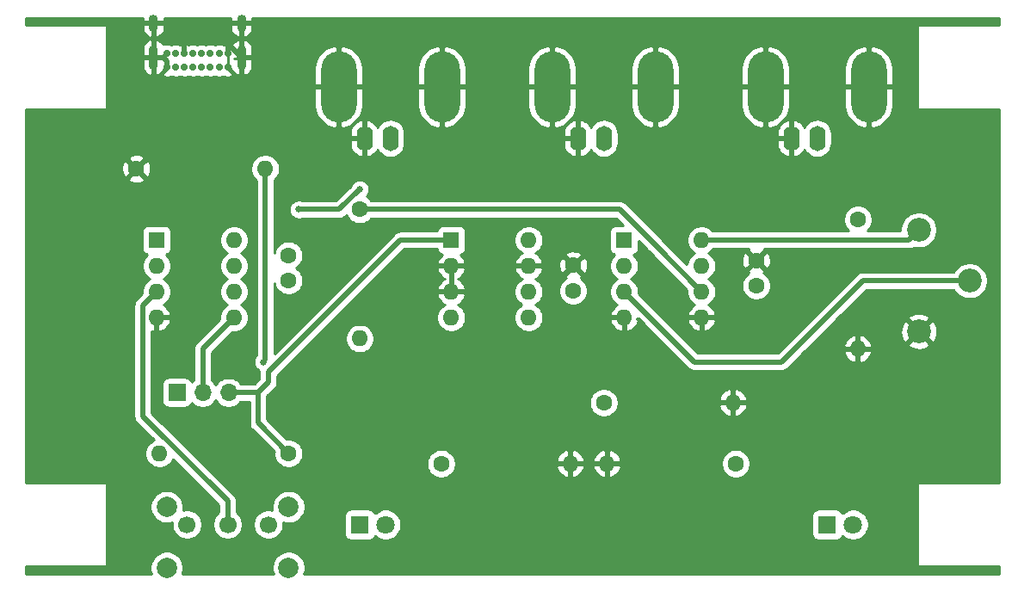
<source format=gbr>
G04 #@! TF.GenerationSoftware,KiCad,Pcbnew,5.1.6-c6e7f7d~86~ubuntu20.04.1*
G04 #@! TF.CreationDate,2020-06-08T17:16:22+01:00*
G04 #@! TF.ProjectId,PC_driver,50435f64-7269-4766-9572-2e6b69636164,rev?*
G04 #@! TF.SameCoordinates,Original*
G04 #@! TF.FileFunction,Copper,L2,Bot*
G04 #@! TF.FilePolarity,Positive*
%FSLAX46Y46*%
G04 Gerber Fmt 4.6, Leading zero omitted, Abs format (unit mm)*
G04 Created by KiCad (PCBNEW 5.1.6-c6e7f7d~86~ubuntu20.04.1) date 2020-06-08 17:16:22*
%MOMM*%
%LPD*%
G01*
G04 APERTURE LIST*
G04 #@! TA.AperFunction,ComponentPad*
%ADD10O,1.600000X1.600000*%
G04 #@! TD*
G04 #@! TA.AperFunction,ComponentPad*
%ADD11C,1.600000*%
G04 #@! TD*
G04 #@! TA.AperFunction,ComponentPad*
%ADD12R,1.800000X1.800000*%
G04 #@! TD*
G04 #@! TA.AperFunction,ComponentPad*
%ADD13C,1.800000*%
G04 #@! TD*
G04 #@! TA.AperFunction,ComponentPad*
%ADD14R,1.600000X1.600000*%
G04 #@! TD*
G04 #@! TA.AperFunction,ComponentPad*
%ADD15C,2.340000*%
G04 #@! TD*
G04 #@! TA.AperFunction,ComponentPad*
%ADD16O,3.500000X7.000000*%
G04 #@! TD*
G04 #@! TA.AperFunction,ComponentPad*
%ADD17O,1.600000X2.500000*%
G04 #@! TD*
G04 #@! TA.AperFunction,ComponentPad*
%ADD18R,1.700000X1.700000*%
G04 #@! TD*
G04 #@! TA.AperFunction,ComponentPad*
%ADD19O,1.700000X1.700000*%
G04 #@! TD*
G04 #@! TA.AperFunction,ComponentPad*
%ADD20C,0.700000*%
G04 #@! TD*
G04 #@! TA.AperFunction,ComponentPad*
%ADD21O,0.900000X2.400000*%
G04 #@! TD*
G04 #@! TA.AperFunction,ComponentPad*
%ADD22O,0.900000X1.700000*%
G04 #@! TD*
G04 #@! TA.AperFunction,ComponentPad*
%ADD23C,2.000000*%
G04 #@! TD*
G04 #@! TA.AperFunction,ComponentPad*
%ADD24C,1.700000*%
G04 #@! TD*
G04 #@! TA.AperFunction,ViaPad*
%ADD25C,0.650000*%
G04 #@! TD*
G04 #@! TA.AperFunction,Conductor*
%ADD26C,0.500000*%
G04 #@! TD*
G04 #@! TA.AperFunction,Conductor*
%ADD27C,0.250000*%
G04 #@! TD*
G04 #@! TA.AperFunction,Conductor*
%ADD28C,0.254000*%
G04 #@! TD*
G04 APERTURE END LIST*
D10*
X106300000Y-91000000D03*
D11*
X119000000Y-91000000D03*
D10*
X146700000Y-92000000D03*
D11*
X134000000Y-92000000D03*
D12*
X172000000Y-98000000D03*
D13*
X174540000Y-98000000D03*
X128540000Y-98000000D03*
D12*
X126000000Y-98000000D03*
D14*
X152000000Y-70000000D03*
D10*
X159620000Y-77620000D03*
X152000000Y-72540000D03*
X159620000Y-75080000D03*
X152000000Y-75080000D03*
X159620000Y-72540000D03*
X152000000Y-77620000D03*
X159620000Y-70000000D03*
X142620000Y-70000000D03*
X135000000Y-77620000D03*
X142620000Y-72540000D03*
X135000000Y-75080000D03*
X142620000Y-75080000D03*
X135000000Y-72540000D03*
X142620000Y-77620000D03*
D14*
X135000000Y-70000000D03*
D15*
X181000000Y-69000000D03*
X186000000Y-74000000D03*
X181000000Y-79000000D03*
D11*
X119000000Y-71500000D03*
X119000000Y-74000000D03*
X165000000Y-72000000D03*
X165000000Y-74500000D03*
X147000000Y-75000000D03*
X147000000Y-72500000D03*
D16*
X123920000Y-54920000D03*
X134080000Y-54920000D03*
D17*
X129000000Y-60000000D03*
X126460000Y-60000000D03*
D18*
X108000000Y-85000000D03*
D19*
X110540000Y-85000000D03*
X113080000Y-85000000D03*
D16*
X144920000Y-54920000D03*
X155080000Y-54920000D03*
D17*
X150000000Y-60000000D03*
X147460000Y-60000000D03*
X168460000Y-60000000D03*
X171000000Y-60000000D03*
D16*
X176080000Y-54920000D03*
X165920000Y-54920000D03*
D20*
X113000000Y-53000000D03*
X112150000Y-53000000D03*
X111300000Y-53000000D03*
X110450000Y-53000000D03*
X109600000Y-53000000D03*
X108750000Y-53000000D03*
X107900000Y-53000000D03*
X107050000Y-53000000D03*
X112150000Y-51650000D03*
X110450000Y-51650000D03*
X111300000Y-51650000D03*
X113000000Y-51650000D03*
X108750000Y-51650000D03*
X107900000Y-51650000D03*
X107050000Y-51650000D03*
X109600000Y-51650000D03*
D21*
X114350000Y-52020000D03*
X105700000Y-52020000D03*
D22*
X114350000Y-48640000D03*
X105700000Y-48640000D03*
D11*
X104000000Y-63000000D03*
D10*
X116700000Y-63000000D03*
X126000000Y-79700000D03*
D11*
X126000000Y-67000000D03*
D10*
X162700000Y-86000000D03*
D11*
X150000000Y-86000000D03*
X163000000Y-92000000D03*
D10*
X150300000Y-92000000D03*
D11*
X175000000Y-68000000D03*
D10*
X175000000Y-80700000D03*
D23*
X107000000Y-96250000D03*
X119000000Y-96250000D03*
X119000000Y-102250000D03*
X107000000Y-102250000D03*
D24*
X109000000Y-98000000D03*
X113000000Y-98000000D03*
X117000000Y-98000000D03*
D14*
X106000000Y-70000000D03*
D10*
X113620000Y-77620000D03*
X106000000Y-72540000D03*
X113620000Y-75080000D03*
X106000000Y-75080000D03*
X113620000Y-72540000D03*
X106000000Y-77620000D03*
X113620000Y-70000000D03*
D25*
X116500000Y-82000000D03*
X120000000Y-67000000D03*
X126000000Y-65000000D03*
D26*
X106680000Y-52020000D02*
X107050000Y-51650000D01*
X105700000Y-52020000D02*
X106680000Y-52020000D01*
X107050000Y-52390000D02*
X106680000Y-52020000D01*
X107050000Y-53000000D02*
X107050000Y-52390000D01*
X108750000Y-51650000D02*
X108750000Y-50250000D01*
X113000000Y-50670000D02*
X114350000Y-52020000D01*
X113000000Y-51650000D02*
X113000000Y-50670000D01*
D27*
X113000000Y-51650000D02*
X113000000Y-53000000D01*
D26*
X110540000Y-80700000D02*
X113620000Y-77620000D01*
X110540000Y-85000000D02*
X110540000Y-80700000D01*
X159620000Y-75080000D02*
X155000000Y-70460000D01*
X151590002Y-67000000D02*
X126000000Y-67000000D01*
X155000000Y-70409998D02*
X151590002Y-67000000D01*
X155000000Y-70460000D02*
X155000000Y-70409998D01*
X116700000Y-81800000D02*
X116500000Y-82000000D01*
X116700000Y-63000000D02*
X116700000Y-81800000D01*
X130000000Y-70000000D02*
X135000000Y-70000000D01*
X117000000Y-83000000D02*
X130000000Y-70000000D01*
X117000000Y-83000000D02*
X117000000Y-84000000D01*
X116000000Y-85000000D02*
X113080000Y-85000000D01*
X117000000Y-84000000D02*
X116000000Y-85000000D01*
X116000000Y-88000000D02*
X119000000Y-91000000D01*
X116000000Y-85000000D02*
X116000000Y-88000000D01*
X104649999Y-76430001D02*
X106000000Y-75080000D01*
X104649999Y-87351997D02*
X104649999Y-76430001D01*
X113000000Y-95701998D02*
X104649999Y-87351997D01*
X113000000Y-98000000D02*
X113000000Y-95701998D01*
X180000000Y-70000000D02*
X181000000Y-69000000D01*
X159620000Y-70000000D02*
X180000000Y-70000000D01*
X186000000Y-74000000D02*
X175500000Y-74000000D01*
X175500000Y-74000000D02*
X167500000Y-82000000D01*
X158920000Y-82000000D02*
X152000000Y-75080000D01*
X167500000Y-82000000D02*
X158920000Y-82000000D01*
X120000000Y-67000000D02*
X124000000Y-67000000D01*
X124000000Y-67000000D02*
X126000000Y-65000000D01*
D28*
G36*
X104615000Y-48513000D02*
G01*
X105573000Y-48513000D01*
X105573000Y-48493000D01*
X105827000Y-48493000D01*
X105827000Y-48513000D01*
X106785000Y-48513000D01*
X106785000Y-48127000D01*
X113265000Y-48127000D01*
X113265000Y-48513000D01*
X114223000Y-48513000D01*
X114223000Y-48493000D01*
X114477000Y-48493000D01*
X114477000Y-48513000D01*
X115435000Y-48513000D01*
X115435000Y-48127000D01*
X188873000Y-48127000D01*
X188873000Y-48873000D01*
X181000000Y-48873000D01*
X180975224Y-48875440D01*
X180951399Y-48882667D01*
X180929443Y-48894403D01*
X180910197Y-48910197D01*
X180894403Y-48929443D01*
X180882667Y-48951399D01*
X180875440Y-48975224D01*
X180873000Y-49000000D01*
X180873000Y-57000000D01*
X180875440Y-57024776D01*
X180882667Y-57048601D01*
X180894403Y-57070557D01*
X180910197Y-57089803D01*
X180929443Y-57105597D01*
X180951399Y-57117333D01*
X180975224Y-57124560D01*
X181000000Y-57127000D01*
X188873000Y-57127000D01*
X188873000Y-93873000D01*
X181000000Y-93873000D01*
X180975224Y-93875440D01*
X180951399Y-93882667D01*
X180929443Y-93894403D01*
X180910197Y-93910197D01*
X180894403Y-93929443D01*
X180882667Y-93951399D01*
X180875440Y-93975224D01*
X180873000Y-94000000D01*
X180873000Y-102000000D01*
X180875440Y-102024776D01*
X180882667Y-102048601D01*
X180894403Y-102070557D01*
X180910197Y-102089803D01*
X180929443Y-102105597D01*
X180951399Y-102117333D01*
X180975224Y-102124560D01*
X181000000Y-102127000D01*
X188873000Y-102127000D01*
X188873000Y-102873000D01*
X120511656Y-102873000D01*
X120572168Y-102726912D01*
X120635000Y-102411033D01*
X120635000Y-102088967D01*
X120572168Y-101773088D01*
X120448918Y-101475537D01*
X120269987Y-101207748D01*
X120042252Y-100980013D01*
X119774463Y-100801082D01*
X119476912Y-100677832D01*
X119161033Y-100615000D01*
X118838967Y-100615000D01*
X118523088Y-100677832D01*
X118225537Y-100801082D01*
X117957748Y-100980013D01*
X117730013Y-101207748D01*
X117551082Y-101475537D01*
X117427832Y-101773088D01*
X117365000Y-102088967D01*
X117365000Y-102411033D01*
X117427832Y-102726912D01*
X117488344Y-102873000D01*
X108511656Y-102873000D01*
X108572168Y-102726912D01*
X108635000Y-102411033D01*
X108635000Y-102088967D01*
X108572168Y-101773088D01*
X108448918Y-101475537D01*
X108269987Y-101207748D01*
X108042252Y-100980013D01*
X107774463Y-100801082D01*
X107476912Y-100677832D01*
X107161033Y-100615000D01*
X106838967Y-100615000D01*
X106523088Y-100677832D01*
X106225537Y-100801082D01*
X105957748Y-100980013D01*
X105730013Y-101207748D01*
X105551082Y-101475537D01*
X105427832Y-101773088D01*
X105365000Y-102088967D01*
X105365000Y-102411033D01*
X105427832Y-102726912D01*
X105488344Y-102873000D01*
X93127000Y-102873000D01*
X93127000Y-102127000D01*
X101000000Y-102127000D01*
X101024776Y-102124560D01*
X101048601Y-102117333D01*
X101070557Y-102105597D01*
X101089803Y-102089803D01*
X101105597Y-102070557D01*
X101117333Y-102048601D01*
X101124560Y-102024776D01*
X101127000Y-102000000D01*
X101127000Y-96088967D01*
X105365000Y-96088967D01*
X105365000Y-96411033D01*
X105427832Y-96726912D01*
X105551082Y-97024463D01*
X105730013Y-97292252D01*
X105957748Y-97519987D01*
X106225537Y-97698918D01*
X106523088Y-97822168D01*
X106838967Y-97885000D01*
X107161033Y-97885000D01*
X107476912Y-97822168D01*
X107525264Y-97802140D01*
X107515000Y-97853740D01*
X107515000Y-98146260D01*
X107572068Y-98433158D01*
X107684010Y-98703411D01*
X107846525Y-98946632D01*
X108053368Y-99153475D01*
X108296589Y-99315990D01*
X108566842Y-99427932D01*
X108853740Y-99485000D01*
X109146260Y-99485000D01*
X109433158Y-99427932D01*
X109703411Y-99315990D01*
X109946632Y-99153475D01*
X110153475Y-98946632D01*
X110315990Y-98703411D01*
X110427932Y-98433158D01*
X110485000Y-98146260D01*
X110485000Y-97853740D01*
X110427932Y-97566842D01*
X110315990Y-97296589D01*
X110153475Y-97053368D01*
X109946632Y-96846525D01*
X109703411Y-96684010D01*
X109433158Y-96572068D01*
X109146260Y-96515000D01*
X108853740Y-96515000D01*
X108604457Y-96564586D01*
X108635000Y-96411033D01*
X108635000Y-96088967D01*
X108572168Y-95773088D01*
X108448918Y-95475537D01*
X108269987Y-95207748D01*
X108042252Y-94980013D01*
X107774463Y-94801082D01*
X107476912Y-94677832D01*
X107161033Y-94615000D01*
X106838967Y-94615000D01*
X106523088Y-94677832D01*
X106225537Y-94801082D01*
X105957748Y-94980013D01*
X105730013Y-95207748D01*
X105551082Y-95475537D01*
X105427832Y-95773088D01*
X105365000Y-96088967D01*
X101127000Y-96088967D01*
X101127000Y-94000000D01*
X101124560Y-93975224D01*
X101117333Y-93951399D01*
X101105597Y-93929443D01*
X101089803Y-93910197D01*
X101070557Y-93894403D01*
X101048601Y-93882667D01*
X101024776Y-93875440D01*
X101000000Y-93873000D01*
X93127000Y-93873000D01*
X93127000Y-76430001D01*
X103760718Y-76430001D01*
X103765000Y-76473480D01*
X103764999Y-87308528D01*
X103760718Y-87351997D01*
X103764999Y-87395466D01*
X103764999Y-87395473D01*
X103777804Y-87525486D01*
X103828410Y-87692309D01*
X103910588Y-87846055D01*
X104021182Y-87980814D01*
X104054955Y-88008531D01*
X105729500Y-89683077D01*
X105620273Y-89728320D01*
X105385241Y-89885363D01*
X105185363Y-90085241D01*
X105028320Y-90320273D01*
X104920147Y-90581426D01*
X104865000Y-90858665D01*
X104865000Y-91141335D01*
X104920147Y-91418574D01*
X105028320Y-91679727D01*
X105185363Y-91914759D01*
X105385241Y-92114637D01*
X105620273Y-92271680D01*
X105881426Y-92379853D01*
X106158665Y-92435000D01*
X106441335Y-92435000D01*
X106718574Y-92379853D01*
X106979727Y-92271680D01*
X107214759Y-92114637D01*
X107414637Y-91914759D01*
X107571680Y-91679727D01*
X107616923Y-91570500D01*
X112115001Y-96068578D01*
X112115001Y-96805343D01*
X112053368Y-96846525D01*
X111846525Y-97053368D01*
X111684010Y-97296589D01*
X111572068Y-97566842D01*
X111515000Y-97853740D01*
X111515000Y-98146260D01*
X111572068Y-98433158D01*
X111684010Y-98703411D01*
X111846525Y-98946632D01*
X112053368Y-99153475D01*
X112296589Y-99315990D01*
X112566842Y-99427932D01*
X112853740Y-99485000D01*
X113146260Y-99485000D01*
X113433158Y-99427932D01*
X113703411Y-99315990D01*
X113946632Y-99153475D01*
X114153475Y-98946632D01*
X114315990Y-98703411D01*
X114427932Y-98433158D01*
X114485000Y-98146260D01*
X114485000Y-97853740D01*
X115515000Y-97853740D01*
X115515000Y-98146260D01*
X115572068Y-98433158D01*
X115684010Y-98703411D01*
X115846525Y-98946632D01*
X116053368Y-99153475D01*
X116296589Y-99315990D01*
X116566842Y-99427932D01*
X116853740Y-99485000D01*
X117146260Y-99485000D01*
X117433158Y-99427932D01*
X117703411Y-99315990D01*
X117946632Y-99153475D01*
X118153475Y-98946632D01*
X118315990Y-98703411D01*
X118427932Y-98433158D01*
X118485000Y-98146260D01*
X118485000Y-97853740D01*
X118474736Y-97802140D01*
X118523088Y-97822168D01*
X118838967Y-97885000D01*
X119161033Y-97885000D01*
X119476912Y-97822168D01*
X119774463Y-97698918D01*
X120042252Y-97519987D01*
X120269987Y-97292252D01*
X120398445Y-97100000D01*
X124461928Y-97100000D01*
X124461928Y-98900000D01*
X124474188Y-99024482D01*
X124510498Y-99144180D01*
X124569463Y-99254494D01*
X124648815Y-99351185D01*
X124745506Y-99430537D01*
X124855820Y-99489502D01*
X124975518Y-99525812D01*
X125100000Y-99538072D01*
X126900000Y-99538072D01*
X127024482Y-99525812D01*
X127144180Y-99489502D01*
X127254494Y-99430537D01*
X127351185Y-99351185D01*
X127430537Y-99254494D01*
X127489502Y-99144180D01*
X127495056Y-99125873D01*
X127561495Y-99192312D01*
X127812905Y-99360299D01*
X128092257Y-99476011D01*
X128388816Y-99535000D01*
X128691184Y-99535000D01*
X128987743Y-99476011D01*
X129267095Y-99360299D01*
X129518505Y-99192312D01*
X129732312Y-98978505D01*
X129900299Y-98727095D01*
X130016011Y-98447743D01*
X130075000Y-98151184D01*
X130075000Y-97848816D01*
X130016011Y-97552257D01*
X129900299Y-97272905D01*
X129784768Y-97100000D01*
X170461928Y-97100000D01*
X170461928Y-98900000D01*
X170474188Y-99024482D01*
X170510498Y-99144180D01*
X170569463Y-99254494D01*
X170648815Y-99351185D01*
X170745506Y-99430537D01*
X170855820Y-99489502D01*
X170975518Y-99525812D01*
X171100000Y-99538072D01*
X172900000Y-99538072D01*
X173024482Y-99525812D01*
X173144180Y-99489502D01*
X173254494Y-99430537D01*
X173351185Y-99351185D01*
X173430537Y-99254494D01*
X173489502Y-99144180D01*
X173495056Y-99125873D01*
X173561495Y-99192312D01*
X173812905Y-99360299D01*
X174092257Y-99476011D01*
X174388816Y-99535000D01*
X174691184Y-99535000D01*
X174987743Y-99476011D01*
X175267095Y-99360299D01*
X175518505Y-99192312D01*
X175732312Y-98978505D01*
X175900299Y-98727095D01*
X176016011Y-98447743D01*
X176075000Y-98151184D01*
X176075000Y-97848816D01*
X176016011Y-97552257D01*
X175900299Y-97272905D01*
X175732312Y-97021495D01*
X175518505Y-96807688D01*
X175267095Y-96639701D01*
X174987743Y-96523989D01*
X174691184Y-96465000D01*
X174388816Y-96465000D01*
X174092257Y-96523989D01*
X173812905Y-96639701D01*
X173561495Y-96807688D01*
X173495056Y-96874127D01*
X173489502Y-96855820D01*
X173430537Y-96745506D01*
X173351185Y-96648815D01*
X173254494Y-96569463D01*
X173144180Y-96510498D01*
X173024482Y-96474188D01*
X172900000Y-96461928D01*
X171100000Y-96461928D01*
X170975518Y-96474188D01*
X170855820Y-96510498D01*
X170745506Y-96569463D01*
X170648815Y-96648815D01*
X170569463Y-96745506D01*
X170510498Y-96855820D01*
X170474188Y-96975518D01*
X170461928Y-97100000D01*
X129784768Y-97100000D01*
X129732312Y-97021495D01*
X129518505Y-96807688D01*
X129267095Y-96639701D01*
X128987743Y-96523989D01*
X128691184Y-96465000D01*
X128388816Y-96465000D01*
X128092257Y-96523989D01*
X127812905Y-96639701D01*
X127561495Y-96807688D01*
X127495056Y-96874127D01*
X127489502Y-96855820D01*
X127430537Y-96745506D01*
X127351185Y-96648815D01*
X127254494Y-96569463D01*
X127144180Y-96510498D01*
X127024482Y-96474188D01*
X126900000Y-96461928D01*
X125100000Y-96461928D01*
X124975518Y-96474188D01*
X124855820Y-96510498D01*
X124745506Y-96569463D01*
X124648815Y-96648815D01*
X124569463Y-96745506D01*
X124510498Y-96855820D01*
X124474188Y-96975518D01*
X124461928Y-97100000D01*
X120398445Y-97100000D01*
X120448918Y-97024463D01*
X120572168Y-96726912D01*
X120635000Y-96411033D01*
X120635000Y-96088967D01*
X120572168Y-95773088D01*
X120448918Y-95475537D01*
X120269987Y-95207748D01*
X120042252Y-94980013D01*
X119774463Y-94801082D01*
X119476912Y-94677832D01*
X119161033Y-94615000D01*
X118838967Y-94615000D01*
X118523088Y-94677832D01*
X118225537Y-94801082D01*
X117957748Y-94980013D01*
X117730013Y-95207748D01*
X117551082Y-95475537D01*
X117427832Y-95773088D01*
X117365000Y-96088967D01*
X117365000Y-96411033D01*
X117395543Y-96564586D01*
X117146260Y-96515000D01*
X116853740Y-96515000D01*
X116566842Y-96572068D01*
X116296589Y-96684010D01*
X116053368Y-96846525D01*
X115846525Y-97053368D01*
X115684010Y-97296589D01*
X115572068Y-97566842D01*
X115515000Y-97853740D01*
X114485000Y-97853740D01*
X114427932Y-97566842D01*
X114315990Y-97296589D01*
X114153475Y-97053368D01*
X113946632Y-96846525D01*
X113885000Y-96805344D01*
X113885000Y-95745467D01*
X113889281Y-95701998D01*
X113885000Y-95658529D01*
X113885000Y-95658521D01*
X113872195Y-95528508D01*
X113821589Y-95361685D01*
X113821589Y-95361684D01*
X113739411Y-95207939D01*
X113656532Y-95106951D01*
X113656530Y-95106949D01*
X113628817Y-95073181D01*
X113595049Y-95045468D01*
X105534999Y-86985419D01*
X105534999Y-84150000D01*
X106511928Y-84150000D01*
X106511928Y-85850000D01*
X106524188Y-85974482D01*
X106560498Y-86094180D01*
X106619463Y-86204494D01*
X106698815Y-86301185D01*
X106795506Y-86380537D01*
X106905820Y-86439502D01*
X107025518Y-86475812D01*
X107150000Y-86488072D01*
X108850000Y-86488072D01*
X108974482Y-86475812D01*
X109094180Y-86439502D01*
X109204494Y-86380537D01*
X109301185Y-86301185D01*
X109380537Y-86204494D01*
X109439502Y-86094180D01*
X109461513Y-86021620D01*
X109593368Y-86153475D01*
X109836589Y-86315990D01*
X110106842Y-86427932D01*
X110393740Y-86485000D01*
X110686260Y-86485000D01*
X110973158Y-86427932D01*
X111243411Y-86315990D01*
X111486632Y-86153475D01*
X111693475Y-85946632D01*
X111810000Y-85772240D01*
X111926525Y-85946632D01*
X112133368Y-86153475D01*
X112376589Y-86315990D01*
X112646842Y-86427932D01*
X112933740Y-86485000D01*
X113226260Y-86485000D01*
X113513158Y-86427932D01*
X113783411Y-86315990D01*
X114026632Y-86153475D01*
X114233475Y-85946632D01*
X114274656Y-85885000D01*
X115115000Y-85885000D01*
X115115001Y-87956521D01*
X115110719Y-88000000D01*
X115127805Y-88173490D01*
X115178412Y-88340313D01*
X115260590Y-88494059D01*
X115343468Y-88595046D01*
X115343471Y-88595049D01*
X115371184Y-88628817D01*
X115404951Y-88656529D01*
X117571983Y-90823561D01*
X117565000Y-90858665D01*
X117565000Y-91141335D01*
X117620147Y-91418574D01*
X117728320Y-91679727D01*
X117885363Y-91914759D01*
X118085241Y-92114637D01*
X118320273Y-92271680D01*
X118581426Y-92379853D01*
X118858665Y-92435000D01*
X119141335Y-92435000D01*
X119418574Y-92379853D01*
X119679727Y-92271680D01*
X119914759Y-92114637D01*
X120114637Y-91914759D01*
X120152117Y-91858665D01*
X132565000Y-91858665D01*
X132565000Y-92141335D01*
X132620147Y-92418574D01*
X132728320Y-92679727D01*
X132885363Y-92914759D01*
X133085241Y-93114637D01*
X133320273Y-93271680D01*
X133581426Y-93379853D01*
X133858665Y-93435000D01*
X134141335Y-93435000D01*
X134418574Y-93379853D01*
X134679727Y-93271680D01*
X134914759Y-93114637D01*
X135114637Y-92914759D01*
X135271680Y-92679727D01*
X135379853Y-92418574D01*
X135393684Y-92349039D01*
X145308096Y-92349039D01*
X145348754Y-92483087D01*
X145468963Y-92737420D01*
X145636481Y-92963414D01*
X145844869Y-93152385D01*
X146086119Y-93297070D01*
X146350960Y-93391909D01*
X146573000Y-93270624D01*
X146573000Y-92127000D01*
X146827000Y-92127000D01*
X146827000Y-93270624D01*
X147049040Y-93391909D01*
X147313881Y-93297070D01*
X147555131Y-93152385D01*
X147763519Y-92963414D01*
X147931037Y-92737420D01*
X148051246Y-92483087D01*
X148091904Y-92349039D01*
X148908096Y-92349039D01*
X148948754Y-92483087D01*
X149068963Y-92737420D01*
X149236481Y-92963414D01*
X149444869Y-93152385D01*
X149686119Y-93297070D01*
X149950960Y-93391909D01*
X150173000Y-93270624D01*
X150173000Y-92127000D01*
X150427000Y-92127000D01*
X150427000Y-93270624D01*
X150649040Y-93391909D01*
X150913881Y-93297070D01*
X151155131Y-93152385D01*
X151363519Y-92963414D01*
X151531037Y-92737420D01*
X151651246Y-92483087D01*
X151691904Y-92349039D01*
X151569915Y-92127000D01*
X150427000Y-92127000D01*
X150173000Y-92127000D01*
X149030085Y-92127000D01*
X148908096Y-92349039D01*
X148091904Y-92349039D01*
X147969915Y-92127000D01*
X146827000Y-92127000D01*
X146573000Y-92127000D01*
X145430085Y-92127000D01*
X145308096Y-92349039D01*
X135393684Y-92349039D01*
X135435000Y-92141335D01*
X135435000Y-91858665D01*
X135393685Y-91650961D01*
X145308096Y-91650961D01*
X145430085Y-91873000D01*
X146573000Y-91873000D01*
X146573000Y-90729376D01*
X146827000Y-90729376D01*
X146827000Y-91873000D01*
X147969915Y-91873000D01*
X148091904Y-91650961D01*
X148908096Y-91650961D01*
X149030085Y-91873000D01*
X150173000Y-91873000D01*
X150173000Y-90729376D01*
X150427000Y-90729376D01*
X150427000Y-91873000D01*
X151569915Y-91873000D01*
X151577790Y-91858665D01*
X161565000Y-91858665D01*
X161565000Y-92141335D01*
X161620147Y-92418574D01*
X161728320Y-92679727D01*
X161885363Y-92914759D01*
X162085241Y-93114637D01*
X162320273Y-93271680D01*
X162581426Y-93379853D01*
X162858665Y-93435000D01*
X163141335Y-93435000D01*
X163418574Y-93379853D01*
X163679727Y-93271680D01*
X163914759Y-93114637D01*
X164114637Y-92914759D01*
X164271680Y-92679727D01*
X164379853Y-92418574D01*
X164435000Y-92141335D01*
X164435000Y-91858665D01*
X164379853Y-91581426D01*
X164271680Y-91320273D01*
X164114637Y-91085241D01*
X163914759Y-90885363D01*
X163679727Y-90728320D01*
X163418574Y-90620147D01*
X163141335Y-90565000D01*
X162858665Y-90565000D01*
X162581426Y-90620147D01*
X162320273Y-90728320D01*
X162085241Y-90885363D01*
X161885363Y-91085241D01*
X161728320Y-91320273D01*
X161620147Y-91581426D01*
X161565000Y-91858665D01*
X151577790Y-91858665D01*
X151691904Y-91650961D01*
X151651246Y-91516913D01*
X151531037Y-91262580D01*
X151363519Y-91036586D01*
X151155131Y-90847615D01*
X150913881Y-90702930D01*
X150649040Y-90608091D01*
X150427000Y-90729376D01*
X150173000Y-90729376D01*
X149950960Y-90608091D01*
X149686119Y-90702930D01*
X149444869Y-90847615D01*
X149236481Y-91036586D01*
X149068963Y-91262580D01*
X148948754Y-91516913D01*
X148908096Y-91650961D01*
X148091904Y-91650961D01*
X148051246Y-91516913D01*
X147931037Y-91262580D01*
X147763519Y-91036586D01*
X147555131Y-90847615D01*
X147313881Y-90702930D01*
X147049040Y-90608091D01*
X146827000Y-90729376D01*
X146573000Y-90729376D01*
X146350960Y-90608091D01*
X146086119Y-90702930D01*
X145844869Y-90847615D01*
X145636481Y-91036586D01*
X145468963Y-91262580D01*
X145348754Y-91516913D01*
X145308096Y-91650961D01*
X135393685Y-91650961D01*
X135379853Y-91581426D01*
X135271680Y-91320273D01*
X135114637Y-91085241D01*
X134914759Y-90885363D01*
X134679727Y-90728320D01*
X134418574Y-90620147D01*
X134141335Y-90565000D01*
X133858665Y-90565000D01*
X133581426Y-90620147D01*
X133320273Y-90728320D01*
X133085241Y-90885363D01*
X132885363Y-91085241D01*
X132728320Y-91320273D01*
X132620147Y-91581426D01*
X132565000Y-91858665D01*
X120152117Y-91858665D01*
X120271680Y-91679727D01*
X120379853Y-91418574D01*
X120435000Y-91141335D01*
X120435000Y-90858665D01*
X120379853Y-90581426D01*
X120271680Y-90320273D01*
X120114637Y-90085241D01*
X119914759Y-89885363D01*
X119679727Y-89728320D01*
X119418574Y-89620147D01*
X119141335Y-89565000D01*
X118858665Y-89565000D01*
X118823561Y-89571983D01*
X116885000Y-87633422D01*
X116885000Y-85858665D01*
X148565000Y-85858665D01*
X148565000Y-86141335D01*
X148620147Y-86418574D01*
X148728320Y-86679727D01*
X148885363Y-86914759D01*
X149085241Y-87114637D01*
X149320273Y-87271680D01*
X149581426Y-87379853D01*
X149858665Y-87435000D01*
X150141335Y-87435000D01*
X150418574Y-87379853D01*
X150679727Y-87271680D01*
X150914759Y-87114637D01*
X151114637Y-86914759D01*
X151271680Y-86679727D01*
X151379853Y-86418574D01*
X151393684Y-86349039D01*
X161308096Y-86349039D01*
X161348754Y-86483087D01*
X161468963Y-86737420D01*
X161636481Y-86963414D01*
X161844869Y-87152385D01*
X162086119Y-87297070D01*
X162350960Y-87391909D01*
X162573000Y-87270624D01*
X162573000Y-86127000D01*
X162827000Y-86127000D01*
X162827000Y-87270624D01*
X163049040Y-87391909D01*
X163313881Y-87297070D01*
X163555131Y-87152385D01*
X163763519Y-86963414D01*
X163931037Y-86737420D01*
X164051246Y-86483087D01*
X164091904Y-86349039D01*
X163969915Y-86127000D01*
X162827000Y-86127000D01*
X162573000Y-86127000D01*
X161430085Y-86127000D01*
X161308096Y-86349039D01*
X151393684Y-86349039D01*
X151435000Y-86141335D01*
X151435000Y-85858665D01*
X151393685Y-85650961D01*
X161308096Y-85650961D01*
X161430085Y-85873000D01*
X162573000Y-85873000D01*
X162573000Y-84729376D01*
X162827000Y-84729376D01*
X162827000Y-85873000D01*
X163969915Y-85873000D01*
X164091904Y-85650961D01*
X164051246Y-85516913D01*
X163931037Y-85262580D01*
X163763519Y-85036586D01*
X163555131Y-84847615D01*
X163313881Y-84702930D01*
X163049040Y-84608091D01*
X162827000Y-84729376D01*
X162573000Y-84729376D01*
X162350960Y-84608091D01*
X162086119Y-84702930D01*
X161844869Y-84847615D01*
X161636481Y-85036586D01*
X161468963Y-85262580D01*
X161348754Y-85516913D01*
X161308096Y-85650961D01*
X151393685Y-85650961D01*
X151379853Y-85581426D01*
X151271680Y-85320273D01*
X151114637Y-85085241D01*
X150914759Y-84885363D01*
X150679727Y-84728320D01*
X150418574Y-84620147D01*
X150141335Y-84565000D01*
X149858665Y-84565000D01*
X149581426Y-84620147D01*
X149320273Y-84728320D01*
X149085241Y-84885363D01*
X148885363Y-85085241D01*
X148728320Y-85320273D01*
X148620147Y-85581426D01*
X148565000Y-85858665D01*
X116885000Y-85858665D01*
X116885000Y-85366578D01*
X117595049Y-84656530D01*
X117628817Y-84628817D01*
X117739411Y-84494059D01*
X117805089Y-84371183D01*
X117821589Y-84340314D01*
X117872195Y-84173490D01*
X117885000Y-84043477D01*
X117885000Y-84043469D01*
X117889281Y-84000000D01*
X117885000Y-83956531D01*
X117885000Y-83366578D01*
X121692913Y-79558665D01*
X124565000Y-79558665D01*
X124565000Y-79841335D01*
X124620147Y-80118574D01*
X124728320Y-80379727D01*
X124885363Y-80614759D01*
X125085241Y-80814637D01*
X125320273Y-80971680D01*
X125581426Y-81079853D01*
X125858665Y-81135000D01*
X126141335Y-81135000D01*
X126418574Y-81079853D01*
X126679727Y-80971680D01*
X126914759Y-80814637D01*
X127114637Y-80614759D01*
X127271680Y-80379727D01*
X127379853Y-80118574D01*
X127435000Y-79841335D01*
X127435000Y-79558665D01*
X127379853Y-79281426D01*
X127271680Y-79020273D01*
X127114637Y-78785241D01*
X126914759Y-78585363D01*
X126679727Y-78428320D01*
X126418574Y-78320147D01*
X126141335Y-78265000D01*
X125858665Y-78265000D01*
X125581426Y-78320147D01*
X125320273Y-78428320D01*
X125085241Y-78585363D01*
X124885363Y-78785241D01*
X124728320Y-79020273D01*
X124620147Y-79281426D01*
X124565000Y-79558665D01*
X121692913Y-79558665D01*
X123772913Y-77478665D01*
X133565000Y-77478665D01*
X133565000Y-77761335D01*
X133620147Y-78038574D01*
X133728320Y-78299727D01*
X133885363Y-78534759D01*
X134085241Y-78734637D01*
X134320273Y-78891680D01*
X134581426Y-78999853D01*
X134858665Y-79055000D01*
X135141335Y-79055000D01*
X135418574Y-78999853D01*
X135679727Y-78891680D01*
X135914759Y-78734637D01*
X136114637Y-78534759D01*
X136271680Y-78299727D01*
X136379853Y-78038574D01*
X136435000Y-77761335D01*
X136435000Y-77478665D01*
X136379853Y-77201426D01*
X136271680Y-76940273D01*
X136114637Y-76705241D01*
X135914759Y-76505363D01*
X135679727Y-76348320D01*
X135669135Y-76343933D01*
X135855131Y-76232385D01*
X136063519Y-76043414D01*
X136231037Y-75817420D01*
X136351246Y-75563087D01*
X136391904Y-75429039D01*
X136269915Y-75207000D01*
X135127000Y-75207000D01*
X135127000Y-75227000D01*
X134873000Y-75227000D01*
X134873000Y-75207000D01*
X133730085Y-75207000D01*
X133608096Y-75429039D01*
X133648754Y-75563087D01*
X133768963Y-75817420D01*
X133936481Y-76043414D01*
X134144869Y-76232385D01*
X134330865Y-76343933D01*
X134320273Y-76348320D01*
X134085241Y-76505363D01*
X133885363Y-76705241D01*
X133728320Y-76940273D01*
X133620147Y-77201426D01*
X133565000Y-77478665D01*
X123772913Y-77478665D01*
X128362539Y-72889039D01*
X133608096Y-72889039D01*
X133648754Y-73023087D01*
X133768963Y-73277420D01*
X133936481Y-73503414D01*
X134144869Y-73692385D01*
X134340982Y-73810000D01*
X134144869Y-73927615D01*
X133936481Y-74116586D01*
X133768963Y-74342580D01*
X133648754Y-74596913D01*
X133608096Y-74730961D01*
X133730085Y-74953000D01*
X134873000Y-74953000D01*
X134873000Y-72667000D01*
X135127000Y-72667000D01*
X135127000Y-74953000D01*
X136269915Y-74953000D01*
X136277790Y-74938665D01*
X141185000Y-74938665D01*
X141185000Y-75221335D01*
X141240147Y-75498574D01*
X141348320Y-75759727D01*
X141505363Y-75994759D01*
X141705241Y-76194637D01*
X141937759Y-76350000D01*
X141705241Y-76505363D01*
X141505363Y-76705241D01*
X141348320Y-76940273D01*
X141240147Y-77201426D01*
X141185000Y-77478665D01*
X141185000Y-77761335D01*
X141240147Y-78038574D01*
X141348320Y-78299727D01*
X141505363Y-78534759D01*
X141705241Y-78734637D01*
X141940273Y-78891680D01*
X142201426Y-78999853D01*
X142478665Y-79055000D01*
X142761335Y-79055000D01*
X143038574Y-78999853D01*
X143299727Y-78891680D01*
X143534759Y-78734637D01*
X143734637Y-78534759D01*
X143891680Y-78299727D01*
X143999853Y-78038574D01*
X144013684Y-77969039D01*
X150608096Y-77969039D01*
X150648754Y-78103087D01*
X150768963Y-78357420D01*
X150936481Y-78583414D01*
X151144869Y-78772385D01*
X151386119Y-78917070D01*
X151650960Y-79011909D01*
X151873000Y-78890624D01*
X151873000Y-77747000D01*
X150730085Y-77747000D01*
X150608096Y-77969039D01*
X144013684Y-77969039D01*
X144055000Y-77761335D01*
X144055000Y-77478665D01*
X143999853Y-77201426D01*
X143891680Y-76940273D01*
X143734637Y-76705241D01*
X143534759Y-76505363D01*
X143302241Y-76350000D01*
X143534759Y-76194637D01*
X143734637Y-75994759D01*
X143891680Y-75759727D01*
X143999853Y-75498574D01*
X144055000Y-75221335D01*
X144055000Y-74938665D01*
X144039087Y-74858665D01*
X145565000Y-74858665D01*
X145565000Y-75141335D01*
X145620147Y-75418574D01*
X145728320Y-75679727D01*
X145885363Y-75914759D01*
X146085241Y-76114637D01*
X146320273Y-76271680D01*
X146581426Y-76379853D01*
X146858665Y-76435000D01*
X147141335Y-76435000D01*
X147418574Y-76379853D01*
X147679727Y-76271680D01*
X147914759Y-76114637D01*
X148114637Y-75914759D01*
X148271680Y-75679727D01*
X148379853Y-75418574D01*
X148435000Y-75141335D01*
X148435000Y-74858665D01*
X148379853Y-74581426D01*
X148271680Y-74320273D01*
X148114637Y-74085241D01*
X147914759Y-73885363D01*
X147714131Y-73751308D01*
X147741514Y-73736671D01*
X147813097Y-73492702D01*
X147000000Y-72679605D01*
X146186903Y-73492702D01*
X146258486Y-73736671D01*
X146287341Y-73750324D01*
X146085241Y-73885363D01*
X145885363Y-74085241D01*
X145728320Y-74320273D01*
X145620147Y-74581426D01*
X145565000Y-74858665D01*
X144039087Y-74858665D01*
X143999853Y-74661426D01*
X143891680Y-74400273D01*
X143734637Y-74165241D01*
X143534759Y-73965363D01*
X143299727Y-73808320D01*
X143289135Y-73803933D01*
X143475131Y-73692385D01*
X143683519Y-73503414D01*
X143851037Y-73277420D01*
X143971246Y-73023087D01*
X144011904Y-72889039D01*
X143889915Y-72667000D01*
X142747000Y-72667000D01*
X142747000Y-72687000D01*
X142493000Y-72687000D01*
X142493000Y-72667000D01*
X141350085Y-72667000D01*
X141228096Y-72889039D01*
X141268754Y-73023087D01*
X141388963Y-73277420D01*
X141556481Y-73503414D01*
X141764869Y-73692385D01*
X141950865Y-73803933D01*
X141940273Y-73808320D01*
X141705241Y-73965363D01*
X141505363Y-74165241D01*
X141348320Y-74400273D01*
X141240147Y-74661426D01*
X141185000Y-74938665D01*
X136277790Y-74938665D01*
X136391904Y-74730961D01*
X136351246Y-74596913D01*
X136231037Y-74342580D01*
X136063519Y-74116586D01*
X135855131Y-73927615D01*
X135659018Y-73810000D01*
X135855131Y-73692385D01*
X136063519Y-73503414D01*
X136231037Y-73277420D01*
X136351246Y-73023087D01*
X136391904Y-72889039D01*
X136269915Y-72667000D01*
X135127000Y-72667000D01*
X134873000Y-72667000D01*
X133730085Y-72667000D01*
X133608096Y-72889039D01*
X128362539Y-72889039D01*
X128681066Y-72570512D01*
X145559783Y-72570512D01*
X145601213Y-72850130D01*
X145696397Y-73116292D01*
X145763329Y-73241514D01*
X146007298Y-73313097D01*
X146820395Y-72500000D01*
X147179605Y-72500000D01*
X147992702Y-73313097D01*
X148236671Y-73241514D01*
X148357571Y-72986004D01*
X148426300Y-72711816D01*
X148440217Y-72429488D01*
X148398787Y-72149870D01*
X148303603Y-71883708D01*
X148236671Y-71758486D01*
X147992702Y-71686903D01*
X147179605Y-72500000D01*
X146820395Y-72500000D01*
X146007298Y-71686903D01*
X145763329Y-71758486D01*
X145642429Y-72013996D01*
X145573700Y-72288184D01*
X145559783Y-72570512D01*
X128681066Y-72570512D01*
X130366579Y-70885000D01*
X133570299Y-70885000D01*
X133574188Y-70924482D01*
X133610498Y-71044180D01*
X133669463Y-71154494D01*
X133748815Y-71251185D01*
X133845506Y-71330537D01*
X133955820Y-71389502D01*
X134075518Y-71425812D01*
X134100080Y-71428231D01*
X133936481Y-71576586D01*
X133768963Y-71802580D01*
X133648754Y-72056913D01*
X133608096Y-72190961D01*
X133730085Y-72413000D01*
X134873000Y-72413000D01*
X134873000Y-72393000D01*
X135127000Y-72393000D01*
X135127000Y-72413000D01*
X136269915Y-72413000D01*
X136391904Y-72190961D01*
X136351246Y-72056913D01*
X136231037Y-71802580D01*
X136063519Y-71576586D01*
X135899920Y-71428231D01*
X135924482Y-71425812D01*
X136044180Y-71389502D01*
X136154494Y-71330537D01*
X136251185Y-71251185D01*
X136330537Y-71154494D01*
X136389502Y-71044180D01*
X136425812Y-70924482D01*
X136438072Y-70800000D01*
X136438072Y-69858665D01*
X141185000Y-69858665D01*
X141185000Y-70141335D01*
X141240147Y-70418574D01*
X141348320Y-70679727D01*
X141505363Y-70914759D01*
X141705241Y-71114637D01*
X141940273Y-71271680D01*
X141950865Y-71276067D01*
X141764869Y-71387615D01*
X141556481Y-71576586D01*
X141388963Y-71802580D01*
X141268754Y-72056913D01*
X141228096Y-72190961D01*
X141350085Y-72413000D01*
X142493000Y-72413000D01*
X142493000Y-72393000D01*
X142747000Y-72393000D01*
X142747000Y-72413000D01*
X143889915Y-72413000D01*
X144011904Y-72190961D01*
X143971246Y-72056913D01*
X143851037Y-71802580D01*
X143683519Y-71576586D01*
X143607112Y-71507298D01*
X146186903Y-71507298D01*
X147000000Y-72320395D01*
X147813097Y-71507298D01*
X147741514Y-71263329D01*
X147486004Y-71142429D01*
X147211816Y-71073700D01*
X146929488Y-71059783D01*
X146649870Y-71101213D01*
X146383708Y-71196397D01*
X146258486Y-71263329D01*
X146186903Y-71507298D01*
X143607112Y-71507298D01*
X143475131Y-71387615D01*
X143289135Y-71276067D01*
X143299727Y-71271680D01*
X143534759Y-71114637D01*
X143734637Y-70914759D01*
X143891680Y-70679727D01*
X143999853Y-70418574D01*
X144055000Y-70141335D01*
X144055000Y-69858665D01*
X143999853Y-69581426D01*
X143891680Y-69320273D01*
X143734637Y-69085241D01*
X143534759Y-68885363D01*
X143299727Y-68728320D01*
X143038574Y-68620147D01*
X142761335Y-68565000D01*
X142478665Y-68565000D01*
X142201426Y-68620147D01*
X141940273Y-68728320D01*
X141705241Y-68885363D01*
X141505363Y-69085241D01*
X141348320Y-69320273D01*
X141240147Y-69581426D01*
X141185000Y-69858665D01*
X136438072Y-69858665D01*
X136438072Y-69200000D01*
X136425812Y-69075518D01*
X136389502Y-68955820D01*
X136330537Y-68845506D01*
X136251185Y-68748815D01*
X136154494Y-68669463D01*
X136044180Y-68610498D01*
X135924482Y-68574188D01*
X135800000Y-68561928D01*
X134200000Y-68561928D01*
X134075518Y-68574188D01*
X133955820Y-68610498D01*
X133845506Y-68669463D01*
X133748815Y-68748815D01*
X133669463Y-68845506D01*
X133610498Y-68955820D01*
X133574188Y-69075518D01*
X133570299Y-69115000D01*
X130043465Y-69115000D01*
X129999999Y-69110719D01*
X129956533Y-69115000D01*
X129956523Y-69115000D01*
X129826510Y-69127805D01*
X129659687Y-69178411D01*
X129505941Y-69260589D01*
X129505939Y-69260590D01*
X129505940Y-69260590D01*
X129404953Y-69343468D01*
X129404951Y-69343470D01*
X129371183Y-69371183D01*
X129343470Y-69404951D01*
X117585000Y-81163422D01*
X117585000Y-74241880D01*
X117620147Y-74418574D01*
X117728320Y-74679727D01*
X117885363Y-74914759D01*
X118085241Y-75114637D01*
X118320273Y-75271680D01*
X118581426Y-75379853D01*
X118858665Y-75435000D01*
X119141335Y-75435000D01*
X119418574Y-75379853D01*
X119679727Y-75271680D01*
X119914759Y-75114637D01*
X120114637Y-74914759D01*
X120271680Y-74679727D01*
X120379853Y-74418574D01*
X120435000Y-74141335D01*
X120435000Y-73858665D01*
X120379853Y-73581426D01*
X120271680Y-73320273D01*
X120114637Y-73085241D01*
X119914759Y-72885363D01*
X119712173Y-72750000D01*
X119914759Y-72614637D01*
X120114637Y-72414759D01*
X120271680Y-72179727D01*
X120379853Y-71918574D01*
X120435000Y-71641335D01*
X120435000Y-71358665D01*
X120379853Y-71081426D01*
X120271680Y-70820273D01*
X120114637Y-70585241D01*
X119914759Y-70385363D01*
X119679727Y-70228320D01*
X119418574Y-70120147D01*
X119141335Y-70065000D01*
X118858665Y-70065000D01*
X118581426Y-70120147D01*
X118320273Y-70228320D01*
X118085241Y-70385363D01*
X117885363Y-70585241D01*
X117728320Y-70820273D01*
X117620147Y-71081426D01*
X117585000Y-71258120D01*
X117585000Y-66905448D01*
X119040000Y-66905448D01*
X119040000Y-67094552D01*
X119076892Y-67280022D01*
X119149259Y-67454731D01*
X119254319Y-67611964D01*
X119388036Y-67745681D01*
X119545269Y-67850741D01*
X119719978Y-67923108D01*
X119905448Y-67960000D01*
X120094552Y-67960000D01*
X120280022Y-67923108D01*
X120372023Y-67885000D01*
X123956531Y-67885000D01*
X124000000Y-67889281D01*
X124043469Y-67885000D01*
X124043477Y-67885000D01*
X124173490Y-67872195D01*
X124340313Y-67821589D01*
X124494059Y-67739411D01*
X124628817Y-67628817D01*
X124656534Y-67595044D01*
X124682491Y-67569087D01*
X124728320Y-67679727D01*
X124885363Y-67914759D01*
X125085241Y-68114637D01*
X125320273Y-68271680D01*
X125581426Y-68379853D01*
X125858665Y-68435000D01*
X126141335Y-68435000D01*
X126418574Y-68379853D01*
X126679727Y-68271680D01*
X126914759Y-68114637D01*
X127114637Y-67914759D01*
X127134521Y-67885000D01*
X151223424Y-67885000D01*
X151900352Y-68561928D01*
X151200000Y-68561928D01*
X151075518Y-68574188D01*
X150955820Y-68610498D01*
X150845506Y-68669463D01*
X150748815Y-68748815D01*
X150669463Y-68845506D01*
X150610498Y-68955820D01*
X150574188Y-69075518D01*
X150561928Y-69200000D01*
X150561928Y-70800000D01*
X150574188Y-70924482D01*
X150610498Y-71044180D01*
X150669463Y-71154494D01*
X150748815Y-71251185D01*
X150845506Y-71330537D01*
X150955820Y-71389502D01*
X151075518Y-71425812D01*
X151083961Y-71426643D01*
X150885363Y-71625241D01*
X150728320Y-71860273D01*
X150620147Y-72121426D01*
X150565000Y-72398665D01*
X150565000Y-72681335D01*
X150620147Y-72958574D01*
X150728320Y-73219727D01*
X150885363Y-73454759D01*
X151085241Y-73654637D01*
X151317759Y-73810000D01*
X151085241Y-73965363D01*
X150885363Y-74165241D01*
X150728320Y-74400273D01*
X150620147Y-74661426D01*
X150565000Y-74938665D01*
X150565000Y-75221335D01*
X150620147Y-75498574D01*
X150728320Y-75759727D01*
X150885363Y-75994759D01*
X151085241Y-76194637D01*
X151320273Y-76351680D01*
X151330865Y-76356067D01*
X151144869Y-76467615D01*
X150936481Y-76656586D01*
X150768963Y-76882580D01*
X150648754Y-77136913D01*
X150608096Y-77270961D01*
X150730085Y-77493000D01*
X151873000Y-77493000D01*
X151873000Y-77473000D01*
X152127000Y-77473000D01*
X152127000Y-77493000D01*
X152147000Y-77493000D01*
X152147000Y-77747000D01*
X152127000Y-77747000D01*
X152127000Y-78890624D01*
X152349040Y-79011909D01*
X152613881Y-78917070D01*
X152855131Y-78772385D01*
X153063519Y-78583414D01*
X153231037Y-78357420D01*
X153351246Y-78103087D01*
X153391904Y-77969039D01*
X153269916Y-77747002D01*
X153415424Y-77747002D01*
X158263470Y-82595049D01*
X158291183Y-82628817D01*
X158324951Y-82656530D01*
X158324953Y-82656532D01*
X158364859Y-82689282D01*
X158425941Y-82739411D01*
X158579687Y-82821589D01*
X158746510Y-82872195D01*
X158876523Y-82885000D01*
X158876531Y-82885000D01*
X158920000Y-82889281D01*
X158963469Y-82885000D01*
X167456531Y-82885000D01*
X167500000Y-82889281D01*
X167543469Y-82885000D01*
X167543477Y-82885000D01*
X167673490Y-82872195D01*
X167840313Y-82821589D01*
X167994059Y-82739411D01*
X168128817Y-82628817D01*
X168156534Y-82595044D01*
X169702538Y-81049040D01*
X173608091Y-81049040D01*
X173702930Y-81313881D01*
X173847615Y-81555131D01*
X174036586Y-81763519D01*
X174262580Y-81931037D01*
X174516913Y-82051246D01*
X174650961Y-82091904D01*
X174873000Y-81969915D01*
X174873000Y-80827000D01*
X175127000Y-80827000D01*
X175127000Y-81969915D01*
X175349039Y-82091904D01*
X175483087Y-82051246D01*
X175737420Y-81931037D01*
X175963414Y-81763519D01*
X176152385Y-81555131D01*
X176297070Y-81313881D01*
X176391909Y-81049040D01*
X176270624Y-80827000D01*
X175127000Y-80827000D01*
X174873000Y-80827000D01*
X173729376Y-80827000D01*
X173608091Y-81049040D01*
X169702538Y-81049040D01*
X170400618Y-80350960D01*
X173608091Y-80350960D01*
X173729376Y-80573000D01*
X174873000Y-80573000D01*
X174873000Y-79430085D01*
X175127000Y-79430085D01*
X175127000Y-80573000D01*
X176270624Y-80573000D01*
X176391909Y-80350960D01*
X176358120Y-80256602D01*
X179923003Y-80256602D01*
X180039275Y-80538389D01*
X180357860Y-80696257D01*
X180701122Y-80788938D01*
X181055869Y-80812873D01*
X181408470Y-80767139D01*
X181745373Y-80653495D01*
X181960725Y-80538389D01*
X182076997Y-80256602D01*
X181000000Y-79179605D01*
X179923003Y-80256602D01*
X176358120Y-80256602D01*
X176297070Y-80086119D01*
X176152385Y-79844869D01*
X175963414Y-79636481D01*
X175737420Y-79468963D01*
X175483087Y-79348754D01*
X175349039Y-79308096D01*
X175127000Y-79430085D01*
X174873000Y-79430085D01*
X174650961Y-79308096D01*
X174516913Y-79348754D01*
X174262580Y-79468963D01*
X174036586Y-79636481D01*
X173847615Y-79844869D01*
X173702930Y-80086119D01*
X173608091Y-80350960D01*
X170400618Y-80350960D01*
X171695709Y-79055869D01*
X179187127Y-79055869D01*
X179232861Y-79408470D01*
X179346505Y-79745373D01*
X179461611Y-79960725D01*
X179743398Y-80076997D01*
X180820395Y-79000000D01*
X181179605Y-79000000D01*
X182256602Y-80076997D01*
X182538389Y-79960725D01*
X182696257Y-79642140D01*
X182788938Y-79298878D01*
X182812873Y-78944131D01*
X182767139Y-78591530D01*
X182653495Y-78254627D01*
X182538389Y-78039275D01*
X182256602Y-77923003D01*
X181179605Y-79000000D01*
X180820395Y-79000000D01*
X179743398Y-77923003D01*
X179461611Y-78039275D01*
X179303743Y-78357860D01*
X179211062Y-78701122D01*
X179187127Y-79055869D01*
X171695709Y-79055869D01*
X173008180Y-77743398D01*
X179923003Y-77743398D01*
X181000000Y-78820395D01*
X182076997Y-77743398D01*
X181960725Y-77461611D01*
X181642140Y-77303743D01*
X181298878Y-77211062D01*
X180944131Y-77187127D01*
X180591530Y-77232861D01*
X180254627Y-77346505D01*
X180039275Y-77461611D01*
X179923003Y-77743398D01*
X173008180Y-77743398D01*
X175866579Y-74885000D01*
X184420482Y-74885000D01*
X184597965Y-75150621D01*
X184849379Y-75402035D01*
X185145012Y-75599571D01*
X185473501Y-75735635D01*
X185822223Y-75805000D01*
X186177777Y-75805000D01*
X186526499Y-75735635D01*
X186854988Y-75599571D01*
X187150621Y-75402035D01*
X187402035Y-75150621D01*
X187599571Y-74854988D01*
X187735635Y-74526499D01*
X187805000Y-74177777D01*
X187805000Y-73822223D01*
X187735635Y-73473501D01*
X187599571Y-73145012D01*
X187402035Y-72849379D01*
X187150621Y-72597965D01*
X186854988Y-72400429D01*
X186526499Y-72264365D01*
X186177777Y-72195000D01*
X185822223Y-72195000D01*
X185473501Y-72264365D01*
X185145012Y-72400429D01*
X184849379Y-72597965D01*
X184597965Y-72849379D01*
X184420482Y-73115000D01*
X175543465Y-73115000D01*
X175499999Y-73110719D01*
X175456533Y-73115000D01*
X175456523Y-73115000D01*
X175326510Y-73127805D01*
X175159687Y-73178411D01*
X175005941Y-73260589D01*
X175005939Y-73260590D01*
X175005940Y-73260590D01*
X174904953Y-73343468D01*
X174904951Y-73343470D01*
X174871183Y-73371183D01*
X174843470Y-73404951D01*
X167133422Y-81115000D01*
X159286579Y-81115000D01*
X156140618Y-77969039D01*
X158228096Y-77969039D01*
X158268754Y-78103087D01*
X158388963Y-78357420D01*
X158556481Y-78583414D01*
X158764869Y-78772385D01*
X159006119Y-78917070D01*
X159270960Y-79011909D01*
X159493000Y-78890624D01*
X159493000Y-77747000D01*
X159747000Y-77747000D01*
X159747000Y-78890624D01*
X159969040Y-79011909D01*
X160233881Y-78917070D01*
X160475131Y-78772385D01*
X160683519Y-78583414D01*
X160851037Y-78357420D01*
X160971246Y-78103087D01*
X161011904Y-77969039D01*
X160889915Y-77747000D01*
X159747000Y-77747000D01*
X159493000Y-77747000D01*
X158350085Y-77747000D01*
X158228096Y-77969039D01*
X156140618Y-77969039D01*
X153428017Y-75256439D01*
X153435000Y-75221335D01*
X153435000Y-74938665D01*
X153379853Y-74661426D01*
X153271680Y-74400273D01*
X153114637Y-74165241D01*
X152914759Y-73965363D01*
X152682241Y-73810000D01*
X152914759Y-73654637D01*
X153114637Y-73454759D01*
X153271680Y-73219727D01*
X153379853Y-72958574D01*
X153435000Y-72681335D01*
X153435000Y-72398665D01*
X153379853Y-72121426D01*
X153271680Y-71860273D01*
X153114637Y-71625241D01*
X152916039Y-71426643D01*
X152924482Y-71425812D01*
X153044180Y-71389502D01*
X153154494Y-71330537D01*
X153251185Y-71251185D01*
X153330537Y-71154494D01*
X153389502Y-71044180D01*
X153425812Y-70924482D01*
X153438072Y-70800000D01*
X153438072Y-70099649D01*
X154223969Y-70885546D01*
X154260589Y-70954058D01*
X154371183Y-71088817D01*
X154404956Y-71116534D01*
X158191983Y-74903561D01*
X158185000Y-74938665D01*
X158185000Y-75221335D01*
X158240147Y-75498574D01*
X158348320Y-75759727D01*
X158505363Y-75994759D01*
X158705241Y-76194637D01*
X158940273Y-76351680D01*
X158950865Y-76356067D01*
X158764869Y-76467615D01*
X158556481Y-76656586D01*
X158388963Y-76882580D01*
X158268754Y-77136913D01*
X158228096Y-77270961D01*
X158350085Y-77493000D01*
X159493000Y-77493000D01*
X159493000Y-77473000D01*
X159747000Y-77473000D01*
X159747000Y-77493000D01*
X160889915Y-77493000D01*
X161011904Y-77270961D01*
X160971246Y-77136913D01*
X160851037Y-76882580D01*
X160683519Y-76656586D01*
X160475131Y-76467615D01*
X160289135Y-76356067D01*
X160299727Y-76351680D01*
X160534759Y-76194637D01*
X160734637Y-75994759D01*
X160891680Y-75759727D01*
X160999853Y-75498574D01*
X161055000Y-75221335D01*
X161055000Y-74938665D01*
X160999853Y-74661426D01*
X160891680Y-74400273D01*
X160863879Y-74358665D01*
X163565000Y-74358665D01*
X163565000Y-74641335D01*
X163620147Y-74918574D01*
X163728320Y-75179727D01*
X163885363Y-75414759D01*
X164085241Y-75614637D01*
X164320273Y-75771680D01*
X164581426Y-75879853D01*
X164858665Y-75935000D01*
X165141335Y-75935000D01*
X165418574Y-75879853D01*
X165679727Y-75771680D01*
X165914759Y-75614637D01*
X166114637Y-75414759D01*
X166271680Y-75179727D01*
X166379853Y-74918574D01*
X166435000Y-74641335D01*
X166435000Y-74358665D01*
X166379853Y-74081426D01*
X166271680Y-73820273D01*
X166114637Y-73585241D01*
X165914759Y-73385363D01*
X165714131Y-73251308D01*
X165741514Y-73236671D01*
X165813097Y-72992702D01*
X165000000Y-72179605D01*
X164186903Y-72992702D01*
X164258486Y-73236671D01*
X164287341Y-73250324D01*
X164085241Y-73385363D01*
X163885363Y-73585241D01*
X163728320Y-73820273D01*
X163620147Y-74081426D01*
X163565000Y-74358665D01*
X160863879Y-74358665D01*
X160734637Y-74165241D01*
X160534759Y-73965363D01*
X160302241Y-73810000D01*
X160534759Y-73654637D01*
X160734637Y-73454759D01*
X160891680Y-73219727D01*
X160999853Y-72958574D01*
X161055000Y-72681335D01*
X161055000Y-72398665D01*
X160999853Y-72121426D01*
X160978764Y-72070512D01*
X163559783Y-72070512D01*
X163601213Y-72350130D01*
X163696397Y-72616292D01*
X163763329Y-72741514D01*
X164007298Y-72813097D01*
X164820395Y-72000000D01*
X165179605Y-72000000D01*
X165992702Y-72813097D01*
X166236671Y-72741514D01*
X166357571Y-72486004D01*
X166426300Y-72211816D01*
X166440217Y-71929488D01*
X166398787Y-71649870D01*
X166303603Y-71383708D01*
X166236671Y-71258486D01*
X165992702Y-71186903D01*
X165179605Y-72000000D01*
X164820395Y-72000000D01*
X164007298Y-71186903D01*
X163763329Y-71258486D01*
X163642429Y-71513996D01*
X163573700Y-71788184D01*
X163559783Y-72070512D01*
X160978764Y-72070512D01*
X160891680Y-71860273D01*
X160734637Y-71625241D01*
X160534759Y-71425363D01*
X160302241Y-71270000D01*
X160534759Y-71114637D01*
X160734637Y-70914759D01*
X160754521Y-70885000D01*
X164222786Y-70885000D01*
X164186903Y-71007298D01*
X165000000Y-71820395D01*
X165813097Y-71007298D01*
X165777214Y-70885000D01*
X179956531Y-70885000D01*
X180000000Y-70889281D01*
X180043469Y-70885000D01*
X180043477Y-70885000D01*
X180173490Y-70872195D01*
X180340313Y-70821589D01*
X180493632Y-70739639D01*
X180822223Y-70805000D01*
X181177777Y-70805000D01*
X181526499Y-70735635D01*
X181854988Y-70599571D01*
X182150621Y-70402035D01*
X182402035Y-70150621D01*
X182599571Y-69854988D01*
X182735635Y-69526499D01*
X182805000Y-69177777D01*
X182805000Y-68822223D01*
X182735635Y-68473501D01*
X182599571Y-68145012D01*
X182402035Y-67849379D01*
X182150621Y-67597965D01*
X181854988Y-67400429D01*
X181526499Y-67264365D01*
X181177777Y-67195000D01*
X180822223Y-67195000D01*
X180473501Y-67264365D01*
X180145012Y-67400429D01*
X179849379Y-67597965D01*
X179597965Y-67849379D01*
X179400429Y-68145012D01*
X179264365Y-68473501D01*
X179195000Y-68822223D01*
X179195000Y-69115000D01*
X175914216Y-69115000D01*
X175914759Y-69114637D01*
X176114637Y-68914759D01*
X176271680Y-68679727D01*
X176379853Y-68418574D01*
X176435000Y-68141335D01*
X176435000Y-67858665D01*
X176379853Y-67581426D01*
X176271680Y-67320273D01*
X176114637Y-67085241D01*
X175914759Y-66885363D01*
X175679727Y-66728320D01*
X175418574Y-66620147D01*
X175141335Y-66565000D01*
X174858665Y-66565000D01*
X174581426Y-66620147D01*
X174320273Y-66728320D01*
X174085241Y-66885363D01*
X173885363Y-67085241D01*
X173728320Y-67320273D01*
X173620147Y-67581426D01*
X173565000Y-67858665D01*
X173565000Y-68141335D01*
X173620147Y-68418574D01*
X173728320Y-68679727D01*
X173885363Y-68914759D01*
X174085241Y-69114637D01*
X174085784Y-69115000D01*
X160754521Y-69115000D01*
X160734637Y-69085241D01*
X160534759Y-68885363D01*
X160299727Y-68728320D01*
X160038574Y-68620147D01*
X159761335Y-68565000D01*
X159478665Y-68565000D01*
X159201426Y-68620147D01*
X158940273Y-68728320D01*
X158705241Y-68885363D01*
X158505363Y-69085241D01*
X158348320Y-69320273D01*
X158240147Y-69581426D01*
X158185000Y-69858665D01*
X158185000Y-70141335D01*
X158240147Y-70418574D01*
X158348320Y-70679727D01*
X158505363Y-70914759D01*
X158705241Y-71114637D01*
X158937759Y-71270000D01*
X158705241Y-71425363D01*
X158505363Y-71625241D01*
X158348320Y-71860273D01*
X158240147Y-72121426D01*
X158185870Y-72394291D01*
X155776033Y-69984455D01*
X155739411Y-69915939D01*
X155692407Y-69858665D01*
X155656532Y-69814951D01*
X155656530Y-69814949D01*
X155628817Y-69781181D01*
X155595049Y-69753468D01*
X152246534Y-66404954D01*
X152218819Y-66371183D01*
X152084061Y-66260589D01*
X151930315Y-66178411D01*
X151763492Y-66127805D01*
X151633479Y-66115000D01*
X151633471Y-66115000D01*
X151590002Y-66110719D01*
X151546533Y-66115000D01*
X127134521Y-66115000D01*
X127114637Y-66085241D01*
X126914759Y-65885363D01*
X126679727Y-65728320D01*
X126644087Y-65713558D01*
X126745681Y-65611964D01*
X126850741Y-65454731D01*
X126923108Y-65280022D01*
X126960000Y-65094552D01*
X126960000Y-64905448D01*
X126923108Y-64719978D01*
X126850741Y-64545269D01*
X126745681Y-64388036D01*
X126611964Y-64254319D01*
X126454731Y-64149259D01*
X126280022Y-64076892D01*
X126094552Y-64040000D01*
X125905448Y-64040000D01*
X125719978Y-64076892D01*
X125545269Y-64149259D01*
X125388036Y-64254319D01*
X125254319Y-64388036D01*
X125149259Y-64545269D01*
X125111151Y-64637270D01*
X123633422Y-66115000D01*
X120372023Y-66115000D01*
X120280022Y-66076892D01*
X120094552Y-66040000D01*
X119905448Y-66040000D01*
X119719978Y-66076892D01*
X119545269Y-66149259D01*
X119388036Y-66254319D01*
X119254319Y-66388036D01*
X119149259Y-66545269D01*
X119076892Y-66719978D01*
X119040000Y-66905448D01*
X117585000Y-66905448D01*
X117585000Y-64134521D01*
X117614759Y-64114637D01*
X117814637Y-63914759D01*
X117971680Y-63679727D01*
X118079853Y-63418574D01*
X118135000Y-63141335D01*
X118135000Y-62858665D01*
X118079853Y-62581426D01*
X117971680Y-62320273D01*
X117814637Y-62085241D01*
X117614759Y-61885363D01*
X117379727Y-61728320D01*
X117118574Y-61620147D01*
X116841335Y-61565000D01*
X116558665Y-61565000D01*
X116281426Y-61620147D01*
X116020273Y-61728320D01*
X115785241Y-61885363D01*
X115585363Y-62085241D01*
X115428320Y-62320273D01*
X115320147Y-62581426D01*
X115265000Y-62858665D01*
X115265000Y-63141335D01*
X115320147Y-63418574D01*
X115428320Y-63679727D01*
X115585363Y-63914759D01*
X115785241Y-64114637D01*
X115815000Y-64134521D01*
X115815001Y-81327354D01*
X115754319Y-81388036D01*
X115649259Y-81545269D01*
X115576892Y-81719978D01*
X115540000Y-81905448D01*
X115540000Y-82094552D01*
X115576892Y-82280022D01*
X115649259Y-82454731D01*
X115754319Y-82611964D01*
X115888036Y-82745681D01*
X116045269Y-82850741D01*
X116122277Y-82882639D01*
X116115000Y-82956524D01*
X116115000Y-82956531D01*
X116110719Y-83000000D01*
X116115000Y-83043470D01*
X116115001Y-83633421D01*
X115633422Y-84115000D01*
X114274656Y-84115000D01*
X114233475Y-84053368D01*
X114026632Y-83846525D01*
X113783411Y-83684010D01*
X113513158Y-83572068D01*
X113226260Y-83515000D01*
X112933740Y-83515000D01*
X112646842Y-83572068D01*
X112376589Y-83684010D01*
X112133368Y-83846525D01*
X111926525Y-84053368D01*
X111810000Y-84227760D01*
X111693475Y-84053368D01*
X111486632Y-83846525D01*
X111425000Y-83805344D01*
X111425000Y-81066578D01*
X113443561Y-79048017D01*
X113478665Y-79055000D01*
X113761335Y-79055000D01*
X114038574Y-78999853D01*
X114299727Y-78891680D01*
X114534759Y-78734637D01*
X114734637Y-78534759D01*
X114891680Y-78299727D01*
X114999853Y-78038574D01*
X115055000Y-77761335D01*
X115055000Y-77478665D01*
X114999853Y-77201426D01*
X114891680Y-76940273D01*
X114734637Y-76705241D01*
X114534759Y-76505363D01*
X114302241Y-76350000D01*
X114534759Y-76194637D01*
X114734637Y-75994759D01*
X114891680Y-75759727D01*
X114999853Y-75498574D01*
X115055000Y-75221335D01*
X115055000Y-74938665D01*
X114999853Y-74661426D01*
X114891680Y-74400273D01*
X114734637Y-74165241D01*
X114534759Y-73965363D01*
X114302241Y-73810000D01*
X114534759Y-73654637D01*
X114734637Y-73454759D01*
X114891680Y-73219727D01*
X114999853Y-72958574D01*
X115055000Y-72681335D01*
X115055000Y-72398665D01*
X114999853Y-72121426D01*
X114891680Y-71860273D01*
X114734637Y-71625241D01*
X114534759Y-71425363D01*
X114302241Y-71270000D01*
X114534759Y-71114637D01*
X114734637Y-70914759D01*
X114891680Y-70679727D01*
X114999853Y-70418574D01*
X115055000Y-70141335D01*
X115055000Y-69858665D01*
X114999853Y-69581426D01*
X114891680Y-69320273D01*
X114734637Y-69085241D01*
X114534759Y-68885363D01*
X114299727Y-68728320D01*
X114038574Y-68620147D01*
X113761335Y-68565000D01*
X113478665Y-68565000D01*
X113201426Y-68620147D01*
X112940273Y-68728320D01*
X112705241Y-68885363D01*
X112505363Y-69085241D01*
X112348320Y-69320273D01*
X112240147Y-69581426D01*
X112185000Y-69858665D01*
X112185000Y-70141335D01*
X112240147Y-70418574D01*
X112348320Y-70679727D01*
X112505363Y-70914759D01*
X112705241Y-71114637D01*
X112937759Y-71270000D01*
X112705241Y-71425363D01*
X112505363Y-71625241D01*
X112348320Y-71860273D01*
X112240147Y-72121426D01*
X112185000Y-72398665D01*
X112185000Y-72681335D01*
X112240147Y-72958574D01*
X112348320Y-73219727D01*
X112505363Y-73454759D01*
X112705241Y-73654637D01*
X112937759Y-73810000D01*
X112705241Y-73965363D01*
X112505363Y-74165241D01*
X112348320Y-74400273D01*
X112240147Y-74661426D01*
X112185000Y-74938665D01*
X112185000Y-75221335D01*
X112240147Y-75498574D01*
X112348320Y-75759727D01*
X112505363Y-75994759D01*
X112705241Y-76194637D01*
X112937759Y-76350000D01*
X112705241Y-76505363D01*
X112505363Y-76705241D01*
X112348320Y-76940273D01*
X112240147Y-77201426D01*
X112185000Y-77478665D01*
X112185000Y-77761335D01*
X112191983Y-77796439D01*
X109944951Y-80043471D01*
X109911184Y-80071183D01*
X109883471Y-80104951D01*
X109883468Y-80104954D01*
X109800590Y-80205941D01*
X109718412Y-80359687D01*
X109667805Y-80526510D01*
X109650719Y-80700000D01*
X109655001Y-80743479D01*
X109655000Y-83805344D01*
X109593368Y-83846525D01*
X109461513Y-83978380D01*
X109439502Y-83905820D01*
X109380537Y-83795506D01*
X109301185Y-83698815D01*
X109204494Y-83619463D01*
X109094180Y-83560498D01*
X108974482Y-83524188D01*
X108850000Y-83511928D01*
X107150000Y-83511928D01*
X107025518Y-83524188D01*
X106905820Y-83560498D01*
X106795506Y-83619463D01*
X106698815Y-83698815D01*
X106619463Y-83795506D01*
X106560498Y-83905820D01*
X106524188Y-84025518D01*
X106511928Y-84150000D01*
X105534999Y-84150000D01*
X105534999Y-78970384D01*
X105650960Y-79011909D01*
X105873000Y-78890624D01*
X105873000Y-77747000D01*
X106127000Y-77747000D01*
X106127000Y-78890624D01*
X106349040Y-79011909D01*
X106613881Y-78917070D01*
X106855131Y-78772385D01*
X107063519Y-78583414D01*
X107231037Y-78357420D01*
X107351246Y-78103087D01*
X107391904Y-77969039D01*
X107269915Y-77747000D01*
X106127000Y-77747000D01*
X105873000Y-77747000D01*
X105853000Y-77747000D01*
X105853000Y-77493000D01*
X105873000Y-77493000D01*
X105873000Y-77473000D01*
X106127000Y-77473000D01*
X106127000Y-77493000D01*
X107269915Y-77493000D01*
X107391904Y-77270961D01*
X107351246Y-77136913D01*
X107231037Y-76882580D01*
X107063519Y-76656586D01*
X106855131Y-76467615D01*
X106669135Y-76356067D01*
X106679727Y-76351680D01*
X106914759Y-76194637D01*
X107114637Y-75994759D01*
X107271680Y-75759727D01*
X107379853Y-75498574D01*
X107435000Y-75221335D01*
X107435000Y-74938665D01*
X107379853Y-74661426D01*
X107271680Y-74400273D01*
X107114637Y-74165241D01*
X106914759Y-73965363D01*
X106682241Y-73810000D01*
X106914759Y-73654637D01*
X107114637Y-73454759D01*
X107271680Y-73219727D01*
X107379853Y-72958574D01*
X107435000Y-72681335D01*
X107435000Y-72398665D01*
X107379853Y-72121426D01*
X107271680Y-71860273D01*
X107114637Y-71625241D01*
X106916039Y-71426643D01*
X106924482Y-71425812D01*
X107044180Y-71389502D01*
X107154494Y-71330537D01*
X107251185Y-71251185D01*
X107330537Y-71154494D01*
X107389502Y-71044180D01*
X107425812Y-70924482D01*
X107438072Y-70800000D01*
X107438072Y-69200000D01*
X107425812Y-69075518D01*
X107389502Y-68955820D01*
X107330537Y-68845506D01*
X107251185Y-68748815D01*
X107154494Y-68669463D01*
X107044180Y-68610498D01*
X106924482Y-68574188D01*
X106800000Y-68561928D01*
X105200000Y-68561928D01*
X105075518Y-68574188D01*
X104955820Y-68610498D01*
X104845506Y-68669463D01*
X104748815Y-68748815D01*
X104669463Y-68845506D01*
X104610498Y-68955820D01*
X104574188Y-69075518D01*
X104561928Y-69200000D01*
X104561928Y-70800000D01*
X104574188Y-70924482D01*
X104610498Y-71044180D01*
X104669463Y-71154494D01*
X104748815Y-71251185D01*
X104845506Y-71330537D01*
X104955820Y-71389502D01*
X105075518Y-71425812D01*
X105083961Y-71426643D01*
X104885363Y-71625241D01*
X104728320Y-71860273D01*
X104620147Y-72121426D01*
X104565000Y-72398665D01*
X104565000Y-72681335D01*
X104620147Y-72958574D01*
X104728320Y-73219727D01*
X104885363Y-73454759D01*
X105085241Y-73654637D01*
X105317759Y-73810000D01*
X105085241Y-73965363D01*
X104885363Y-74165241D01*
X104728320Y-74400273D01*
X104620147Y-74661426D01*
X104565000Y-74938665D01*
X104565000Y-75221335D01*
X104571983Y-75256439D01*
X104054950Y-75773472D01*
X104021183Y-75801184D01*
X103993470Y-75834952D01*
X103993467Y-75834955D01*
X103910589Y-75935942D01*
X103828411Y-76089688D01*
X103777804Y-76256511D01*
X103760718Y-76430001D01*
X93127000Y-76430001D01*
X93127000Y-63992702D01*
X103186903Y-63992702D01*
X103258486Y-64236671D01*
X103513996Y-64357571D01*
X103788184Y-64426300D01*
X104070512Y-64440217D01*
X104350130Y-64398787D01*
X104616292Y-64303603D01*
X104741514Y-64236671D01*
X104813097Y-63992702D01*
X104000000Y-63179605D01*
X103186903Y-63992702D01*
X93127000Y-63992702D01*
X93127000Y-63070512D01*
X102559783Y-63070512D01*
X102601213Y-63350130D01*
X102696397Y-63616292D01*
X102763329Y-63741514D01*
X103007298Y-63813097D01*
X103820395Y-63000000D01*
X104179605Y-63000000D01*
X104992702Y-63813097D01*
X105236671Y-63741514D01*
X105357571Y-63486004D01*
X105426300Y-63211816D01*
X105440217Y-62929488D01*
X105398787Y-62649870D01*
X105303603Y-62383708D01*
X105236671Y-62258486D01*
X104992702Y-62186903D01*
X104179605Y-63000000D01*
X103820395Y-63000000D01*
X103007298Y-62186903D01*
X102763329Y-62258486D01*
X102642429Y-62513996D01*
X102573700Y-62788184D01*
X102559783Y-63070512D01*
X93127000Y-63070512D01*
X93127000Y-62007298D01*
X103186903Y-62007298D01*
X104000000Y-62820395D01*
X104813097Y-62007298D01*
X104741514Y-61763329D01*
X104486004Y-61642429D01*
X104211816Y-61573700D01*
X103929488Y-61559783D01*
X103649870Y-61601213D01*
X103383708Y-61696397D01*
X103258486Y-61763329D01*
X103186903Y-62007298D01*
X93127000Y-62007298D01*
X93127000Y-60127000D01*
X125025000Y-60127000D01*
X125025000Y-60577000D01*
X125077350Y-60854514D01*
X125182834Y-61116483D01*
X125337399Y-61352839D01*
X125535105Y-61554500D01*
X125768354Y-61713715D01*
X126028182Y-61824367D01*
X126110961Y-61841904D01*
X126333000Y-61719915D01*
X126333000Y-60127000D01*
X125025000Y-60127000D01*
X93127000Y-60127000D01*
X93127000Y-59423000D01*
X125025000Y-59423000D01*
X125025000Y-59873000D01*
X126333000Y-59873000D01*
X126333000Y-58280085D01*
X126587000Y-58280085D01*
X126587000Y-59873000D01*
X126607000Y-59873000D01*
X126607000Y-60127000D01*
X126587000Y-60127000D01*
X126587000Y-61719915D01*
X126809039Y-61841904D01*
X126891818Y-61824367D01*
X127151646Y-61713715D01*
X127384895Y-61554500D01*
X127582601Y-61352839D01*
X127732735Y-61123259D01*
X127801068Y-61251101D01*
X127980393Y-61469608D01*
X128198900Y-61648932D01*
X128448193Y-61782182D01*
X128718692Y-61864236D01*
X129000000Y-61891943D01*
X129281309Y-61864236D01*
X129551808Y-61782182D01*
X129801101Y-61648932D01*
X130019608Y-61469608D01*
X130198932Y-61251101D01*
X130332182Y-61001808D01*
X130414236Y-60731309D01*
X130435000Y-60520491D01*
X130435000Y-60127000D01*
X146025000Y-60127000D01*
X146025000Y-60577000D01*
X146077350Y-60854514D01*
X146182834Y-61116483D01*
X146337399Y-61352839D01*
X146535105Y-61554500D01*
X146768354Y-61713715D01*
X147028182Y-61824367D01*
X147110961Y-61841904D01*
X147333000Y-61719915D01*
X147333000Y-60127000D01*
X146025000Y-60127000D01*
X130435000Y-60127000D01*
X130435000Y-59479508D01*
X130429435Y-59423000D01*
X146025000Y-59423000D01*
X146025000Y-59873000D01*
X147333000Y-59873000D01*
X147333000Y-58280085D01*
X147587000Y-58280085D01*
X147587000Y-59873000D01*
X147607000Y-59873000D01*
X147607000Y-60127000D01*
X147587000Y-60127000D01*
X147587000Y-61719915D01*
X147809039Y-61841904D01*
X147891818Y-61824367D01*
X148151646Y-61713715D01*
X148384895Y-61554500D01*
X148582601Y-61352839D01*
X148732735Y-61123259D01*
X148801068Y-61251101D01*
X148980393Y-61469608D01*
X149198900Y-61648932D01*
X149448193Y-61782182D01*
X149718692Y-61864236D01*
X150000000Y-61891943D01*
X150281309Y-61864236D01*
X150551808Y-61782182D01*
X150801101Y-61648932D01*
X151019608Y-61469608D01*
X151198932Y-61251101D01*
X151332182Y-61001808D01*
X151414236Y-60731309D01*
X151435000Y-60520491D01*
X151435000Y-60127000D01*
X167025000Y-60127000D01*
X167025000Y-60577000D01*
X167077350Y-60854514D01*
X167182834Y-61116483D01*
X167337399Y-61352839D01*
X167535105Y-61554500D01*
X167768354Y-61713715D01*
X168028182Y-61824367D01*
X168110961Y-61841904D01*
X168333000Y-61719915D01*
X168333000Y-60127000D01*
X167025000Y-60127000D01*
X151435000Y-60127000D01*
X151435000Y-59479508D01*
X151429435Y-59423000D01*
X167025000Y-59423000D01*
X167025000Y-59873000D01*
X168333000Y-59873000D01*
X168333000Y-58280085D01*
X168587000Y-58280085D01*
X168587000Y-59873000D01*
X168607000Y-59873000D01*
X168607000Y-60127000D01*
X168587000Y-60127000D01*
X168587000Y-61719915D01*
X168809039Y-61841904D01*
X168891818Y-61824367D01*
X169151646Y-61713715D01*
X169384895Y-61554500D01*
X169582601Y-61352839D01*
X169732735Y-61123259D01*
X169801068Y-61251101D01*
X169980393Y-61469608D01*
X170198900Y-61648932D01*
X170448193Y-61782182D01*
X170718692Y-61864236D01*
X171000000Y-61891943D01*
X171281309Y-61864236D01*
X171551808Y-61782182D01*
X171801101Y-61648932D01*
X172019608Y-61469608D01*
X172198932Y-61251101D01*
X172332182Y-61001808D01*
X172414236Y-60731309D01*
X172435000Y-60520491D01*
X172435000Y-59479508D01*
X172414236Y-59268691D01*
X172332182Y-58998192D01*
X172198932Y-58748899D01*
X172019607Y-58530392D01*
X171801100Y-58351068D01*
X171551807Y-58217818D01*
X171281308Y-58135764D01*
X171000000Y-58108057D01*
X170718691Y-58135764D01*
X170448192Y-58217818D01*
X170198899Y-58351068D01*
X169980392Y-58530393D01*
X169801068Y-58748900D01*
X169732735Y-58876742D01*
X169582601Y-58647161D01*
X169384895Y-58445500D01*
X169151646Y-58286285D01*
X168891818Y-58175633D01*
X168809039Y-58158096D01*
X168587000Y-58280085D01*
X168333000Y-58280085D01*
X168110961Y-58158096D01*
X168028182Y-58175633D01*
X167768354Y-58286285D01*
X167535105Y-58445500D01*
X167337399Y-58647161D01*
X167182834Y-58883517D01*
X167077350Y-59145486D01*
X167025000Y-59423000D01*
X151429435Y-59423000D01*
X151414236Y-59268691D01*
X151332182Y-58998192D01*
X151198932Y-58748899D01*
X151019607Y-58530392D01*
X150801100Y-58351068D01*
X150551807Y-58217818D01*
X150281308Y-58135764D01*
X150000000Y-58108057D01*
X149718691Y-58135764D01*
X149448192Y-58217818D01*
X149198899Y-58351068D01*
X148980392Y-58530393D01*
X148801068Y-58748900D01*
X148732735Y-58876742D01*
X148582601Y-58647161D01*
X148384895Y-58445500D01*
X148151646Y-58286285D01*
X147891818Y-58175633D01*
X147809039Y-58158096D01*
X147587000Y-58280085D01*
X147333000Y-58280085D01*
X147110961Y-58158096D01*
X147028182Y-58175633D01*
X146768354Y-58286285D01*
X146535105Y-58445500D01*
X146337399Y-58647161D01*
X146182834Y-58883517D01*
X146077350Y-59145486D01*
X146025000Y-59423000D01*
X130429435Y-59423000D01*
X130414236Y-59268691D01*
X130332182Y-58998192D01*
X130198932Y-58748899D01*
X130019607Y-58530392D01*
X129801100Y-58351068D01*
X129551807Y-58217818D01*
X129281308Y-58135764D01*
X129000000Y-58108057D01*
X128718691Y-58135764D01*
X128448192Y-58217818D01*
X128198899Y-58351068D01*
X127980392Y-58530393D01*
X127801068Y-58748900D01*
X127732735Y-58876742D01*
X127582601Y-58647161D01*
X127384895Y-58445500D01*
X127151646Y-58286285D01*
X126891818Y-58175633D01*
X126809039Y-58158096D01*
X126587000Y-58280085D01*
X126333000Y-58280085D01*
X126110961Y-58158096D01*
X126028182Y-58175633D01*
X125768354Y-58286285D01*
X125535105Y-58445500D01*
X125337399Y-58647161D01*
X125182834Y-58883517D01*
X125077350Y-59145486D01*
X125025000Y-59423000D01*
X93127000Y-59423000D01*
X93127000Y-57127000D01*
X101000000Y-57127000D01*
X101024776Y-57124560D01*
X101048601Y-57117333D01*
X101070557Y-57105597D01*
X101089803Y-57089803D01*
X101105597Y-57070557D01*
X101117333Y-57048601D01*
X101124560Y-57024776D01*
X101127000Y-57000000D01*
X101127000Y-55047000D01*
X121535000Y-55047000D01*
X121535000Y-56797000D01*
X121605604Y-57259850D01*
X121765148Y-57700032D01*
X122007502Y-58100631D01*
X122323352Y-58446252D01*
X122700561Y-58723612D01*
X123124632Y-58922053D01*
X123421997Y-59002427D01*
X123793000Y-58892625D01*
X123793000Y-55047000D01*
X124047000Y-55047000D01*
X124047000Y-58892625D01*
X124418003Y-59002427D01*
X124715368Y-58922053D01*
X125139439Y-58723612D01*
X125516648Y-58446252D01*
X125832498Y-58100631D01*
X126074852Y-57700032D01*
X126234396Y-57259850D01*
X126305000Y-56797000D01*
X126305000Y-55047000D01*
X131695000Y-55047000D01*
X131695000Y-56797000D01*
X131765604Y-57259850D01*
X131925148Y-57700032D01*
X132167502Y-58100631D01*
X132483352Y-58446252D01*
X132860561Y-58723612D01*
X133284632Y-58922053D01*
X133581997Y-59002427D01*
X133953000Y-58892625D01*
X133953000Y-55047000D01*
X134207000Y-55047000D01*
X134207000Y-58892625D01*
X134578003Y-59002427D01*
X134875368Y-58922053D01*
X135299439Y-58723612D01*
X135676648Y-58446252D01*
X135992498Y-58100631D01*
X136234852Y-57700032D01*
X136394396Y-57259850D01*
X136465000Y-56797000D01*
X136465000Y-55047000D01*
X142535000Y-55047000D01*
X142535000Y-56797000D01*
X142605604Y-57259850D01*
X142765148Y-57700032D01*
X143007502Y-58100631D01*
X143323352Y-58446252D01*
X143700561Y-58723612D01*
X144124632Y-58922053D01*
X144421997Y-59002427D01*
X144793000Y-58892625D01*
X144793000Y-55047000D01*
X145047000Y-55047000D01*
X145047000Y-58892625D01*
X145418003Y-59002427D01*
X145715368Y-58922053D01*
X146139439Y-58723612D01*
X146516648Y-58446252D01*
X146832498Y-58100631D01*
X147074852Y-57700032D01*
X147234396Y-57259850D01*
X147305000Y-56797000D01*
X147305000Y-55047000D01*
X152695000Y-55047000D01*
X152695000Y-56797000D01*
X152765604Y-57259850D01*
X152925148Y-57700032D01*
X153167502Y-58100631D01*
X153483352Y-58446252D01*
X153860561Y-58723612D01*
X154284632Y-58922053D01*
X154581997Y-59002427D01*
X154953000Y-58892625D01*
X154953000Y-55047000D01*
X155207000Y-55047000D01*
X155207000Y-58892625D01*
X155578003Y-59002427D01*
X155875368Y-58922053D01*
X156299439Y-58723612D01*
X156676648Y-58446252D01*
X156992498Y-58100631D01*
X157234852Y-57700032D01*
X157394396Y-57259850D01*
X157465000Y-56797000D01*
X157465000Y-55047000D01*
X163535000Y-55047000D01*
X163535000Y-56797000D01*
X163605604Y-57259850D01*
X163765148Y-57700032D01*
X164007502Y-58100631D01*
X164323352Y-58446252D01*
X164700561Y-58723612D01*
X165124632Y-58922053D01*
X165421997Y-59002427D01*
X165793000Y-58892625D01*
X165793000Y-55047000D01*
X166047000Y-55047000D01*
X166047000Y-58892625D01*
X166418003Y-59002427D01*
X166715368Y-58922053D01*
X167139439Y-58723612D01*
X167516648Y-58446252D01*
X167832498Y-58100631D01*
X168074852Y-57700032D01*
X168234396Y-57259850D01*
X168305000Y-56797000D01*
X168305000Y-55047000D01*
X173695000Y-55047000D01*
X173695000Y-56797000D01*
X173765604Y-57259850D01*
X173925148Y-57700032D01*
X174167502Y-58100631D01*
X174483352Y-58446252D01*
X174860561Y-58723612D01*
X175284632Y-58922053D01*
X175581997Y-59002427D01*
X175953000Y-58892625D01*
X175953000Y-55047000D01*
X176207000Y-55047000D01*
X176207000Y-58892625D01*
X176578003Y-59002427D01*
X176875368Y-58922053D01*
X177299439Y-58723612D01*
X177676648Y-58446252D01*
X177992498Y-58100631D01*
X178234852Y-57700032D01*
X178394396Y-57259850D01*
X178465000Y-56797000D01*
X178465000Y-55047000D01*
X176207000Y-55047000D01*
X175953000Y-55047000D01*
X173695000Y-55047000D01*
X168305000Y-55047000D01*
X166047000Y-55047000D01*
X165793000Y-55047000D01*
X163535000Y-55047000D01*
X157465000Y-55047000D01*
X155207000Y-55047000D01*
X154953000Y-55047000D01*
X152695000Y-55047000D01*
X147305000Y-55047000D01*
X145047000Y-55047000D01*
X144793000Y-55047000D01*
X142535000Y-55047000D01*
X136465000Y-55047000D01*
X134207000Y-55047000D01*
X133953000Y-55047000D01*
X131695000Y-55047000D01*
X126305000Y-55047000D01*
X124047000Y-55047000D01*
X123793000Y-55047000D01*
X121535000Y-55047000D01*
X101127000Y-55047000D01*
X101127000Y-52147000D01*
X104615000Y-52147000D01*
X104615000Y-52897000D01*
X104660624Y-53106233D01*
X104746191Y-53302545D01*
X104868413Y-53478391D01*
X105022592Y-53627014D01*
X105202803Y-53742702D01*
X105405999Y-53814408D01*
X105573000Y-53687502D01*
X105573000Y-52147000D01*
X104615000Y-52147000D01*
X101127000Y-52147000D01*
X101127000Y-51143000D01*
X104615000Y-51143000D01*
X104615000Y-51893000D01*
X105573000Y-51893000D01*
X105573000Y-50352498D01*
X105827000Y-50352498D01*
X105827000Y-51893000D01*
X106093537Y-51893000D01*
X106100368Y-51928989D01*
X106173043Y-52108893D01*
X106181233Y-52124216D01*
X106379480Y-52140912D01*
X106373392Y-52147000D01*
X105827000Y-52147000D01*
X105827000Y-53687502D01*
X105994001Y-53814408D01*
X106197197Y-53742702D01*
X106377408Y-53627014D01*
X106531587Y-53478391D01*
X106653809Y-53302545D01*
X106720225Y-53150170D01*
X106870395Y-53000000D01*
X106856253Y-52985858D01*
X106915000Y-52927110D01*
X106915000Y-53097014D01*
X106951101Y-53278504D01*
X106559088Y-53670517D01*
X106575784Y-53868767D01*
X106754384Y-53944589D01*
X106944344Y-53984110D01*
X107138364Y-53985813D01*
X107328989Y-53949632D01*
X107475651Y-53890385D01*
X107612686Y-53947147D01*
X107802986Y-53985000D01*
X107997014Y-53985000D01*
X108187314Y-53947147D01*
X108325000Y-53890116D01*
X108462686Y-53947147D01*
X108652986Y-53985000D01*
X108847014Y-53985000D01*
X109037314Y-53947147D01*
X109175000Y-53890116D01*
X109312686Y-53947147D01*
X109502986Y-53985000D01*
X109697014Y-53985000D01*
X109887314Y-53947147D01*
X110025000Y-53890116D01*
X110162686Y-53947147D01*
X110352986Y-53985000D01*
X110547014Y-53985000D01*
X110737314Y-53947147D01*
X110875000Y-53890116D01*
X111012686Y-53947147D01*
X111202986Y-53985000D01*
X111397014Y-53985000D01*
X111587314Y-53947147D01*
X111725000Y-53890116D01*
X111862686Y-53947147D01*
X112052986Y-53985000D01*
X112247014Y-53985000D01*
X112437314Y-53947147D01*
X112575542Y-53889891D01*
X112704384Y-53944589D01*
X112894344Y-53984110D01*
X113088364Y-53985813D01*
X113278989Y-53949632D01*
X113458893Y-53876957D01*
X113474216Y-53868767D01*
X113490912Y-53670517D01*
X113098899Y-53278504D01*
X113135000Y-53097014D01*
X113135000Y-52927110D01*
X113193748Y-52985858D01*
X113179605Y-53000000D01*
X113329775Y-53150170D01*
X113396191Y-53302545D01*
X113518413Y-53478391D01*
X113672592Y-53627014D01*
X113852803Y-53742702D01*
X114055999Y-53814408D01*
X114223000Y-53687502D01*
X114223000Y-52147000D01*
X114477000Y-52147000D01*
X114477000Y-53687502D01*
X114644001Y-53814408D01*
X114847197Y-53742702D01*
X115027408Y-53627014D01*
X115181587Y-53478391D01*
X115303809Y-53302545D01*
X115389376Y-53106233D01*
X115403164Y-53043000D01*
X121535000Y-53043000D01*
X121535000Y-54793000D01*
X123793000Y-54793000D01*
X123793000Y-50947375D01*
X124047000Y-50947375D01*
X124047000Y-54793000D01*
X126305000Y-54793000D01*
X126305000Y-53043000D01*
X131695000Y-53043000D01*
X131695000Y-54793000D01*
X133953000Y-54793000D01*
X133953000Y-50947375D01*
X134207000Y-50947375D01*
X134207000Y-54793000D01*
X136465000Y-54793000D01*
X136465000Y-53043000D01*
X142535000Y-53043000D01*
X142535000Y-54793000D01*
X144793000Y-54793000D01*
X144793000Y-50947375D01*
X145047000Y-50947375D01*
X145047000Y-54793000D01*
X147305000Y-54793000D01*
X147305000Y-53043000D01*
X152695000Y-53043000D01*
X152695000Y-54793000D01*
X154953000Y-54793000D01*
X154953000Y-50947375D01*
X155207000Y-50947375D01*
X155207000Y-54793000D01*
X157465000Y-54793000D01*
X157465000Y-53043000D01*
X163535000Y-53043000D01*
X163535000Y-54793000D01*
X165793000Y-54793000D01*
X165793000Y-50947375D01*
X166047000Y-50947375D01*
X166047000Y-54793000D01*
X168305000Y-54793000D01*
X168305000Y-53043000D01*
X173695000Y-53043000D01*
X173695000Y-54793000D01*
X175953000Y-54793000D01*
X175953000Y-50947375D01*
X176207000Y-50947375D01*
X176207000Y-54793000D01*
X178465000Y-54793000D01*
X178465000Y-53043000D01*
X178394396Y-52580150D01*
X178234852Y-52139968D01*
X177992498Y-51739369D01*
X177676648Y-51393748D01*
X177299439Y-51116388D01*
X176875368Y-50917947D01*
X176578003Y-50837573D01*
X176207000Y-50947375D01*
X175953000Y-50947375D01*
X175581997Y-50837573D01*
X175284632Y-50917947D01*
X174860561Y-51116388D01*
X174483352Y-51393748D01*
X174167502Y-51739369D01*
X173925148Y-52139968D01*
X173765604Y-52580150D01*
X173695000Y-53043000D01*
X168305000Y-53043000D01*
X168234396Y-52580150D01*
X168074852Y-52139968D01*
X167832498Y-51739369D01*
X167516648Y-51393748D01*
X167139439Y-51116388D01*
X166715368Y-50917947D01*
X166418003Y-50837573D01*
X166047000Y-50947375D01*
X165793000Y-50947375D01*
X165421997Y-50837573D01*
X165124632Y-50917947D01*
X164700561Y-51116388D01*
X164323352Y-51393748D01*
X164007502Y-51739369D01*
X163765148Y-52139968D01*
X163605604Y-52580150D01*
X163535000Y-53043000D01*
X157465000Y-53043000D01*
X157394396Y-52580150D01*
X157234852Y-52139968D01*
X156992498Y-51739369D01*
X156676648Y-51393748D01*
X156299439Y-51116388D01*
X155875368Y-50917947D01*
X155578003Y-50837573D01*
X155207000Y-50947375D01*
X154953000Y-50947375D01*
X154581997Y-50837573D01*
X154284632Y-50917947D01*
X153860561Y-51116388D01*
X153483352Y-51393748D01*
X153167502Y-51739369D01*
X152925148Y-52139968D01*
X152765604Y-52580150D01*
X152695000Y-53043000D01*
X147305000Y-53043000D01*
X147234396Y-52580150D01*
X147074852Y-52139968D01*
X146832498Y-51739369D01*
X146516648Y-51393748D01*
X146139439Y-51116388D01*
X145715368Y-50917947D01*
X145418003Y-50837573D01*
X145047000Y-50947375D01*
X144793000Y-50947375D01*
X144421997Y-50837573D01*
X144124632Y-50917947D01*
X143700561Y-51116388D01*
X143323352Y-51393748D01*
X143007502Y-51739369D01*
X142765148Y-52139968D01*
X142605604Y-52580150D01*
X142535000Y-53043000D01*
X136465000Y-53043000D01*
X136394396Y-52580150D01*
X136234852Y-52139968D01*
X135992498Y-51739369D01*
X135676648Y-51393748D01*
X135299439Y-51116388D01*
X134875368Y-50917947D01*
X134578003Y-50837573D01*
X134207000Y-50947375D01*
X133953000Y-50947375D01*
X133581997Y-50837573D01*
X133284632Y-50917947D01*
X132860561Y-51116388D01*
X132483352Y-51393748D01*
X132167502Y-51739369D01*
X131925148Y-52139968D01*
X131765604Y-52580150D01*
X131695000Y-53043000D01*
X126305000Y-53043000D01*
X126234396Y-52580150D01*
X126074852Y-52139968D01*
X125832498Y-51739369D01*
X125516648Y-51393748D01*
X125139439Y-51116388D01*
X124715368Y-50917947D01*
X124418003Y-50837573D01*
X124047000Y-50947375D01*
X123793000Y-50947375D01*
X123421997Y-50837573D01*
X123124632Y-50917947D01*
X122700561Y-51116388D01*
X122323352Y-51393748D01*
X122007502Y-51739369D01*
X121765148Y-52139968D01*
X121605604Y-52580150D01*
X121535000Y-53043000D01*
X115403164Y-53043000D01*
X115435000Y-52897000D01*
X115435000Y-52147000D01*
X114477000Y-52147000D01*
X114223000Y-52147000D01*
X113676608Y-52147000D01*
X113670520Y-52140912D01*
X113868767Y-52124216D01*
X113944589Y-51945616D01*
X113955536Y-51893000D01*
X114223000Y-51893000D01*
X114223000Y-50352498D01*
X114477000Y-50352498D01*
X114477000Y-51893000D01*
X115435000Y-51893000D01*
X115435000Y-51143000D01*
X115389376Y-50933767D01*
X115303809Y-50737455D01*
X115181587Y-50561609D01*
X115027408Y-50412986D01*
X114847197Y-50297298D01*
X114644001Y-50225592D01*
X114477000Y-50352498D01*
X114223000Y-50352498D01*
X114055999Y-50225592D01*
X113852803Y-50297298D01*
X113672592Y-50412986D01*
X113518413Y-50561609D01*
X113396191Y-50737455D01*
X113392272Y-50746445D01*
X113295616Y-50705411D01*
X113105656Y-50665890D01*
X112911636Y-50664187D01*
X112721011Y-50700368D01*
X112574349Y-50759615D01*
X112437314Y-50702853D01*
X112247014Y-50665000D01*
X112052986Y-50665000D01*
X111862686Y-50702853D01*
X111725000Y-50759884D01*
X111587314Y-50702853D01*
X111397014Y-50665000D01*
X111202986Y-50665000D01*
X111012686Y-50702853D01*
X110875000Y-50759884D01*
X110737314Y-50702853D01*
X110547014Y-50665000D01*
X110352986Y-50665000D01*
X110162686Y-50702853D01*
X110025000Y-50759884D01*
X109887314Y-50702853D01*
X109697014Y-50665000D01*
X109502986Y-50665000D01*
X109312686Y-50702853D01*
X109174458Y-50760109D01*
X109045616Y-50705411D01*
X108855656Y-50665890D01*
X108661636Y-50664187D01*
X108471011Y-50700368D01*
X108324349Y-50759615D01*
X108187314Y-50702853D01*
X107997014Y-50665000D01*
X107802986Y-50665000D01*
X107612686Y-50702853D01*
X107474458Y-50760109D01*
X107345616Y-50705411D01*
X107155656Y-50665890D01*
X106961636Y-50664187D01*
X106771011Y-50700368D01*
X106657611Y-50746178D01*
X106653809Y-50737455D01*
X106531587Y-50561609D01*
X106377408Y-50412986D01*
X106197197Y-50297298D01*
X105994001Y-50225592D01*
X105827000Y-50352498D01*
X105573000Y-50352498D01*
X105405999Y-50225592D01*
X105202803Y-50297298D01*
X105022592Y-50412986D01*
X104868413Y-50561609D01*
X104746191Y-50737455D01*
X104660624Y-50933767D01*
X104615000Y-51143000D01*
X101127000Y-51143000D01*
X101127000Y-49000000D01*
X101124560Y-48975224D01*
X101117333Y-48951399D01*
X101105597Y-48929443D01*
X101089803Y-48910197D01*
X101070557Y-48894403D01*
X101048601Y-48882667D01*
X101024776Y-48875440D01*
X101000000Y-48873000D01*
X93127000Y-48873000D01*
X93127000Y-48767000D01*
X104615000Y-48767000D01*
X104615000Y-49167000D01*
X104660624Y-49376233D01*
X104746191Y-49572545D01*
X104868413Y-49748391D01*
X105022592Y-49897014D01*
X105202803Y-50012702D01*
X105405999Y-50084408D01*
X105573000Y-49957502D01*
X105573000Y-48767000D01*
X105827000Y-48767000D01*
X105827000Y-49957502D01*
X105994001Y-50084408D01*
X106197197Y-50012702D01*
X106377408Y-49897014D01*
X106531587Y-49748391D01*
X106653809Y-49572545D01*
X106739376Y-49376233D01*
X106785000Y-49167000D01*
X106785000Y-48767000D01*
X113265000Y-48767000D01*
X113265000Y-49167000D01*
X113310624Y-49376233D01*
X113396191Y-49572545D01*
X113518413Y-49748391D01*
X113672592Y-49897014D01*
X113852803Y-50012702D01*
X114055999Y-50084408D01*
X114223000Y-49957502D01*
X114223000Y-48767000D01*
X114477000Y-48767000D01*
X114477000Y-49957502D01*
X114644001Y-50084408D01*
X114847197Y-50012702D01*
X115027408Y-49897014D01*
X115181587Y-49748391D01*
X115303809Y-49572545D01*
X115389376Y-49376233D01*
X115435000Y-49167000D01*
X115435000Y-48767000D01*
X114477000Y-48767000D01*
X114223000Y-48767000D01*
X113265000Y-48767000D01*
X106785000Y-48767000D01*
X105827000Y-48767000D01*
X105573000Y-48767000D01*
X104615000Y-48767000D01*
X93127000Y-48767000D01*
X93127000Y-48127000D01*
X104615000Y-48127000D01*
X104615000Y-48513000D01*
G37*
X104615000Y-48513000D02*
X105573000Y-48513000D01*
X105573000Y-48493000D01*
X105827000Y-48493000D01*
X105827000Y-48513000D01*
X106785000Y-48513000D01*
X106785000Y-48127000D01*
X113265000Y-48127000D01*
X113265000Y-48513000D01*
X114223000Y-48513000D01*
X114223000Y-48493000D01*
X114477000Y-48493000D01*
X114477000Y-48513000D01*
X115435000Y-48513000D01*
X115435000Y-48127000D01*
X188873000Y-48127000D01*
X188873000Y-48873000D01*
X181000000Y-48873000D01*
X180975224Y-48875440D01*
X180951399Y-48882667D01*
X180929443Y-48894403D01*
X180910197Y-48910197D01*
X180894403Y-48929443D01*
X180882667Y-48951399D01*
X180875440Y-48975224D01*
X180873000Y-49000000D01*
X180873000Y-57000000D01*
X180875440Y-57024776D01*
X180882667Y-57048601D01*
X180894403Y-57070557D01*
X180910197Y-57089803D01*
X180929443Y-57105597D01*
X180951399Y-57117333D01*
X180975224Y-57124560D01*
X181000000Y-57127000D01*
X188873000Y-57127000D01*
X188873000Y-93873000D01*
X181000000Y-93873000D01*
X180975224Y-93875440D01*
X180951399Y-93882667D01*
X180929443Y-93894403D01*
X180910197Y-93910197D01*
X180894403Y-93929443D01*
X180882667Y-93951399D01*
X180875440Y-93975224D01*
X180873000Y-94000000D01*
X180873000Y-102000000D01*
X180875440Y-102024776D01*
X180882667Y-102048601D01*
X180894403Y-102070557D01*
X180910197Y-102089803D01*
X180929443Y-102105597D01*
X180951399Y-102117333D01*
X180975224Y-102124560D01*
X181000000Y-102127000D01*
X188873000Y-102127000D01*
X188873000Y-102873000D01*
X120511656Y-102873000D01*
X120572168Y-102726912D01*
X120635000Y-102411033D01*
X120635000Y-102088967D01*
X120572168Y-101773088D01*
X120448918Y-101475537D01*
X120269987Y-101207748D01*
X120042252Y-100980013D01*
X119774463Y-100801082D01*
X119476912Y-100677832D01*
X119161033Y-100615000D01*
X118838967Y-100615000D01*
X118523088Y-100677832D01*
X118225537Y-100801082D01*
X117957748Y-100980013D01*
X117730013Y-101207748D01*
X117551082Y-101475537D01*
X117427832Y-101773088D01*
X117365000Y-102088967D01*
X117365000Y-102411033D01*
X117427832Y-102726912D01*
X117488344Y-102873000D01*
X108511656Y-102873000D01*
X108572168Y-102726912D01*
X108635000Y-102411033D01*
X108635000Y-102088967D01*
X108572168Y-101773088D01*
X108448918Y-101475537D01*
X108269987Y-101207748D01*
X108042252Y-100980013D01*
X107774463Y-100801082D01*
X107476912Y-100677832D01*
X107161033Y-100615000D01*
X106838967Y-100615000D01*
X106523088Y-100677832D01*
X106225537Y-100801082D01*
X105957748Y-100980013D01*
X105730013Y-101207748D01*
X105551082Y-101475537D01*
X105427832Y-101773088D01*
X105365000Y-102088967D01*
X105365000Y-102411033D01*
X105427832Y-102726912D01*
X105488344Y-102873000D01*
X93127000Y-102873000D01*
X93127000Y-102127000D01*
X101000000Y-102127000D01*
X101024776Y-102124560D01*
X101048601Y-102117333D01*
X101070557Y-102105597D01*
X101089803Y-102089803D01*
X101105597Y-102070557D01*
X101117333Y-102048601D01*
X101124560Y-102024776D01*
X101127000Y-102000000D01*
X101127000Y-96088967D01*
X105365000Y-96088967D01*
X105365000Y-96411033D01*
X105427832Y-96726912D01*
X105551082Y-97024463D01*
X105730013Y-97292252D01*
X105957748Y-97519987D01*
X106225537Y-97698918D01*
X106523088Y-97822168D01*
X106838967Y-97885000D01*
X107161033Y-97885000D01*
X107476912Y-97822168D01*
X107525264Y-97802140D01*
X107515000Y-97853740D01*
X107515000Y-98146260D01*
X107572068Y-98433158D01*
X107684010Y-98703411D01*
X107846525Y-98946632D01*
X108053368Y-99153475D01*
X108296589Y-99315990D01*
X108566842Y-99427932D01*
X108853740Y-99485000D01*
X109146260Y-99485000D01*
X109433158Y-99427932D01*
X109703411Y-99315990D01*
X109946632Y-99153475D01*
X110153475Y-98946632D01*
X110315990Y-98703411D01*
X110427932Y-98433158D01*
X110485000Y-98146260D01*
X110485000Y-97853740D01*
X110427932Y-97566842D01*
X110315990Y-97296589D01*
X110153475Y-97053368D01*
X109946632Y-96846525D01*
X109703411Y-96684010D01*
X109433158Y-96572068D01*
X109146260Y-96515000D01*
X108853740Y-96515000D01*
X108604457Y-96564586D01*
X108635000Y-96411033D01*
X108635000Y-96088967D01*
X108572168Y-95773088D01*
X108448918Y-95475537D01*
X108269987Y-95207748D01*
X108042252Y-94980013D01*
X107774463Y-94801082D01*
X107476912Y-94677832D01*
X107161033Y-94615000D01*
X106838967Y-94615000D01*
X106523088Y-94677832D01*
X106225537Y-94801082D01*
X105957748Y-94980013D01*
X105730013Y-95207748D01*
X105551082Y-95475537D01*
X105427832Y-95773088D01*
X105365000Y-96088967D01*
X101127000Y-96088967D01*
X101127000Y-94000000D01*
X101124560Y-93975224D01*
X101117333Y-93951399D01*
X101105597Y-93929443D01*
X101089803Y-93910197D01*
X101070557Y-93894403D01*
X101048601Y-93882667D01*
X101024776Y-93875440D01*
X101000000Y-93873000D01*
X93127000Y-93873000D01*
X93127000Y-76430001D01*
X103760718Y-76430001D01*
X103765000Y-76473480D01*
X103764999Y-87308528D01*
X103760718Y-87351997D01*
X103764999Y-87395466D01*
X103764999Y-87395473D01*
X103777804Y-87525486D01*
X103828410Y-87692309D01*
X103910588Y-87846055D01*
X104021182Y-87980814D01*
X104054955Y-88008531D01*
X105729500Y-89683077D01*
X105620273Y-89728320D01*
X105385241Y-89885363D01*
X105185363Y-90085241D01*
X105028320Y-90320273D01*
X104920147Y-90581426D01*
X104865000Y-90858665D01*
X104865000Y-91141335D01*
X104920147Y-91418574D01*
X105028320Y-91679727D01*
X105185363Y-91914759D01*
X105385241Y-92114637D01*
X105620273Y-92271680D01*
X105881426Y-92379853D01*
X106158665Y-92435000D01*
X106441335Y-92435000D01*
X106718574Y-92379853D01*
X106979727Y-92271680D01*
X107214759Y-92114637D01*
X107414637Y-91914759D01*
X107571680Y-91679727D01*
X107616923Y-91570500D01*
X112115001Y-96068578D01*
X112115001Y-96805343D01*
X112053368Y-96846525D01*
X111846525Y-97053368D01*
X111684010Y-97296589D01*
X111572068Y-97566842D01*
X111515000Y-97853740D01*
X111515000Y-98146260D01*
X111572068Y-98433158D01*
X111684010Y-98703411D01*
X111846525Y-98946632D01*
X112053368Y-99153475D01*
X112296589Y-99315990D01*
X112566842Y-99427932D01*
X112853740Y-99485000D01*
X113146260Y-99485000D01*
X113433158Y-99427932D01*
X113703411Y-99315990D01*
X113946632Y-99153475D01*
X114153475Y-98946632D01*
X114315990Y-98703411D01*
X114427932Y-98433158D01*
X114485000Y-98146260D01*
X114485000Y-97853740D01*
X115515000Y-97853740D01*
X115515000Y-98146260D01*
X115572068Y-98433158D01*
X115684010Y-98703411D01*
X115846525Y-98946632D01*
X116053368Y-99153475D01*
X116296589Y-99315990D01*
X116566842Y-99427932D01*
X116853740Y-99485000D01*
X117146260Y-99485000D01*
X117433158Y-99427932D01*
X117703411Y-99315990D01*
X117946632Y-99153475D01*
X118153475Y-98946632D01*
X118315990Y-98703411D01*
X118427932Y-98433158D01*
X118485000Y-98146260D01*
X118485000Y-97853740D01*
X118474736Y-97802140D01*
X118523088Y-97822168D01*
X118838967Y-97885000D01*
X119161033Y-97885000D01*
X119476912Y-97822168D01*
X119774463Y-97698918D01*
X120042252Y-97519987D01*
X120269987Y-97292252D01*
X120398445Y-97100000D01*
X124461928Y-97100000D01*
X124461928Y-98900000D01*
X124474188Y-99024482D01*
X124510498Y-99144180D01*
X124569463Y-99254494D01*
X124648815Y-99351185D01*
X124745506Y-99430537D01*
X124855820Y-99489502D01*
X124975518Y-99525812D01*
X125100000Y-99538072D01*
X126900000Y-99538072D01*
X127024482Y-99525812D01*
X127144180Y-99489502D01*
X127254494Y-99430537D01*
X127351185Y-99351185D01*
X127430537Y-99254494D01*
X127489502Y-99144180D01*
X127495056Y-99125873D01*
X127561495Y-99192312D01*
X127812905Y-99360299D01*
X128092257Y-99476011D01*
X128388816Y-99535000D01*
X128691184Y-99535000D01*
X128987743Y-99476011D01*
X129267095Y-99360299D01*
X129518505Y-99192312D01*
X129732312Y-98978505D01*
X129900299Y-98727095D01*
X130016011Y-98447743D01*
X130075000Y-98151184D01*
X130075000Y-97848816D01*
X130016011Y-97552257D01*
X129900299Y-97272905D01*
X129784768Y-97100000D01*
X170461928Y-97100000D01*
X170461928Y-98900000D01*
X170474188Y-99024482D01*
X170510498Y-99144180D01*
X170569463Y-99254494D01*
X170648815Y-99351185D01*
X170745506Y-99430537D01*
X170855820Y-99489502D01*
X170975518Y-99525812D01*
X171100000Y-99538072D01*
X172900000Y-99538072D01*
X173024482Y-99525812D01*
X173144180Y-99489502D01*
X173254494Y-99430537D01*
X173351185Y-99351185D01*
X173430537Y-99254494D01*
X173489502Y-99144180D01*
X173495056Y-99125873D01*
X173561495Y-99192312D01*
X173812905Y-99360299D01*
X174092257Y-99476011D01*
X174388816Y-99535000D01*
X174691184Y-99535000D01*
X174987743Y-99476011D01*
X175267095Y-99360299D01*
X175518505Y-99192312D01*
X175732312Y-98978505D01*
X175900299Y-98727095D01*
X176016011Y-98447743D01*
X176075000Y-98151184D01*
X176075000Y-97848816D01*
X176016011Y-97552257D01*
X175900299Y-97272905D01*
X175732312Y-97021495D01*
X175518505Y-96807688D01*
X175267095Y-96639701D01*
X174987743Y-96523989D01*
X174691184Y-96465000D01*
X174388816Y-96465000D01*
X174092257Y-96523989D01*
X173812905Y-96639701D01*
X173561495Y-96807688D01*
X173495056Y-96874127D01*
X173489502Y-96855820D01*
X173430537Y-96745506D01*
X173351185Y-96648815D01*
X173254494Y-96569463D01*
X173144180Y-96510498D01*
X173024482Y-96474188D01*
X172900000Y-96461928D01*
X171100000Y-96461928D01*
X170975518Y-96474188D01*
X170855820Y-96510498D01*
X170745506Y-96569463D01*
X170648815Y-96648815D01*
X170569463Y-96745506D01*
X170510498Y-96855820D01*
X170474188Y-96975518D01*
X170461928Y-97100000D01*
X129784768Y-97100000D01*
X129732312Y-97021495D01*
X129518505Y-96807688D01*
X129267095Y-96639701D01*
X128987743Y-96523989D01*
X128691184Y-96465000D01*
X128388816Y-96465000D01*
X128092257Y-96523989D01*
X127812905Y-96639701D01*
X127561495Y-96807688D01*
X127495056Y-96874127D01*
X127489502Y-96855820D01*
X127430537Y-96745506D01*
X127351185Y-96648815D01*
X127254494Y-96569463D01*
X127144180Y-96510498D01*
X127024482Y-96474188D01*
X126900000Y-96461928D01*
X125100000Y-96461928D01*
X124975518Y-96474188D01*
X124855820Y-96510498D01*
X124745506Y-96569463D01*
X124648815Y-96648815D01*
X124569463Y-96745506D01*
X124510498Y-96855820D01*
X124474188Y-96975518D01*
X124461928Y-97100000D01*
X120398445Y-97100000D01*
X120448918Y-97024463D01*
X120572168Y-96726912D01*
X120635000Y-96411033D01*
X120635000Y-96088967D01*
X120572168Y-95773088D01*
X120448918Y-95475537D01*
X120269987Y-95207748D01*
X120042252Y-94980013D01*
X119774463Y-94801082D01*
X119476912Y-94677832D01*
X119161033Y-94615000D01*
X118838967Y-94615000D01*
X118523088Y-94677832D01*
X118225537Y-94801082D01*
X117957748Y-94980013D01*
X117730013Y-95207748D01*
X117551082Y-95475537D01*
X117427832Y-95773088D01*
X117365000Y-96088967D01*
X117365000Y-96411033D01*
X117395543Y-96564586D01*
X117146260Y-96515000D01*
X116853740Y-96515000D01*
X116566842Y-96572068D01*
X116296589Y-96684010D01*
X116053368Y-96846525D01*
X115846525Y-97053368D01*
X115684010Y-97296589D01*
X115572068Y-97566842D01*
X115515000Y-97853740D01*
X114485000Y-97853740D01*
X114427932Y-97566842D01*
X114315990Y-97296589D01*
X114153475Y-97053368D01*
X113946632Y-96846525D01*
X113885000Y-96805344D01*
X113885000Y-95745467D01*
X113889281Y-95701998D01*
X113885000Y-95658529D01*
X113885000Y-95658521D01*
X113872195Y-95528508D01*
X113821589Y-95361685D01*
X113821589Y-95361684D01*
X113739411Y-95207939D01*
X113656532Y-95106951D01*
X113656530Y-95106949D01*
X113628817Y-95073181D01*
X113595049Y-95045468D01*
X105534999Y-86985419D01*
X105534999Y-84150000D01*
X106511928Y-84150000D01*
X106511928Y-85850000D01*
X106524188Y-85974482D01*
X106560498Y-86094180D01*
X106619463Y-86204494D01*
X106698815Y-86301185D01*
X106795506Y-86380537D01*
X106905820Y-86439502D01*
X107025518Y-86475812D01*
X107150000Y-86488072D01*
X108850000Y-86488072D01*
X108974482Y-86475812D01*
X109094180Y-86439502D01*
X109204494Y-86380537D01*
X109301185Y-86301185D01*
X109380537Y-86204494D01*
X109439502Y-86094180D01*
X109461513Y-86021620D01*
X109593368Y-86153475D01*
X109836589Y-86315990D01*
X110106842Y-86427932D01*
X110393740Y-86485000D01*
X110686260Y-86485000D01*
X110973158Y-86427932D01*
X111243411Y-86315990D01*
X111486632Y-86153475D01*
X111693475Y-85946632D01*
X111810000Y-85772240D01*
X111926525Y-85946632D01*
X112133368Y-86153475D01*
X112376589Y-86315990D01*
X112646842Y-86427932D01*
X112933740Y-86485000D01*
X113226260Y-86485000D01*
X113513158Y-86427932D01*
X113783411Y-86315990D01*
X114026632Y-86153475D01*
X114233475Y-85946632D01*
X114274656Y-85885000D01*
X115115000Y-85885000D01*
X115115001Y-87956521D01*
X115110719Y-88000000D01*
X115127805Y-88173490D01*
X115178412Y-88340313D01*
X115260590Y-88494059D01*
X115343468Y-88595046D01*
X115343471Y-88595049D01*
X115371184Y-88628817D01*
X115404951Y-88656529D01*
X117571983Y-90823561D01*
X117565000Y-90858665D01*
X117565000Y-91141335D01*
X117620147Y-91418574D01*
X117728320Y-91679727D01*
X117885363Y-91914759D01*
X118085241Y-92114637D01*
X118320273Y-92271680D01*
X118581426Y-92379853D01*
X118858665Y-92435000D01*
X119141335Y-92435000D01*
X119418574Y-92379853D01*
X119679727Y-92271680D01*
X119914759Y-92114637D01*
X120114637Y-91914759D01*
X120152117Y-91858665D01*
X132565000Y-91858665D01*
X132565000Y-92141335D01*
X132620147Y-92418574D01*
X132728320Y-92679727D01*
X132885363Y-92914759D01*
X133085241Y-93114637D01*
X133320273Y-93271680D01*
X133581426Y-93379853D01*
X133858665Y-93435000D01*
X134141335Y-93435000D01*
X134418574Y-93379853D01*
X134679727Y-93271680D01*
X134914759Y-93114637D01*
X135114637Y-92914759D01*
X135271680Y-92679727D01*
X135379853Y-92418574D01*
X135393684Y-92349039D01*
X145308096Y-92349039D01*
X145348754Y-92483087D01*
X145468963Y-92737420D01*
X145636481Y-92963414D01*
X145844869Y-93152385D01*
X146086119Y-93297070D01*
X146350960Y-93391909D01*
X146573000Y-93270624D01*
X146573000Y-92127000D01*
X146827000Y-92127000D01*
X146827000Y-93270624D01*
X147049040Y-93391909D01*
X147313881Y-93297070D01*
X147555131Y-93152385D01*
X147763519Y-92963414D01*
X147931037Y-92737420D01*
X148051246Y-92483087D01*
X148091904Y-92349039D01*
X148908096Y-92349039D01*
X148948754Y-92483087D01*
X149068963Y-92737420D01*
X149236481Y-92963414D01*
X149444869Y-93152385D01*
X149686119Y-93297070D01*
X149950960Y-93391909D01*
X150173000Y-93270624D01*
X150173000Y-92127000D01*
X150427000Y-92127000D01*
X150427000Y-93270624D01*
X150649040Y-93391909D01*
X150913881Y-93297070D01*
X151155131Y-93152385D01*
X151363519Y-92963414D01*
X151531037Y-92737420D01*
X151651246Y-92483087D01*
X151691904Y-92349039D01*
X151569915Y-92127000D01*
X150427000Y-92127000D01*
X150173000Y-92127000D01*
X149030085Y-92127000D01*
X148908096Y-92349039D01*
X148091904Y-92349039D01*
X147969915Y-92127000D01*
X146827000Y-92127000D01*
X146573000Y-92127000D01*
X145430085Y-92127000D01*
X145308096Y-92349039D01*
X135393684Y-92349039D01*
X135435000Y-92141335D01*
X135435000Y-91858665D01*
X135393685Y-91650961D01*
X145308096Y-91650961D01*
X145430085Y-91873000D01*
X146573000Y-91873000D01*
X146573000Y-90729376D01*
X146827000Y-90729376D01*
X146827000Y-91873000D01*
X147969915Y-91873000D01*
X148091904Y-91650961D01*
X148908096Y-91650961D01*
X149030085Y-91873000D01*
X150173000Y-91873000D01*
X150173000Y-90729376D01*
X150427000Y-90729376D01*
X150427000Y-91873000D01*
X151569915Y-91873000D01*
X151577790Y-91858665D01*
X161565000Y-91858665D01*
X161565000Y-92141335D01*
X161620147Y-92418574D01*
X161728320Y-92679727D01*
X161885363Y-92914759D01*
X162085241Y-93114637D01*
X162320273Y-93271680D01*
X162581426Y-93379853D01*
X162858665Y-93435000D01*
X163141335Y-93435000D01*
X163418574Y-93379853D01*
X163679727Y-93271680D01*
X163914759Y-93114637D01*
X164114637Y-92914759D01*
X164271680Y-92679727D01*
X164379853Y-92418574D01*
X164435000Y-92141335D01*
X164435000Y-91858665D01*
X164379853Y-91581426D01*
X164271680Y-91320273D01*
X164114637Y-91085241D01*
X163914759Y-90885363D01*
X163679727Y-90728320D01*
X163418574Y-90620147D01*
X163141335Y-90565000D01*
X162858665Y-90565000D01*
X162581426Y-90620147D01*
X162320273Y-90728320D01*
X162085241Y-90885363D01*
X161885363Y-91085241D01*
X161728320Y-91320273D01*
X161620147Y-91581426D01*
X161565000Y-91858665D01*
X151577790Y-91858665D01*
X151691904Y-91650961D01*
X151651246Y-91516913D01*
X151531037Y-91262580D01*
X151363519Y-91036586D01*
X151155131Y-90847615D01*
X150913881Y-90702930D01*
X150649040Y-90608091D01*
X150427000Y-90729376D01*
X150173000Y-90729376D01*
X149950960Y-90608091D01*
X149686119Y-90702930D01*
X149444869Y-90847615D01*
X149236481Y-91036586D01*
X149068963Y-91262580D01*
X148948754Y-91516913D01*
X148908096Y-91650961D01*
X148091904Y-91650961D01*
X148051246Y-91516913D01*
X147931037Y-91262580D01*
X147763519Y-91036586D01*
X147555131Y-90847615D01*
X147313881Y-90702930D01*
X147049040Y-90608091D01*
X146827000Y-90729376D01*
X146573000Y-90729376D01*
X146350960Y-90608091D01*
X146086119Y-90702930D01*
X145844869Y-90847615D01*
X145636481Y-91036586D01*
X145468963Y-91262580D01*
X145348754Y-91516913D01*
X145308096Y-91650961D01*
X135393685Y-91650961D01*
X135379853Y-91581426D01*
X135271680Y-91320273D01*
X135114637Y-91085241D01*
X134914759Y-90885363D01*
X134679727Y-90728320D01*
X134418574Y-90620147D01*
X134141335Y-90565000D01*
X133858665Y-90565000D01*
X133581426Y-90620147D01*
X133320273Y-90728320D01*
X133085241Y-90885363D01*
X132885363Y-91085241D01*
X132728320Y-91320273D01*
X132620147Y-91581426D01*
X132565000Y-91858665D01*
X120152117Y-91858665D01*
X120271680Y-91679727D01*
X120379853Y-91418574D01*
X120435000Y-91141335D01*
X120435000Y-90858665D01*
X120379853Y-90581426D01*
X120271680Y-90320273D01*
X120114637Y-90085241D01*
X119914759Y-89885363D01*
X119679727Y-89728320D01*
X119418574Y-89620147D01*
X119141335Y-89565000D01*
X118858665Y-89565000D01*
X118823561Y-89571983D01*
X116885000Y-87633422D01*
X116885000Y-85858665D01*
X148565000Y-85858665D01*
X148565000Y-86141335D01*
X148620147Y-86418574D01*
X148728320Y-86679727D01*
X148885363Y-86914759D01*
X149085241Y-87114637D01*
X149320273Y-87271680D01*
X149581426Y-87379853D01*
X149858665Y-87435000D01*
X150141335Y-87435000D01*
X150418574Y-87379853D01*
X150679727Y-87271680D01*
X150914759Y-87114637D01*
X151114637Y-86914759D01*
X151271680Y-86679727D01*
X151379853Y-86418574D01*
X151393684Y-86349039D01*
X161308096Y-86349039D01*
X161348754Y-86483087D01*
X161468963Y-86737420D01*
X161636481Y-86963414D01*
X161844869Y-87152385D01*
X162086119Y-87297070D01*
X162350960Y-87391909D01*
X162573000Y-87270624D01*
X162573000Y-86127000D01*
X162827000Y-86127000D01*
X162827000Y-87270624D01*
X163049040Y-87391909D01*
X163313881Y-87297070D01*
X163555131Y-87152385D01*
X163763519Y-86963414D01*
X163931037Y-86737420D01*
X164051246Y-86483087D01*
X164091904Y-86349039D01*
X163969915Y-86127000D01*
X162827000Y-86127000D01*
X162573000Y-86127000D01*
X161430085Y-86127000D01*
X161308096Y-86349039D01*
X151393684Y-86349039D01*
X151435000Y-86141335D01*
X151435000Y-85858665D01*
X151393685Y-85650961D01*
X161308096Y-85650961D01*
X161430085Y-85873000D01*
X162573000Y-85873000D01*
X162573000Y-84729376D01*
X162827000Y-84729376D01*
X162827000Y-85873000D01*
X163969915Y-85873000D01*
X164091904Y-85650961D01*
X164051246Y-85516913D01*
X163931037Y-85262580D01*
X163763519Y-85036586D01*
X163555131Y-84847615D01*
X163313881Y-84702930D01*
X163049040Y-84608091D01*
X162827000Y-84729376D01*
X162573000Y-84729376D01*
X162350960Y-84608091D01*
X162086119Y-84702930D01*
X161844869Y-84847615D01*
X161636481Y-85036586D01*
X161468963Y-85262580D01*
X161348754Y-85516913D01*
X161308096Y-85650961D01*
X151393685Y-85650961D01*
X151379853Y-85581426D01*
X151271680Y-85320273D01*
X151114637Y-85085241D01*
X150914759Y-84885363D01*
X150679727Y-84728320D01*
X150418574Y-84620147D01*
X150141335Y-84565000D01*
X149858665Y-84565000D01*
X149581426Y-84620147D01*
X149320273Y-84728320D01*
X149085241Y-84885363D01*
X148885363Y-85085241D01*
X148728320Y-85320273D01*
X148620147Y-85581426D01*
X148565000Y-85858665D01*
X116885000Y-85858665D01*
X116885000Y-85366578D01*
X117595049Y-84656530D01*
X117628817Y-84628817D01*
X117739411Y-84494059D01*
X117805089Y-84371183D01*
X117821589Y-84340314D01*
X117872195Y-84173490D01*
X117885000Y-84043477D01*
X117885000Y-84043469D01*
X117889281Y-84000000D01*
X117885000Y-83956531D01*
X117885000Y-83366578D01*
X121692913Y-79558665D01*
X124565000Y-79558665D01*
X124565000Y-79841335D01*
X124620147Y-80118574D01*
X124728320Y-80379727D01*
X124885363Y-80614759D01*
X125085241Y-80814637D01*
X125320273Y-80971680D01*
X125581426Y-81079853D01*
X125858665Y-81135000D01*
X126141335Y-81135000D01*
X126418574Y-81079853D01*
X126679727Y-80971680D01*
X126914759Y-80814637D01*
X127114637Y-80614759D01*
X127271680Y-80379727D01*
X127379853Y-80118574D01*
X127435000Y-79841335D01*
X127435000Y-79558665D01*
X127379853Y-79281426D01*
X127271680Y-79020273D01*
X127114637Y-78785241D01*
X126914759Y-78585363D01*
X126679727Y-78428320D01*
X126418574Y-78320147D01*
X126141335Y-78265000D01*
X125858665Y-78265000D01*
X125581426Y-78320147D01*
X125320273Y-78428320D01*
X125085241Y-78585363D01*
X124885363Y-78785241D01*
X124728320Y-79020273D01*
X124620147Y-79281426D01*
X124565000Y-79558665D01*
X121692913Y-79558665D01*
X123772913Y-77478665D01*
X133565000Y-77478665D01*
X133565000Y-77761335D01*
X133620147Y-78038574D01*
X133728320Y-78299727D01*
X133885363Y-78534759D01*
X134085241Y-78734637D01*
X134320273Y-78891680D01*
X134581426Y-78999853D01*
X134858665Y-79055000D01*
X135141335Y-79055000D01*
X135418574Y-78999853D01*
X135679727Y-78891680D01*
X135914759Y-78734637D01*
X136114637Y-78534759D01*
X136271680Y-78299727D01*
X136379853Y-78038574D01*
X136435000Y-77761335D01*
X136435000Y-77478665D01*
X136379853Y-77201426D01*
X136271680Y-76940273D01*
X136114637Y-76705241D01*
X135914759Y-76505363D01*
X135679727Y-76348320D01*
X135669135Y-76343933D01*
X135855131Y-76232385D01*
X136063519Y-76043414D01*
X136231037Y-75817420D01*
X136351246Y-75563087D01*
X136391904Y-75429039D01*
X136269915Y-75207000D01*
X135127000Y-75207000D01*
X135127000Y-75227000D01*
X134873000Y-75227000D01*
X134873000Y-75207000D01*
X133730085Y-75207000D01*
X133608096Y-75429039D01*
X133648754Y-75563087D01*
X133768963Y-75817420D01*
X133936481Y-76043414D01*
X134144869Y-76232385D01*
X134330865Y-76343933D01*
X134320273Y-76348320D01*
X134085241Y-76505363D01*
X133885363Y-76705241D01*
X133728320Y-76940273D01*
X133620147Y-77201426D01*
X133565000Y-77478665D01*
X123772913Y-77478665D01*
X128362539Y-72889039D01*
X133608096Y-72889039D01*
X133648754Y-73023087D01*
X133768963Y-73277420D01*
X133936481Y-73503414D01*
X134144869Y-73692385D01*
X134340982Y-73810000D01*
X134144869Y-73927615D01*
X133936481Y-74116586D01*
X133768963Y-74342580D01*
X133648754Y-74596913D01*
X133608096Y-74730961D01*
X133730085Y-74953000D01*
X134873000Y-74953000D01*
X134873000Y-72667000D01*
X135127000Y-72667000D01*
X135127000Y-74953000D01*
X136269915Y-74953000D01*
X136277790Y-74938665D01*
X141185000Y-74938665D01*
X141185000Y-75221335D01*
X141240147Y-75498574D01*
X141348320Y-75759727D01*
X141505363Y-75994759D01*
X141705241Y-76194637D01*
X141937759Y-76350000D01*
X141705241Y-76505363D01*
X141505363Y-76705241D01*
X141348320Y-76940273D01*
X141240147Y-77201426D01*
X141185000Y-77478665D01*
X141185000Y-77761335D01*
X141240147Y-78038574D01*
X141348320Y-78299727D01*
X141505363Y-78534759D01*
X141705241Y-78734637D01*
X141940273Y-78891680D01*
X142201426Y-78999853D01*
X142478665Y-79055000D01*
X142761335Y-79055000D01*
X143038574Y-78999853D01*
X143299727Y-78891680D01*
X143534759Y-78734637D01*
X143734637Y-78534759D01*
X143891680Y-78299727D01*
X143999853Y-78038574D01*
X144013684Y-77969039D01*
X150608096Y-77969039D01*
X150648754Y-78103087D01*
X150768963Y-78357420D01*
X150936481Y-78583414D01*
X151144869Y-78772385D01*
X151386119Y-78917070D01*
X151650960Y-79011909D01*
X151873000Y-78890624D01*
X151873000Y-77747000D01*
X150730085Y-77747000D01*
X150608096Y-77969039D01*
X144013684Y-77969039D01*
X144055000Y-77761335D01*
X144055000Y-77478665D01*
X143999853Y-77201426D01*
X143891680Y-76940273D01*
X143734637Y-76705241D01*
X143534759Y-76505363D01*
X143302241Y-76350000D01*
X143534759Y-76194637D01*
X143734637Y-75994759D01*
X143891680Y-75759727D01*
X143999853Y-75498574D01*
X144055000Y-75221335D01*
X144055000Y-74938665D01*
X144039087Y-74858665D01*
X145565000Y-74858665D01*
X145565000Y-75141335D01*
X145620147Y-75418574D01*
X145728320Y-75679727D01*
X145885363Y-75914759D01*
X146085241Y-76114637D01*
X146320273Y-76271680D01*
X146581426Y-76379853D01*
X146858665Y-76435000D01*
X147141335Y-76435000D01*
X147418574Y-76379853D01*
X147679727Y-76271680D01*
X147914759Y-76114637D01*
X148114637Y-75914759D01*
X148271680Y-75679727D01*
X148379853Y-75418574D01*
X148435000Y-75141335D01*
X148435000Y-74858665D01*
X148379853Y-74581426D01*
X148271680Y-74320273D01*
X148114637Y-74085241D01*
X147914759Y-73885363D01*
X147714131Y-73751308D01*
X147741514Y-73736671D01*
X147813097Y-73492702D01*
X147000000Y-72679605D01*
X146186903Y-73492702D01*
X146258486Y-73736671D01*
X146287341Y-73750324D01*
X146085241Y-73885363D01*
X145885363Y-74085241D01*
X145728320Y-74320273D01*
X145620147Y-74581426D01*
X145565000Y-74858665D01*
X144039087Y-74858665D01*
X143999853Y-74661426D01*
X143891680Y-74400273D01*
X143734637Y-74165241D01*
X143534759Y-73965363D01*
X143299727Y-73808320D01*
X143289135Y-73803933D01*
X143475131Y-73692385D01*
X143683519Y-73503414D01*
X143851037Y-73277420D01*
X143971246Y-73023087D01*
X144011904Y-72889039D01*
X143889915Y-72667000D01*
X142747000Y-72667000D01*
X142747000Y-72687000D01*
X142493000Y-72687000D01*
X142493000Y-72667000D01*
X141350085Y-72667000D01*
X141228096Y-72889039D01*
X141268754Y-73023087D01*
X141388963Y-73277420D01*
X141556481Y-73503414D01*
X141764869Y-73692385D01*
X141950865Y-73803933D01*
X141940273Y-73808320D01*
X141705241Y-73965363D01*
X141505363Y-74165241D01*
X141348320Y-74400273D01*
X141240147Y-74661426D01*
X141185000Y-74938665D01*
X136277790Y-74938665D01*
X136391904Y-74730961D01*
X136351246Y-74596913D01*
X136231037Y-74342580D01*
X136063519Y-74116586D01*
X135855131Y-73927615D01*
X135659018Y-73810000D01*
X135855131Y-73692385D01*
X136063519Y-73503414D01*
X136231037Y-73277420D01*
X136351246Y-73023087D01*
X136391904Y-72889039D01*
X136269915Y-72667000D01*
X135127000Y-72667000D01*
X134873000Y-72667000D01*
X133730085Y-72667000D01*
X133608096Y-72889039D01*
X128362539Y-72889039D01*
X128681066Y-72570512D01*
X145559783Y-72570512D01*
X145601213Y-72850130D01*
X145696397Y-73116292D01*
X145763329Y-73241514D01*
X146007298Y-73313097D01*
X146820395Y-72500000D01*
X147179605Y-72500000D01*
X147992702Y-73313097D01*
X148236671Y-73241514D01*
X148357571Y-72986004D01*
X148426300Y-72711816D01*
X148440217Y-72429488D01*
X148398787Y-72149870D01*
X148303603Y-71883708D01*
X148236671Y-71758486D01*
X147992702Y-71686903D01*
X147179605Y-72500000D01*
X146820395Y-72500000D01*
X146007298Y-71686903D01*
X145763329Y-71758486D01*
X145642429Y-72013996D01*
X145573700Y-72288184D01*
X145559783Y-72570512D01*
X128681066Y-72570512D01*
X130366579Y-70885000D01*
X133570299Y-70885000D01*
X133574188Y-70924482D01*
X133610498Y-71044180D01*
X133669463Y-71154494D01*
X133748815Y-71251185D01*
X133845506Y-71330537D01*
X133955820Y-71389502D01*
X134075518Y-71425812D01*
X134100080Y-71428231D01*
X133936481Y-71576586D01*
X133768963Y-71802580D01*
X133648754Y-72056913D01*
X133608096Y-72190961D01*
X133730085Y-72413000D01*
X134873000Y-72413000D01*
X134873000Y-72393000D01*
X135127000Y-72393000D01*
X135127000Y-72413000D01*
X136269915Y-72413000D01*
X136391904Y-72190961D01*
X136351246Y-72056913D01*
X136231037Y-71802580D01*
X136063519Y-71576586D01*
X135899920Y-71428231D01*
X135924482Y-71425812D01*
X136044180Y-71389502D01*
X136154494Y-71330537D01*
X136251185Y-71251185D01*
X136330537Y-71154494D01*
X136389502Y-71044180D01*
X136425812Y-70924482D01*
X136438072Y-70800000D01*
X136438072Y-69858665D01*
X141185000Y-69858665D01*
X141185000Y-70141335D01*
X141240147Y-70418574D01*
X141348320Y-70679727D01*
X141505363Y-70914759D01*
X141705241Y-71114637D01*
X141940273Y-71271680D01*
X141950865Y-71276067D01*
X141764869Y-71387615D01*
X141556481Y-71576586D01*
X141388963Y-71802580D01*
X141268754Y-72056913D01*
X141228096Y-72190961D01*
X141350085Y-72413000D01*
X142493000Y-72413000D01*
X142493000Y-72393000D01*
X142747000Y-72393000D01*
X142747000Y-72413000D01*
X143889915Y-72413000D01*
X144011904Y-72190961D01*
X143971246Y-72056913D01*
X143851037Y-71802580D01*
X143683519Y-71576586D01*
X143607112Y-71507298D01*
X146186903Y-71507298D01*
X147000000Y-72320395D01*
X147813097Y-71507298D01*
X147741514Y-71263329D01*
X147486004Y-71142429D01*
X147211816Y-71073700D01*
X146929488Y-71059783D01*
X146649870Y-71101213D01*
X146383708Y-71196397D01*
X146258486Y-71263329D01*
X146186903Y-71507298D01*
X143607112Y-71507298D01*
X143475131Y-71387615D01*
X143289135Y-71276067D01*
X143299727Y-71271680D01*
X143534759Y-71114637D01*
X143734637Y-70914759D01*
X143891680Y-70679727D01*
X143999853Y-70418574D01*
X144055000Y-70141335D01*
X144055000Y-69858665D01*
X143999853Y-69581426D01*
X143891680Y-69320273D01*
X143734637Y-69085241D01*
X143534759Y-68885363D01*
X143299727Y-68728320D01*
X143038574Y-68620147D01*
X142761335Y-68565000D01*
X142478665Y-68565000D01*
X142201426Y-68620147D01*
X141940273Y-68728320D01*
X141705241Y-68885363D01*
X141505363Y-69085241D01*
X141348320Y-69320273D01*
X141240147Y-69581426D01*
X141185000Y-69858665D01*
X136438072Y-69858665D01*
X136438072Y-69200000D01*
X136425812Y-69075518D01*
X136389502Y-68955820D01*
X136330537Y-68845506D01*
X136251185Y-68748815D01*
X136154494Y-68669463D01*
X136044180Y-68610498D01*
X135924482Y-68574188D01*
X135800000Y-68561928D01*
X134200000Y-68561928D01*
X134075518Y-68574188D01*
X133955820Y-68610498D01*
X133845506Y-68669463D01*
X133748815Y-68748815D01*
X133669463Y-68845506D01*
X133610498Y-68955820D01*
X133574188Y-69075518D01*
X133570299Y-69115000D01*
X130043465Y-69115000D01*
X129999999Y-69110719D01*
X129956533Y-69115000D01*
X129956523Y-69115000D01*
X129826510Y-69127805D01*
X129659687Y-69178411D01*
X129505941Y-69260589D01*
X129505939Y-69260590D01*
X129505940Y-69260590D01*
X129404953Y-69343468D01*
X129404951Y-69343470D01*
X129371183Y-69371183D01*
X129343470Y-69404951D01*
X117585000Y-81163422D01*
X117585000Y-74241880D01*
X117620147Y-74418574D01*
X117728320Y-74679727D01*
X117885363Y-74914759D01*
X118085241Y-75114637D01*
X118320273Y-75271680D01*
X118581426Y-75379853D01*
X118858665Y-75435000D01*
X119141335Y-75435000D01*
X119418574Y-75379853D01*
X119679727Y-75271680D01*
X119914759Y-75114637D01*
X120114637Y-74914759D01*
X120271680Y-74679727D01*
X120379853Y-74418574D01*
X120435000Y-74141335D01*
X120435000Y-73858665D01*
X120379853Y-73581426D01*
X120271680Y-73320273D01*
X120114637Y-73085241D01*
X119914759Y-72885363D01*
X119712173Y-72750000D01*
X119914759Y-72614637D01*
X120114637Y-72414759D01*
X120271680Y-72179727D01*
X120379853Y-71918574D01*
X120435000Y-71641335D01*
X120435000Y-71358665D01*
X120379853Y-71081426D01*
X120271680Y-70820273D01*
X120114637Y-70585241D01*
X119914759Y-70385363D01*
X119679727Y-70228320D01*
X119418574Y-70120147D01*
X119141335Y-70065000D01*
X118858665Y-70065000D01*
X118581426Y-70120147D01*
X118320273Y-70228320D01*
X118085241Y-70385363D01*
X117885363Y-70585241D01*
X117728320Y-70820273D01*
X117620147Y-71081426D01*
X117585000Y-71258120D01*
X117585000Y-66905448D01*
X119040000Y-66905448D01*
X119040000Y-67094552D01*
X119076892Y-67280022D01*
X119149259Y-67454731D01*
X119254319Y-67611964D01*
X119388036Y-67745681D01*
X119545269Y-67850741D01*
X119719978Y-67923108D01*
X119905448Y-67960000D01*
X120094552Y-67960000D01*
X120280022Y-67923108D01*
X120372023Y-67885000D01*
X123956531Y-67885000D01*
X124000000Y-67889281D01*
X124043469Y-67885000D01*
X124043477Y-67885000D01*
X124173490Y-67872195D01*
X124340313Y-67821589D01*
X124494059Y-67739411D01*
X124628817Y-67628817D01*
X124656534Y-67595044D01*
X124682491Y-67569087D01*
X124728320Y-67679727D01*
X124885363Y-67914759D01*
X125085241Y-68114637D01*
X125320273Y-68271680D01*
X125581426Y-68379853D01*
X125858665Y-68435000D01*
X126141335Y-68435000D01*
X126418574Y-68379853D01*
X126679727Y-68271680D01*
X126914759Y-68114637D01*
X127114637Y-67914759D01*
X127134521Y-67885000D01*
X151223424Y-67885000D01*
X151900352Y-68561928D01*
X151200000Y-68561928D01*
X151075518Y-68574188D01*
X150955820Y-68610498D01*
X150845506Y-68669463D01*
X150748815Y-68748815D01*
X150669463Y-68845506D01*
X150610498Y-68955820D01*
X150574188Y-69075518D01*
X150561928Y-69200000D01*
X150561928Y-70800000D01*
X150574188Y-70924482D01*
X150610498Y-71044180D01*
X150669463Y-71154494D01*
X150748815Y-71251185D01*
X150845506Y-71330537D01*
X150955820Y-71389502D01*
X151075518Y-71425812D01*
X151083961Y-71426643D01*
X150885363Y-71625241D01*
X150728320Y-71860273D01*
X150620147Y-72121426D01*
X150565000Y-72398665D01*
X150565000Y-72681335D01*
X150620147Y-72958574D01*
X150728320Y-73219727D01*
X150885363Y-73454759D01*
X151085241Y-73654637D01*
X151317759Y-73810000D01*
X151085241Y-73965363D01*
X150885363Y-74165241D01*
X150728320Y-74400273D01*
X150620147Y-74661426D01*
X150565000Y-74938665D01*
X150565000Y-75221335D01*
X150620147Y-75498574D01*
X150728320Y-75759727D01*
X150885363Y-75994759D01*
X151085241Y-76194637D01*
X151320273Y-76351680D01*
X151330865Y-76356067D01*
X151144869Y-76467615D01*
X150936481Y-76656586D01*
X150768963Y-76882580D01*
X150648754Y-77136913D01*
X150608096Y-77270961D01*
X150730085Y-77493000D01*
X151873000Y-77493000D01*
X151873000Y-77473000D01*
X152127000Y-77473000D01*
X152127000Y-77493000D01*
X152147000Y-77493000D01*
X152147000Y-77747000D01*
X152127000Y-77747000D01*
X152127000Y-78890624D01*
X152349040Y-79011909D01*
X152613881Y-78917070D01*
X152855131Y-78772385D01*
X153063519Y-78583414D01*
X153231037Y-78357420D01*
X153351246Y-78103087D01*
X153391904Y-77969039D01*
X153269916Y-77747002D01*
X153415424Y-77747002D01*
X158263470Y-82595049D01*
X158291183Y-82628817D01*
X158324951Y-82656530D01*
X158324953Y-82656532D01*
X158364859Y-82689282D01*
X158425941Y-82739411D01*
X158579687Y-82821589D01*
X158746510Y-82872195D01*
X158876523Y-82885000D01*
X158876531Y-82885000D01*
X158920000Y-82889281D01*
X158963469Y-82885000D01*
X167456531Y-82885000D01*
X167500000Y-82889281D01*
X167543469Y-82885000D01*
X167543477Y-82885000D01*
X167673490Y-82872195D01*
X167840313Y-82821589D01*
X167994059Y-82739411D01*
X168128817Y-82628817D01*
X168156534Y-82595044D01*
X169702538Y-81049040D01*
X173608091Y-81049040D01*
X173702930Y-81313881D01*
X173847615Y-81555131D01*
X174036586Y-81763519D01*
X174262580Y-81931037D01*
X174516913Y-82051246D01*
X174650961Y-82091904D01*
X174873000Y-81969915D01*
X174873000Y-80827000D01*
X175127000Y-80827000D01*
X175127000Y-81969915D01*
X175349039Y-82091904D01*
X175483087Y-82051246D01*
X175737420Y-81931037D01*
X175963414Y-81763519D01*
X176152385Y-81555131D01*
X176297070Y-81313881D01*
X176391909Y-81049040D01*
X176270624Y-80827000D01*
X175127000Y-80827000D01*
X174873000Y-80827000D01*
X173729376Y-80827000D01*
X173608091Y-81049040D01*
X169702538Y-81049040D01*
X170400618Y-80350960D01*
X173608091Y-80350960D01*
X173729376Y-80573000D01*
X174873000Y-80573000D01*
X174873000Y-79430085D01*
X175127000Y-79430085D01*
X175127000Y-80573000D01*
X176270624Y-80573000D01*
X176391909Y-80350960D01*
X176358120Y-80256602D01*
X179923003Y-80256602D01*
X180039275Y-80538389D01*
X180357860Y-80696257D01*
X180701122Y-80788938D01*
X181055869Y-80812873D01*
X181408470Y-80767139D01*
X181745373Y-80653495D01*
X181960725Y-80538389D01*
X182076997Y-80256602D01*
X181000000Y-79179605D01*
X179923003Y-80256602D01*
X176358120Y-80256602D01*
X176297070Y-80086119D01*
X176152385Y-79844869D01*
X175963414Y-79636481D01*
X175737420Y-79468963D01*
X175483087Y-79348754D01*
X175349039Y-79308096D01*
X175127000Y-79430085D01*
X174873000Y-79430085D01*
X174650961Y-79308096D01*
X174516913Y-79348754D01*
X174262580Y-79468963D01*
X174036586Y-79636481D01*
X173847615Y-79844869D01*
X173702930Y-80086119D01*
X173608091Y-80350960D01*
X170400618Y-80350960D01*
X171695709Y-79055869D01*
X179187127Y-79055869D01*
X179232861Y-79408470D01*
X179346505Y-79745373D01*
X179461611Y-79960725D01*
X179743398Y-80076997D01*
X180820395Y-79000000D01*
X181179605Y-79000000D01*
X182256602Y-80076997D01*
X182538389Y-79960725D01*
X182696257Y-79642140D01*
X182788938Y-79298878D01*
X182812873Y-78944131D01*
X182767139Y-78591530D01*
X182653495Y-78254627D01*
X182538389Y-78039275D01*
X182256602Y-77923003D01*
X181179605Y-79000000D01*
X180820395Y-79000000D01*
X179743398Y-77923003D01*
X179461611Y-78039275D01*
X179303743Y-78357860D01*
X179211062Y-78701122D01*
X179187127Y-79055869D01*
X171695709Y-79055869D01*
X173008180Y-77743398D01*
X179923003Y-77743398D01*
X181000000Y-78820395D01*
X182076997Y-77743398D01*
X181960725Y-77461611D01*
X181642140Y-77303743D01*
X181298878Y-77211062D01*
X180944131Y-77187127D01*
X180591530Y-77232861D01*
X180254627Y-77346505D01*
X180039275Y-77461611D01*
X179923003Y-77743398D01*
X173008180Y-77743398D01*
X175866579Y-74885000D01*
X184420482Y-74885000D01*
X184597965Y-75150621D01*
X184849379Y-75402035D01*
X185145012Y-75599571D01*
X185473501Y-75735635D01*
X185822223Y-75805000D01*
X186177777Y-75805000D01*
X186526499Y-75735635D01*
X186854988Y-75599571D01*
X187150621Y-75402035D01*
X187402035Y-75150621D01*
X187599571Y-74854988D01*
X187735635Y-74526499D01*
X187805000Y-74177777D01*
X187805000Y-73822223D01*
X187735635Y-73473501D01*
X187599571Y-73145012D01*
X187402035Y-72849379D01*
X187150621Y-72597965D01*
X186854988Y-72400429D01*
X186526499Y-72264365D01*
X186177777Y-72195000D01*
X185822223Y-72195000D01*
X185473501Y-72264365D01*
X185145012Y-72400429D01*
X184849379Y-72597965D01*
X184597965Y-72849379D01*
X184420482Y-73115000D01*
X175543465Y-73115000D01*
X175499999Y-73110719D01*
X175456533Y-73115000D01*
X175456523Y-73115000D01*
X175326510Y-73127805D01*
X175159687Y-73178411D01*
X175005941Y-73260589D01*
X175005939Y-73260590D01*
X175005940Y-73260590D01*
X174904953Y-73343468D01*
X174904951Y-73343470D01*
X174871183Y-73371183D01*
X174843470Y-73404951D01*
X167133422Y-81115000D01*
X159286579Y-81115000D01*
X156140618Y-77969039D01*
X158228096Y-77969039D01*
X158268754Y-78103087D01*
X158388963Y-78357420D01*
X158556481Y-78583414D01*
X158764869Y-78772385D01*
X159006119Y-78917070D01*
X159270960Y-79011909D01*
X159493000Y-78890624D01*
X159493000Y-77747000D01*
X159747000Y-77747000D01*
X159747000Y-78890624D01*
X159969040Y-79011909D01*
X160233881Y-78917070D01*
X160475131Y-78772385D01*
X160683519Y-78583414D01*
X160851037Y-78357420D01*
X160971246Y-78103087D01*
X161011904Y-77969039D01*
X160889915Y-77747000D01*
X159747000Y-77747000D01*
X159493000Y-77747000D01*
X158350085Y-77747000D01*
X158228096Y-77969039D01*
X156140618Y-77969039D01*
X153428017Y-75256439D01*
X153435000Y-75221335D01*
X153435000Y-74938665D01*
X153379853Y-74661426D01*
X153271680Y-74400273D01*
X153114637Y-74165241D01*
X152914759Y-73965363D01*
X152682241Y-73810000D01*
X152914759Y-73654637D01*
X153114637Y-73454759D01*
X153271680Y-73219727D01*
X153379853Y-72958574D01*
X153435000Y-72681335D01*
X153435000Y-72398665D01*
X153379853Y-72121426D01*
X153271680Y-71860273D01*
X153114637Y-71625241D01*
X152916039Y-71426643D01*
X152924482Y-71425812D01*
X153044180Y-71389502D01*
X153154494Y-71330537D01*
X153251185Y-71251185D01*
X153330537Y-71154494D01*
X153389502Y-71044180D01*
X153425812Y-70924482D01*
X153438072Y-70800000D01*
X153438072Y-70099649D01*
X154223969Y-70885546D01*
X154260589Y-70954058D01*
X154371183Y-71088817D01*
X154404956Y-71116534D01*
X158191983Y-74903561D01*
X158185000Y-74938665D01*
X158185000Y-75221335D01*
X158240147Y-75498574D01*
X158348320Y-75759727D01*
X158505363Y-75994759D01*
X158705241Y-76194637D01*
X158940273Y-76351680D01*
X158950865Y-76356067D01*
X158764869Y-76467615D01*
X158556481Y-76656586D01*
X158388963Y-76882580D01*
X158268754Y-77136913D01*
X158228096Y-77270961D01*
X158350085Y-77493000D01*
X159493000Y-77493000D01*
X159493000Y-77473000D01*
X159747000Y-77473000D01*
X159747000Y-77493000D01*
X160889915Y-77493000D01*
X161011904Y-77270961D01*
X160971246Y-77136913D01*
X160851037Y-76882580D01*
X160683519Y-76656586D01*
X160475131Y-76467615D01*
X160289135Y-76356067D01*
X160299727Y-76351680D01*
X160534759Y-76194637D01*
X160734637Y-75994759D01*
X160891680Y-75759727D01*
X160999853Y-75498574D01*
X161055000Y-75221335D01*
X161055000Y-74938665D01*
X160999853Y-74661426D01*
X160891680Y-74400273D01*
X160863879Y-74358665D01*
X163565000Y-74358665D01*
X163565000Y-74641335D01*
X163620147Y-74918574D01*
X163728320Y-75179727D01*
X163885363Y-75414759D01*
X164085241Y-75614637D01*
X164320273Y-75771680D01*
X164581426Y-75879853D01*
X164858665Y-75935000D01*
X165141335Y-75935000D01*
X165418574Y-75879853D01*
X165679727Y-75771680D01*
X165914759Y-75614637D01*
X166114637Y-75414759D01*
X166271680Y-75179727D01*
X166379853Y-74918574D01*
X166435000Y-74641335D01*
X166435000Y-74358665D01*
X166379853Y-74081426D01*
X166271680Y-73820273D01*
X166114637Y-73585241D01*
X165914759Y-73385363D01*
X165714131Y-73251308D01*
X165741514Y-73236671D01*
X165813097Y-72992702D01*
X165000000Y-72179605D01*
X164186903Y-72992702D01*
X164258486Y-73236671D01*
X164287341Y-73250324D01*
X164085241Y-73385363D01*
X163885363Y-73585241D01*
X163728320Y-73820273D01*
X163620147Y-74081426D01*
X163565000Y-74358665D01*
X160863879Y-74358665D01*
X160734637Y-74165241D01*
X160534759Y-73965363D01*
X160302241Y-73810000D01*
X160534759Y-73654637D01*
X160734637Y-73454759D01*
X160891680Y-73219727D01*
X160999853Y-72958574D01*
X161055000Y-72681335D01*
X161055000Y-72398665D01*
X160999853Y-72121426D01*
X160978764Y-72070512D01*
X163559783Y-72070512D01*
X163601213Y-72350130D01*
X163696397Y-72616292D01*
X163763329Y-72741514D01*
X164007298Y-72813097D01*
X164820395Y-72000000D01*
X165179605Y-72000000D01*
X165992702Y-72813097D01*
X166236671Y-72741514D01*
X166357571Y-72486004D01*
X166426300Y-72211816D01*
X166440217Y-71929488D01*
X166398787Y-71649870D01*
X166303603Y-71383708D01*
X166236671Y-71258486D01*
X165992702Y-71186903D01*
X165179605Y-72000000D01*
X164820395Y-72000000D01*
X164007298Y-71186903D01*
X163763329Y-71258486D01*
X163642429Y-71513996D01*
X163573700Y-71788184D01*
X163559783Y-72070512D01*
X160978764Y-72070512D01*
X160891680Y-71860273D01*
X160734637Y-71625241D01*
X160534759Y-71425363D01*
X160302241Y-71270000D01*
X160534759Y-71114637D01*
X160734637Y-70914759D01*
X160754521Y-70885000D01*
X164222786Y-70885000D01*
X164186903Y-71007298D01*
X165000000Y-71820395D01*
X165813097Y-71007298D01*
X165777214Y-70885000D01*
X179956531Y-70885000D01*
X180000000Y-70889281D01*
X180043469Y-70885000D01*
X180043477Y-70885000D01*
X180173490Y-70872195D01*
X180340313Y-70821589D01*
X180493632Y-70739639D01*
X180822223Y-70805000D01*
X181177777Y-70805000D01*
X181526499Y-70735635D01*
X181854988Y-70599571D01*
X182150621Y-70402035D01*
X182402035Y-70150621D01*
X182599571Y-69854988D01*
X182735635Y-69526499D01*
X182805000Y-69177777D01*
X182805000Y-68822223D01*
X182735635Y-68473501D01*
X182599571Y-68145012D01*
X182402035Y-67849379D01*
X182150621Y-67597965D01*
X181854988Y-67400429D01*
X181526499Y-67264365D01*
X181177777Y-67195000D01*
X180822223Y-67195000D01*
X180473501Y-67264365D01*
X180145012Y-67400429D01*
X179849379Y-67597965D01*
X179597965Y-67849379D01*
X179400429Y-68145012D01*
X179264365Y-68473501D01*
X179195000Y-68822223D01*
X179195000Y-69115000D01*
X175914216Y-69115000D01*
X175914759Y-69114637D01*
X176114637Y-68914759D01*
X176271680Y-68679727D01*
X176379853Y-68418574D01*
X176435000Y-68141335D01*
X176435000Y-67858665D01*
X176379853Y-67581426D01*
X176271680Y-67320273D01*
X176114637Y-67085241D01*
X175914759Y-66885363D01*
X175679727Y-66728320D01*
X175418574Y-66620147D01*
X175141335Y-66565000D01*
X174858665Y-66565000D01*
X174581426Y-66620147D01*
X174320273Y-66728320D01*
X174085241Y-66885363D01*
X173885363Y-67085241D01*
X173728320Y-67320273D01*
X173620147Y-67581426D01*
X173565000Y-67858665D01*
X173565000Y-68141335D01*
X173620147Y-68418574D01*
X173728320Y-68679727D01*
X173885363Y-68914759D01*
X174085241Y-69114637D01*
X174085784Y-69115000D01*
X160754521Y-69115000D01*
X160734637Y-69085241D01*
X160534759Y-68885363D01*
X160299727Y-68728320D01*
X160038574Y-68620147D01*
X159761335Y-68565000D01*
X159478665Y-68565000D01*
X159201426Y-68620147D01*
X158940273Y-68728320D01*
X158705241Y-68885363D01*
X158505363Y-69085241D01*
X158348320Y-69320273D01*
X158240147Y-69581426D01*
X158185000Y-69858665D01*
X158185000Y-70141335D01*
X158240147Y-70418574D01*
X158348320Y-70679727D01*
X158505363Y-70914759D01*
X158705241Y-71114637D01*
X158937759Y-71270000D01*
X158705241Y-71425363D01*
X158505363Y-71625241D01*
X158348320Y-71860273D01*
X158240147Y-72121426D01*
X158185870Y-72394291D01*
X155776033Y-69984455D01*
X155739411Y-69915939D01*
X155692407Y-69858665D01*
X155656532Y-69814951D01*
X155656530Y-69814949D01*
X155628817Y-69781181D01*
X155595049Y-69753468D01*
X152246534Y-66404954D01*
X152218819Y-66371183D01*
X152084061Y-66260589D01*
X151930315Y-66178411D01*
X151763492Y-66127805D01*
X151633479Y-66115000D01*
X151633471Y-66115000D01*
X151590002Y-66110719D01*
X151546533Y-66115000D01*
X127134521Y-66115000D01*
X127114637Y-66085241D01*
X126914759Y-65885363D01*
X126679727Y-65728320D01*
X126644087Y-65713558D01*
X126745681Y-65611964D01*
X126850741Y-65454731D01*
X126923108Y-65280022D01*
X126960000Y-65094552D01*
X126960000Y-64905448D01*
X126923108Y-64719978D01*
X126850741Y-64545269D01*
X126745681Y-64388036D01*
X126611964Y-64254319D01*
X126454731Y-64149259D01*
X126280022Y-64076892D01*
X126094552Y-64040000D01*
X125905448Y-64040000D01*
X125719978Y-64076892D01*
X125545269Y-64149259D01*
X125388036Y-64254319D01*
X125254319Y-64388036D01*
X125149259Y-64545269D01*
X125111151Y-64637270D01*
X123633422Y-66115000D01*
X120372023Y-66115000D01*
X120280022Y-66076892D01*
X120094552Y-66040000D01*
X119905448Y-66040000D01*
X119719978Y-66076892D01*
X119545269Y-66149259D01*
X119388036Y-66254319D01*
X119254319Y-66388036D01*
X119149259Y-66545269D01*
X119076892Y-66719978D01*
X119040000Y-66905448D01*
X117585000Y-66905448D01*
X117585000Y-64134521D01*
X117614759Y-64114637D01*
X117814637Y-63914759D01*
X117971680Y-63679727D01*
X118079853Y-63418574D01*
X118135000Y-63141335D01*
X118135000Y-62858665D01*
X118079853Y-62581426D01*
X117971680Y-62320273D01*
X117814637Y-62085241D01*
X117614759Y-61885363D01*
X117379727Y-61728320D01*
X117118574Y-61620147D01*
X116841335Y-61565000D01*
X116558665Y-61565000D01*
X116281426Y-61620147D01*
X116020273Y-61728320D01*
X115785241Y-61885363D01*
X115585363Y-62085241D01*
X115428320Y-62320273D01*
X115320147Y-62581426D01*
X115265000Y-62858665D01*
X115265000Y-63141335D01*
X115320147Y-63418574D01*
X115428320Y-63679727D01*
X115585363Y-63914759D01*
X115785241Y-64114637D01*
X115815000Y-64134521D01*
X115815001Y-81327354D01*
X115754319Y-81388036D01*
X115649259Y-81545269D01*
X115576892Y-81719978D01*
X115540000Y-81905448D01*
X115540000Y-82094552D01*
X115576892Y-82280022D01*
X115649259Y-82454731D01*
X115754319Y-82611964D01*
X115888036Y-82745681D01*
X116045269Y-82850741D01*
X116122277Y-82882639D01*
X116115000Y-82956524D01*
X116115000Y-82956531D01*
X116110719Y-83000000D01*
X116115000Y-83043470D01*
X116115001Y-83633421D01*
X115633422Y-84115000D01*
X114274656Y-84115000D01*
X114233475Y-84053368D01*
X114026632Y-83846525D01*
X113783411Y-83684010D01*
X113513158Y-83572068D01*
X113226260Y-83515000D01*
X112933740Y-83515000D01*
X112646842Y-83572068D01*
X112376589Y-83684010D01*
X112133368Y-83846525D01*
X111926525Y-84053368D01*
X111810000Y-84227760D01*
X111693475Y-84053368D01*
X111486632Y-83846525D01*
X111425000Y-83805344D01*
X111425000Y-81066578D01*
X113443561Y-79048017D01*
X113478665Y-79055000D01*
X113761335Y-79055000D01*
X114038574Y-78999853D01*
X114299727Y-78891680D01*
X114534759Y-78734637D01*
X114734637Y-78534759D01*
X114891680Y-78299727D01*
X114999853Y-78038574D01*
X115055000Y-77761335D01*
X115055000Y-77478665D01*
X114999853Y-77201426D01*
X114891680Y-76940273D01*
X114734637Y-76705241D01*
X114534759Y-76505363D01*
X114302241Y-76350000D01*
X114534759Y-76194637D01*
X114734637Y-75994759D01*
X114891680Y-75759727D01*
X114999853Y-75498574D01*
X115055000Y-75221335D01*
X115055000Y-74938665D01*
X114999853Y-74661426D01*
X114891680Y-74400273D01*
X114734637Y-74165241D01*
X114534759Y-73965363D01*
X114302241Y-73810000D01*
X114534759Y-73654637D01*
X114734637Y-73454759D01*
X114891680Y-73219727D01*
X114999853Y-72958574D01*
X115055000Y-72681335D01*
X115055000Y-72398665D01*
X114999853Y-72121426D01*
X114891680Y-71860273D01*
X114734637Y-71625241D01*
X114534759Y-71425363D01*
X114302241Y-71270000D01*
X114534759Y-71114637D01*
X114734637Y-70914759D01*
X114891680Y-70679727D01*
X114999853Y-70418574D01*
X115055000Y-70141335D01*
X115055000Y-69858665D01*
X114999853Y-69581426D01*
X114891680Y-69320273D01*
X114734637Y-69085241D01*
X114534759Y-68885363D01*
X114299727Y-68728320D01*
X114038574Y-68620147D01*
X113761335Y-68565000D01*
X113478665Y-68565000D01*
X113201426Y-68620147D01*
X112940273Y-68728320D01*
X112705241Y-68885363D01*
X112505363Y-69085241D01*
X112348320Y-69320273D01*
X112240147Y-69581426D01*
X112185000Y-69858665D01*
X112185000Y-70141335D01*
X112240147Y-70418574D01*
X112348320Y-70679727D01*
X112505363Y-70914759D01*
X112705241Y-71114637D01*
X112937759Y-71270000D01*
X112705241Y-71425363D01*
X112505363Y-71625241D01*
X112348320Y-71860273D01*
X112240147Y-72121426D01*
X112185000Y-72398665D01*
X112185000Y-72681335D01*
X112240147Y-72958574D01*
X112348320Y-73219727D01*
X112505363Y-73454759D01*
X112705241Y-73654637D01*
X112937759Y-73810000D01*
X112705241Y-73965363D01*
X112505363Y-74165241D01*
X112348320Y-74400273D01*
X112240147Y-74661426D01*
X112185000Y-74938665D01*
X112185000Y-75221335D01*
X112240147Y-75498574D01*
X112348320Y-75759727D01*
X112505363Y-75994759D01*
X112705241Y-76194637D01*
X112937759Y-76350000D01*
X112705241Y-76505363D01*
X112505363Y-76705241D01*
X112348320Y-76940273D01*
X112240147Y-77201426D01*
X112185000Y-77478665D01*
X112185000Y-77761335D01*
X112191983Y-77796439D01*
X109944951Y-80043471D01*
X109911184Y-80071183D01*
X109883471Y-80104951D01*
X109883468Y-80104954D01*
X109800590Y-80205941D01*
X109718412Y-80359687D01*
X109667805Y-80526510D01*
X109650719Y-80700000D01*
X109655001Y-80743479D01*
X109655000Y-83805344D01*
X109593368Y-83846525D01*
X109461513Y-83978380D01*
X109439502Y-83905820D01*
X109380537Y-83795506D01*
X109301185Y-83698815D01*
X109204494Y-83619463D01*
X109094180Y-83560498D01*
X108974482Y-83524188D01*
X108850000Y-83511928D01*
X107150000Y-83511928D01*
X107025518Y-83524188D01*
X106905820Y-83560498D01*
X106795506Y-83619463D01*
X106698815Y-83698815D01*
X106619463Y-83795506D01*
X106560498Y-83905820D01*
X106524188Y-84025518D01*
X106511928Y-84150000D01*
X105534999Y-84150000D01*
X105534999Y-78970384D01*
X105650960Y-79011909D01*
X105873000Y-78890624D01*
X105873000Y-77747000D01*
X106127000Y-77747000D01*
X106127000Y-78890624D01*
X106349040Y-79011909D01*
X106613881Y-78917070D01*
X106855131Y-78772385D01*
X107063519Y-78583414D01*
X107231037Y-78357420D01*
X107351246Y-78103087D01*
X107391904Y-77969039D01*
X107269915Y-77747000D01*
X106127000Y-77747000D01*
X105873000Y-77747000D01*
X105853000Y-77747000D01*
X105853000Y-77493000D01*
X105873000Y-77493000D01*
X105873000Y-77473000D01*
X106127000Y-77473000D01*
X106127000Y-77493000D01*
X107269915Y-77493000D01*
X107391904Y-77270961D01*
X107351246Y-77136913D01*
X107231037Y-76882580D01*
X107063519Y-76656586D01*
X106855131Y-76467615D01*
X106669135Y-76356067D01*
X106679727Y-76351680D01*
X106914759Y-76194637D01*
X107114637Y-75994759D01*
X107271680Y-75759727D01*
X107379853Y-75498574D01*
X107435000Y-75221335D01*
X107435000Y-74938665D01*
X107379853Y-74661426D01*
X107271680Y-74400273D01*
X107114637Y-74165241D01*
X106914759Y-73965363D01*
X106682241Y-73810000D01*
X106914759Y-73654637D01*
X107114637Y-73454759D01*
X107271680Y-73219727D01*
X107379853Y-72958574D01*
X107435000Y-72681335D01*
X107435000Y-72398665D01*
X107379853Y-72121426D01*
X107271680Y-71860273D01*
X107114637Y-71625241D01*
X106916039Y-71426643D01*
X106924482Y-71425812D01*
X107044180Y-71389502D01*
X107154494Y-71330537D01*
X107251185Y-71251185D01*
X107330537Y-71154494D01*
X107389502Y-71044180D01*
X107425812Y-70924482D01*
X107438072Y-70800000D01*
X107438072Y-69200000D01*
X107425812Y-69075518D01*
X107389502Y-68955820D01*
X107330537Y-68845506D01*
X107251185Y-68748815D01*
X107154494Y-68669463D01*
X107044180Y-68610498D01*
X106924482Y-68574188D01*
X106800000Y-68561928D01*
X105200000Y-68561928D01*
X105075518Y-68574188D01*
X104955820Y-68610498D01*
X104845506Y-68669463D01*
X104748815Y-68748815D01*
X104669463Y-68845506D01*
X104610498Y-68955820D01*
X104574188Y-69075518D01*
X104561928Y-69200000D01*
X104561928Y-70800000D01*
X104574188Y-70924482D01*
X104610498Y-71044180D01*
X104669463Y-71154494D01*
X104748815Y-71251185D01*
X104845506Y-71330537D01*
X104955820Y-71389502D01*
X105075518Y-71425812D01*
X105083961Y-71426643D01*
X104885363Y-71625241D01*
X104728320Y-71860273D01*
X104620147Y-72121426D01*
X104565000Y-72398665D01*
X104565000Y-72681335D01*
X104620147Y-72958574D01*
X104728320Y-73219727D01*
X104885363Y-73454759D01*
X105085241Y-73654637D01*
X105317759Y-73810000D01*
X105085241Y-73965363D01*
X104885363Y-74165241D01*
X104728320Y-74400273D01*
X104620147Y-74661426D01*
X104565000Y-74938665D01*
X104565000Y-75221335D01*
X104571983Y-75256439D01*
X104054950Y-75773472D01*
X104021183Y-75801184D01*
X103993470Y-75834952D01*
X103993467Y-75834955D01*
X103910589Y-75935942D01*
X103828411Y-76089688D01*
X103777804Y-76256511D01*
X103760718Y-76430001D01*
X93127000Y-76430001D01*
X93127000Y-63992702D01*
X103186903Y-63992702D01*
X103258486Y-64236671D01*
X103513996Y-64357571D01*
X103788184Y-64426300D01*
X104070512Y-64440217D01*
X104350130Y-64398787D01*
X104616292Y-64303603D01*
X104741514Y-64236671D01*
X104813097Y-63992702D01*
X104000000Y-63179605D01*
X103186903Y-63992702D01*
X93127000Y-63992702D01*
X93127000Y-63070512D01*
X102559783Y-63070512D01*
X102601213Y-63350130D01*
X102696397Y-63616292D01*
X102763329Y-63741514D01*
X103007298Y-63813097D01*
X103820395Y-63000000D01*
X104179605Y-63000000D01*
X104992702Y-63813097D01*
X105236671Y-63741514D01*
X105357571Y-63486004D01*
X105426300Y-63211816D01*
X105440217Y-62929488D01*
X105398787Y-62649870D01*
X105303603Y-62383708D01*
X105236671Y-62258486D01*
X104992702Y-62186903D01*
X104179605Y-63000000D01*
X103820395Y-63000000D01*
X103007298Y-62186903D01*
X102763329Y-62258486D01*
X102642429Y-62513996D01*
X102573700Y-62788184D01*
X102559783Y-63070512D01*
X93127000Y-63070512D01*
X93127000Y-62007298D01*
X103186903Y-62007298D01*
X104000000Y-62820395D01*
X104813097Y-62007298D01*
X104741514Y-61763329D01*
X104486004Y-61642429D01*
X104211816Y-61573700D01*
X103929488Y-61559783D01*
X103649870Y-61601213D01*
X103383708Y-61696397D01*
X103258486Y-61763329D01*
X103186903Y-62007298D01*
X93127000Y-62007298D01*
X93127000Y-60127000D01*
X125025000Y-60127000D01*
X125025000Y-60577000D01*
X125077350Y-60854514D01*
X125182834Y-61116483D01*
X125337399Y-61352839D01*
X125535105Y-61554500D01*
X125768354Y-61713715D01*
X126028182Y-61824367D01*
X126110961Y-61841904D01*
X126333000Y-61719915D01*
X126333000Y-60127000D01*
X125025000Y-60127000D01*
X93127000Y-60127000D01*
X93127000Y-59423000D01*
X125025000Y-59423000D01*
X125025000Y-59873000D01*
X126333000Y-59873000D01*
X126333000Y-58280085D01*
X126587000Y-58280085D01*
X126587000Y-59873000D01*
X126607000Y-59873000D01*
X126607000Y-60127000D01*
X126587000Y-60127000D01*
X126587000Y-61719915D01*
X126809039Y-61841904D01*
X126891818Y-61824367D01*
X127151646Y-61713715D01*
X127384895Y-61554500D01*
X127582601Y-61352839D01*
X127732735Y-61123259D01*
X127801068Y-61251101D01*
X127980393Y-61469608D01*
X128198900Y-61648932D01*
X128448193Y-61782182D01*
X128718692Y-61864236D01*
X129000000Y-61891943D01*
X129281309Y-61864236D01*
X129551808Y-61782182D01*
X129801101Y-61648932D01*
X130019608Y-61469608D01*
X130198932Y-61251101D01*
X130332182Y-61001808D01*
X130414236Y-60731309D01*
X130435000Y-60520491D01*
X130435000Y-60127000D01*
X146025000Y-60127000D01*
X146025000Y-60577000D01*
X146077350Y-60854514D01*
X146182834Y-61116483D01*
X146337399Y-61352839D01*
X146535105Y-61554500D01*
X146768354Y-61713715D01*
X147028182Y-61824367D01*
X147110961Y-61841904D01*
X147333000Y-61719915D01*
X147333000Y-60127000D01*
X146025000Y-60127000D01*
X130435000Y-60127000D01*
X130435000Y-59479508D01*
X130429435Y-59423000D01*
X146025000Y-59423000D01*
X146025000Y-59873000D01*
X147333000Y-59873000D01*
X147333000Y-58280085D01*
X147587000Y-58280085D01*
X147587000Y-59873000D01*
X147607000Y-59873000D01*
X147607000Y-60127000D01*
X147587000Y-60127000D01*
X147587000Y-61719915D01*
X147809039Y-61841904D01*
X147891818Y-61824367D01*
X148151646Y-61713715D01*
X148384895Y-61554500D01*
X148582601Y-61352839D01*
X148732735Y-61123259D01*
X148801068Y-61251101D01*
X148980393Y-61469608D01*
X149198900Y-61648932D01*
X149448193Y-61782182D01*
X149718692Y-61864236D01*
X150000000Y-61891943D01*
X150281309Y-61864236D01*
X150551808Y-61782182D01*
X150801101Y-61648932D01*
X151019608Y-61469608D01*
X151198932Y-61251101D01*
X151332182Y-61001808D01*
X151414236Y-60731309D01*
X151435000Y-60520491D01*
X151435000Y-60127000D01*
X167025000Y-60127000D01*
X167025000Y-60577000D01*
X167077350Y-60854514D01*
X167182834Y-61116483D01*
X167337399Y-61352839D01*
X167535105Y-61554500D01*
X167768354Y-61713715D01*
X168028182Y-61824367D01*
X168110961Y-61841904D01*
X168333000Y-61719915D01*
X168333000Y-60127000D01*
X167025000Y-60127000D01*
X151435000Y-60127000D01*
X151435000Y-59479508D01*
X151429435Y-59423000D01*
X167025000Y-59423000D01*
X167025000Y-59873000D01*
X168333000Y-59873000D01*
X168333000Y-58280085D01*
X168587000Y-58280085D01*
X168587000Y-59873000D01*
X168607000Y-59873000D01*
X168607000Y-60127000D01*
X168587000Y-60127000D01*
X168587000Y-61719915D01*
X168809039Y-61841904D01*
X168891818Y-61824367D01*
X169151646Y-61713715D01*
X169384895Y-61554500D01*
X169582601Y-61352839D01*
X169732735Y-61123259D01*
X169801068Y-61251101D01*
X169980393Y-61469608D01*
X170198900Y-61648932D01*
X170448193Y-61782182D01*
X170718692Y-61864236D01*
X171000000Y-61891943D01*
X171281309Y-61864236D01*
X171551808Y-61782182D01*
X171801101Y-61648932D01*
X172019608Y-61469608D01*
X172198932Y-61251101D01*
X172332182Y-61001808D01*
X172414236Y-60731309D01*
X172435000Y-60520491D01*
X172435000Y-59479508D01*
X172414236Y-59268691D01*
X172332182Y-58998192D01*
X172198932Y-58748899D01*
X172019607Y-58530392D01*
X171801100Y-58351068D01*
X171551807Y-58217818D01*
X171281308Y-58135764D01*
X171000000Y-58108057D01*
X170718691Y-58135764D01*
X170448192Y-58217818D01*
X170198899Y-58351068D01*
X169980392Y-58530393D01*
X169801068Y-58748900D01*
X169732735Y-58876742D01*
X169582601Y-58647161D01*
X169384895Y-58445500D01*
X169151646Y-58286285D01*
X168891818Y-58175633D01*
X168809039Y-58158096D01*
X168587000Y-58280085D01*
X168333000Y-58280085D01*
X168110961Y-58158096D01*
X168028182Y-58175633D01*
X167768354Y-58286285D01*
X167535105Y-58445500D01*
X167337399Y-58647161D01*
X167182834Y-58883517D01*
X167077350Y-59145486D01*
X167025000Y-59423000D01*
X151429435Y-59423000D01*
X151414236Y-59268691D01*
X151332182Y-58998192D01*
X151198932Y-58748899D01*
X151019607Y-58530392D01*
X150801100Y-58351068D01*
X150551807Y-58217818D01*
X150281308Y-58135764D01*
X150000000Y-58108057D01*
X149718691Y-58135764D01*
X149448192Y-58217818D01*
X149198899Y-58351068D01*
X148980392Y-58530393D01*
X148801068Y-58748900D01*
X148732735Y-58876742D01*
X148582601Y-58647161D01*
X148384895Y-58445500D01*
X148151646Y-58286285D01*
X147891818Y-58175633D01*
X147809039Y-58158096D01*
X147587000Y-58280085D01*
X147333000Y-58280085D01*
X147110961Y-58158096D01*
X147028182Y-58175633D01*
X146768354Y-58286285D01*
X146535105Y-58445500D01*
X146337399Y-58647161D01*
X146182834Y-58883517D01*
X146077350Y-59145486D01*
X146025000Y-59423000D01*
X130429435Y-59423000D01*
X130414236Y-59268691D01*
X130332182Y-58998192D01*
X130198932Y-58748899D01*
X130019607Y-58530392D01*
X129801100Y-58351068D01*
X129551807Y-58217818D01*
X129281308Y-58135764D01*
X129000000Y-58108057D01*
X128718691Y-58135764D01*
X128448192Y-58217818D01*
X128198899Y-58351068D01*
X127980392Y-58530393D01*
X127801068Y-58748900D01*
X127732735Y-58876742D01*
X127582601Y-58647161D01*
X127384895Y-58445500D01*
X127151646Y-58286285D01*
X126891818Y-58175633D01*
X126809039Y-58158096D01*
X126587000Y-58280085D01*
X126333000Y-58280085D01*
X126110961Y-58158096D01*
X126028182Y-58175633D01*
X125768354Y-58286285D01*
X125535105Y-58445500D01*
X125337399Y-58647161D01*
X125182834Y-58883517D01*
X125077350Y-59145486D01*
X125025000Y-59423000D01*
X93127000Y-59423000D01*
X93127000Y-57127000D01*
X101000000Y-57127000D01*
X101024776Y-57124560D01*
X101048601Y-57117333D01*
X101070557Y-57105597D01*
X101089803Y-57089803D01*
X101105597Y-57070557D01*
X101117333Y-57048601D01*
X101124560Y-57024776D01*
X101127000Y-57000000D01*
X101127000Y-55047000D01*
X121535000Y-55047000D01*
X121535000Y-56797000D01*
X121605604Y-57259850D01*
X121765148Y-57700032D01*
X122007502Y-58100631D01*
X122323352Y-58446252D01*
X122700561Y-58723612D01*
X123124632Y-58922053D01*
X123421997Y-59002427D01*
X123793000Y-58892625D01*
X123793000Y-55047000D01*
X124047000Y-55047000D01*
X124047000Y-58892625D01*
X124418003Y-59002427D01*
X124715368Y-58922053D01*
X125139439Y-58723612D01*
X125516648Y-58446252D01*
X125832498Y-58100631D01*
X126074852Y-57700032D01*
X126234396Y-57259850D01*
X126305000Y-56797000D01*
X126305000Y-55047000D01*
X131695000Y-55047000D01*
X131695000Y-56797000D01*
X131765604Y-57259850D01*
X131925148Y-57700032D01*
X132167502Y-58100631D01*
X132483352Y-58446252D01*
X132860561Y-58723612D01*
X133284632Y-58922053D01*
X133581997Y-59002427D01*
X133953000Y-58892625D01*
X133953000Y-55047000D01*
X134207000Y-55047000D01*
X134207000Y-58892625D01*
X134578003Y-59002427D01*
X134875368Y-58922053D01*
X135299439Y-58723612D01*
X135676648Y-58446252D01*
X135992498Y-58100631D01*
X136234852Y-57700032D01*
X136394396Y-57259850D01*
X136465000Y-56797000D01*
X136465000Y-55047000D01*
X142535000Y-55047000D01*
X142535000Y-56797000D01*
X142605604Y-57259850D01*
X142765148Y-57700032D01*
X143007502Y-58100631D01*
X143323352Y-58446252D01*
X143700561Y-58723612D01*
X144124632Y-58922053D01*
X144421997Y-59002427D01*
X144793000Y-58892625D01*
X144793000Y-55047000D01*
X145047000Y-55047000D01*
X145047000Y-58892625D01*
X145418003Y-59002427D01*
X145715368Y-58922053D01*
X146139439Y-58723612D01*
X146516648Y-58446252D01*
X146832498Y-58100631D01*
X147074852Y-57700032D01*
X147234396Y-57259850D01*
X147305000Y-56797000D01*
X147305000Y-55047000D01*
X152695000Y-55047000D01*
X152695000Y-56797000D01*
X152765604Y-57259850D01*
X152925148Y-57700032D01*
X153167502Y-58100631D01*
X153483352Y-58446252D01*
X153860561Y-58723612D01*
X154284632Y-58922053D01*
X154581997Y-59002427D01*
X154953000Y-58892625D01*
X154953000Y-55047000D01*
X155207000Y-55047000D01*
X155207000Y-58892625D01*
X155578003Y-59002427D01*
X155875368Y-58922053D01*
X156299439Y-58723612D01*
X156676648Y-58446252D01*
X156992498Y-58100631D01*
X157234852Y-57700032D01*
X157394396Y-57259850D01*
X157465000Y-56797000D01*
X157465000Y-55047000D01*
X163535000Y-55047000D01*
X163535000Y-56797000D01*
X163605604Y-57259850D01*
X163765148Y-57700032D01*
X164007502Y-58100631D01*
X164323352Y-58446252D01*
X164700561Y-58723612D01*
X165124632Y-58922053D01*
X165421997Y-59002427D01*
X165793000Y-58892625D01*
X165793000Y-55047000D01*
X166047000Y-55047000D01*
X166047000Y-58892625D01*
X166418003Y-59002427D01*
X166715368Y-58922053D01*
X167139439Y-58723612D01*
X167516648Y-58446252D01*
X167832498Y-58100631D01*
X168074852Y-57700032D01*
X168234396Y-57259850D01*
X168305000Y-56797000D01*
X168305000Y-55047000D01*
X173695000Y-55047000D01*
X173695000Y-56797000D01*
X173765604Y-57259850D01*
X173925148Y-57700032D01*
X174167502Y-58100631D01*
X174483352Y-58446252D01*
X174860561Y-58723612D01*
X175284632Y-58922053D01*
X175581997Y-59002427D01*
X175953000Y-58892625D01*
X175953000Y-55047000D01*
X176207000Y-55047000D01*
X176207000Y-58892625D01*
X176578003Y-59002427D01*
X176875368Y-58922053D01*
X177299439Y-58723612D01*
X177676648Y-58446252D01*
X177992498Y-58100631D01*
X178234852Y-57700032D01*
X178394396Y-57259850D01*
X178465000Y-56797000D01*
X178465000Y-55047000D01*
X176207000Y-55047000D01*
X175953000Y-55047000D01*
X173695000Y-55047000D01*
X168305000Y-55047000D01*
X166047000Y-55047000D01*
X165793000Y-55047000D01*
X163535000Y-55047000D01*
X157465000Y-55047000D01*
X155207000Y-55047000D01*
X154953000Y-55047000D01*
X152695000Y-55047000D01*
X147305000Y-55047000D01*
X145047000Y-55047000D01*
X144793000Y-55047000D01*
X142535000Y-55047000D01*
X136465000Y-55047000D01*
X134207000Y-55047000D01*
X133953000Y-55047000D01*
X131695000Y-55047000D01*
X126305000Y-55047000D01*
X124047000Y-55047000D01*
X123793000Y-55047000D01*
X121535000Y-55047000D01*
X101127000Y-55047000D01*
X101127000Y-52147000D01*
X104615000Y-52147000D01*
X104615000Y-52897000D01*
X104660624Y-53106233D01*
X104746191Y-53302545D01*
X104868413Y-53478391D01*
X105022592Y-53627014D01*
X105202803Y-53742702D01*
X105405999Y-53814408D01*
X105573000Y-53687502D01*
X105573000Y-52147000D01*
X104615000Y-52147000D01*
X101127000Y-52147000D01*
X101127000Y-51143000D01*
X104615000Y-51143000D01*
X104615000Y-51893000D01*
X105573000Y-51893000D01*
X105573000Y-50352498D01*
X105827000Y-50352498D01*
X105827000Y-51893000D01*
X106093537Y-51893000D01*
X106100368Y-51928989D01*
X106173043Y-52108893D01*
X106181233Y-52124216D01*
X106379480Y-52140912D01*
X106373392Y-52147000D01*
X105827000Y-52147000D01*
X105827000Y-53687502D01*
X105994001Y-53814408D01*
X106197197Y-53742702D01*
X106377408Y-53627014D01*
X106531587Y-53478391D01*
X106653809Y-53302545D01*
X106720225Y-53150170D01*
X106870395Y-53000000D01*
X106856253Y-52985858D01*
X106915000Y-52927110D01*
X106915000Y-53097014D01*
X106951101Y-53278504D01*
X106559088Y-53670517D01*
X106575784Y-53868767D01*
X106754384Y-53944589D01*
X106944344Y-53984110D01*
X107138364Y-53985813D01*
X107328989Y-53949632D01*
X107475651Y-53890385D01*
X107612686Y-53947147D01*
X107802986Y-53985000D01*
X107997014Y-53985000D01*
X108187314Y-53947147D01*
X108325000Y-53890116D01*
X108462686Y-53947147D01*
X108652986Y-53985000D01*
X108847014Y-53985000D01*
X109037314Y-53947147D01*
X109175000Y-53890116D01*
X109312686Y-53947147D01*
X109502986Y-53985000D01*
X109697014Y-53985000D01*
X109887314Y-53947147D01*
X110025000Y-53890116D01*
X110162686Y-53947147D01*
X110352986Y-53985000D01*
X110547014Y-53985000D01*
X110737314Y-53947147D01*
X110875000Y-53890116D01*
X111012686Y-53947147D01*
X111202986Y-53985000D01*
X111397014Y-53985000D01*
X111587314Y-53947147D01*
X111725000Y-53890116D01*
X111862686Y-53947147D01*
X112052986Y-53985000D01*
X112247014Y-53985000D01*
X112437314Y-53947147D01*
X112575542Y-53889891D01*
X112704384Y-53944589D01*
X112894344Y-53984110D01*
X113088364Y-53985813D01*
X113278989Y-53949632D01*
X113458893Y-53876957D01*
X113474216Y-53868767D01*
X113490912Y-53670517D01*
X113098899Y-53278504D01*
X113135000Y-53097014D01*
X113135000Y-52927110D01*
X113193748Y-52985858D01*
X113179605Y-53000000D01*
X113329775Y-53150170D01*
X113396191Y-53302545D01*
X113518413Y-53478391D01*
X113672592Y-53627014D01*
X113852803Y-53742702D01*
X114055999Y-53814408D01*
X114223000Y-53687502D01*
X114223000Y-52147000D01*
X114477000Y-52147000D01*
X114477000Y-53687502D01*
X114644001Y-53814408D01*
X114847197Y-53742702D01*
X115027408Y-53627014D01*
X115181587Y-53478391D01*
X115303809Y-53302545D01*
X115389376Y-53106233D01*
X115403164Y-53043000D01*
X121535000Y-53043000D01*
X121535000Y-54793000D01*
X123793000Y-54793000D01*
X123793000Y-50947375D01*
X124047000Y-50947375D01*
X124047000Y-54793000D01*
X126305000Y-54793000D01*
X126305000Y-53043000D01*
X131695000Y-53043000D01*
X131695000Y-54793000D01*
X133953000Y-54793000D01*
X133953000Y-50947375D01*
X134207000Y-50947375D01*
X134207000Y-54793000D01*
X136465000Y-54793000D01*
X136465000Y-53043000D01*
X142535000Y-53043000D01*
X142535000Y-54793000D01*
X144793000Y-54793000D01*
X144793000Y-50947375D01*
X145047000Y-50947375D01*
X145047000Y-54793000D01*
X147305000Y-54793000D01*
X147305000Y-53043000D01*
X152695000Y-53043000D01*
X152695000Y-54793000D01*
X154953000Y-54793000D01*
X154953000Y-50947375D01*
X155207000Y-50947375D01*
X155207000Y-54793000D01*
X157465000Y-54793000D01*
X157465000Y-53043000D01*
X163535000Y-53043000D01*
X163535000Y-54793000D01*
X165793000Y-54793000D01*
X165793000Y-50947375D01*
X166047000Y-50947375D01*
X166047000Y-54793000D01*
X168305000Y-54793000D01*
X168305000Y-53043000D01*
X173695000Y-53043000D01*
X173695000Y-54793000D01*
X175953000Y-54793000D01*
X175953000Y-50947375D01*
X176207000Y-50947375D01*
X176207000Y-54793000D01*
X178465000Y-54793000D01*
X178465000Y-53043000D01*
X178394396Y-52580150D01*
X178234852Y-52139968D01*
X177992498Y-51739369D01*
X177676648Y-51393748D01*
X177299439Y-51116388D01*
X176875368Y-50917947D01*
X176578003Y-50837573D01*
X176207000Y-50947375D01*
X175953000Y-50947375D01*
X175581997Y-50837573D01*
X175284632Y-50917947D01*
X174860561Y-51116388D01*
X174483352Y-51393748D01*
X174167502Y-51739369D01*
X173925148Y-52139968D01*
X173765604Y-52580150D01*
X173695000Y-53043000D01*
X168305000Y-53043000D01*
X168234396Y-52580150D01*
X168074852Y-52139968D01*
X167832498Y-51739369D01*
X167516648Y-51393748D01*
X167139439Y-51116388D01*
X166715368Y-50917947D01*
X166418003Y-50837573D01*
X166047000Y-50947375D01*
X165793000Y-50947375D01*
X165421997Y-50837573D01*
X165124632Y-50917947D01*
X164700561Y-51116388D01*
X164323352Y-51393748D01*
X164007502Y-51739369D01*
X163765148Y-52139968D01*
X163605604Y-52580150D01*
X163535000Y-53043000D01*
X157465000Y-53043000D01*
X157394396Y-52580150D01*
X157234852Y-52139968D01*
X156992498Y-51739369D01*
X156676648Y-51393748D01*
X156299439Y-51116388D01*
X155875368Y-50917947D01*
X155578003Y-50837573D01*
X155207000Y-50947375D01*
X154953000Y-50947375D01*
X154581997Y-50837573D01*
X154284632Y-50917947D01*
X153860561Y-51116388D01*
X153483352Y-51393748D01*
X153167502Y-51739369D01*
X152925148Y-52139968D01*
X152765604Y-52580150D01*
X152695000Y-53043000D01*
X147305000Y-53043000D01*
X147234396Y-52580150D01*
X147074852Y-52139968D01*
X146832498Y-51739369D01*
X146516648Y-51393748D01*
X146139439Y-51116388D01*
X145715368Y-50917947D01*
X145418003Y-50837573D01*
X145047000Y-50947375D01*
X144793000Y-50947375D01*
X144421997Y-50837573D01*
X144124632Y-50917947D01*
X143700561Y-51116388D01*
X143323352Y-51393748D01*
X143007502Y-51739369D01*
X142765148Y-52139968D01*
X142605604Y-52580150D01*
X142535000Y-53043000D01*
X136465000Y-53043000D01*
X136394396Y-52580150D01*
X136234852Y-52139968D01*
X135992498Y-51739369D01*
X135676648Y-51393748D01*
X135299439Y-51116388D01*
X134875368Y-50917947D01*
X134578003Y-50837573D01*
X134207000Y-50947375D01*
X133953000Y-50947375D01*
X133581997Y-50837573D01*
X133284632Y-50917947D01*
X132860561Y-51116388D01*
X132483352Y-51393748D01*
X132167502Y-51739369D01*
X131925148Y-52139968D01*
X131765604Y-52580150D01*
X131695000Y-53043000D01*
X126305000Y-53043000D01*
X126234396Y-52580150D01*
X126074852Y-52139968D01*
X125832498Y-51739369D01*
X125516648Y-51393748D01*
X125139439Y-51116388D01*
X124715368Y-50917947D01*
X124418003Y-50837573D01*
X124047000Y-50947375D01*
X123793000Y-50947375D01*
X123421997Y-50837573D01*
X123124632Y-50917947D01*
X122700561Y-51116388D01*
X122323352Y-51393748D01*
X122007502Y-51739369D01*
X121765148Y-52139968D01*
X121605604Y-52580150D01*
X121535000Y-53043000D01*
X115403164Y-53043000D01*
X115435000Y-52897000D01*
X115435000Y-52147000D01*
X114477000Y-52147000D01*
X114223000Y-52147000D01*
X113676608Y-52147000D01*
X113670520Y-52140912D01*
X113868767Y-52124216D01*
X113944589Y-51945616D01*
X113955536Y-51893000D01*
X114223000Y-51893000D01*
X114223000Y-50352498D01*
X114477000Y-50352498D01*
X114477000Y-51893000D01*
X115435000Y-51893000D01*
X115435000Y-51143000D01*
X115389376Y-50933767D01*
X115303809Y-50737455D01*
X115181587Y-50561609D01*
X115027408Y-50412986D01*
X114847197Y-50297298D01*
X114644001Y-50225592D01*
X114477000Y-50352498D01*
X114223000Y-50352498D01*
X114055999Y-50225592D01*
X113852803Y-50297298D01*
X113672592Y-50412986D01*
X113518413Y-50561609D01*
X113396191Y-50737455D01*
X113392272Y-50746445D01*
X113295616Y-50705411D01*
X113105656Y-50665890D01*
X112911636Y-50664187D01*
X112721011Y-50700368D01*
X112574349Y-50759615D01*
X112437314Y-50702853D01*
X112247014Y-50665000D01*
X112052986Y-50665000D01*
X111862686Y-50702853D01*
X111725000Y-50759884D01*
X111587314Y-50702853D01*
X111397014Y-50665000D01*
X111202986Y-50665000D01*
X111012686Y-50702853D01*
X110875000Y-50759884D01*
X110737314Y-50702853D01*
X110547014Y-50665000D01*
X110352986Y-50665000D01*
X110162686Y-50702853D01*
X110025000Y-50759884D01*
X109887314Y-50702853D01*
X109697014Y-50665000D01*
X109502986Y-50665000D01*
X109312686Y-50702853D01*
X109174458Y-50760109D01*
X109045616Y-50705411D01*
X108855656Y-50665890D01*
X108661636Y-50664187D01*
X108471011Y-50700368D01*
X108324349Y-50759615D01*
X108187314Y-50702853D01*
X107997014Y-50665000D01*
X107802986Y-50665000D01*
X107612686Y-50702853D01*
X107474458Y-50760109D01*
X107345616Y-50705411D01*
X107155656Y-50665890D01*
X106961636Y-50664187D01*
X106771011Y-50700368D01*
X106657611Y-50746178D01*
X106653809Y-50737455D01*
X106531587Y-50561609D01*
X106377408Y-50412986D01*
X106197197Y-50297298D01*
X105994001Y-50225592D01*
X105827000Y-50352498D01*
X105573000Y-50352498D01*
X105405999Y-50225592D01*
X105202803Y-50297298D01*
X105022592Y-50412986D01*
X104868413Y-50561609D01*
X104746191Y-50737455D01*
X104660624Y-50933767D01*
X104615000Y-51143000D01*
X101127000Y-51143000D01*
X101127000Y-49000000D01*
X101124560Y-48975224D01*
X101117333Y-48951399D01*
X101105597Y-48929443D01*
X101089803Y-48910197D01*
X101070557Y-48894403D01*
X101048601Y-48882667D01*
X101024776Y-48875440D01*
X101000000Y-48873000D01*
X93127000Y-48873000D01*
X93127000Y-48767000D01*
X104615000Y-48767000D01*
X104615000Y-49167000D01*
X104660624Y-49376233D01*
X104746191Y-49572545D01*
X104868413Y-49748391D01*
X105022592Y-49897014D01*
X105202803Y-50012702D01*
X105405999Y-50084408D01*
X105573000Y-49957502D01*
X105573000Y-48767000D01*
X105827000Y-48767000D01*
X105827000Y-49957502D01*
X105994001Y-50084408D01*
X106197197Y-50012702D01*
X106377408Y-49897014D01*
X106531587Y-49748391D01*
X106653809Y-49572545D01*
X106739376Y-49376233D01*
X106785000Y-49167000D01*
X106785000Y-48767000D01*
X113265000Y-48767000D01*
X113265000Y-49167000D01*
X113310624Y-49376233D01*
X113396191Y-49572545D01*
X113518413Y-49748391D01*
X113672592Y-49897014D01*
X113852803Y-50012702D01*
X114055999Y-50084408D01*
X114223000Y-49957502D01*
X114223000Y-48767000D01*
X114477000Y-48767000D01*
X114477000Y-49957502D01*
X114644001Y-50084408D01*
X114847197Y-50012702D01*
X115027408Y-49897014D01*
X115181587Y-49748391D01*
X115303809Y-49572545D01*
X115389376Y-49376233D01*
X115435000Y-49167000D01*
X115435000Y-48767000D01*
X114477000Y-48767000D01*
X114223000Y-48767000D01*
X113265000Y-48767000D01*
X106785000Y-48767000D01*
X105827000Y-48767000D01*
X105573000Y-48767000D01*
X104615000Y-48767000D01*
X93127000Y-48767000D01*
X93127000Y-48127000D01*
X104615000Y-48127000D01*
X104615000Y-48513000D01*
M02*

</source>
